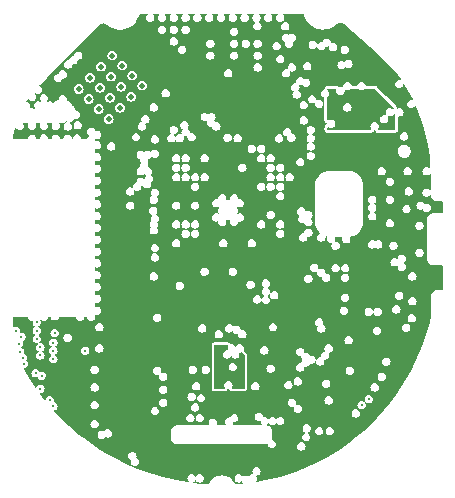
<source format=gbr>
%TF.GenerationSoftware,KiCad,Pcbnew,7.0.1*%
%TF.CreationDate,2023-12-30T02:23:50+00:00*%
%TF.ProjectId,watch_main,77617463-685f-46d6-9169-6e2e6b696361,rev?*%
%TF.SameCoordinates,Original*%
%TF.FileFunction,Copper,L5,Inr*%
%TF.FilePolarity,Positive*%
%FSLAX46Y46*%
G04 Gerber Fmt 4.6, Leading zero omitted, Abs format (unit mm)*
G04 Created by KiCad (PCBNEW 7.0.1) date 2023-12-30 02:23:50*
%MOMM*%
%LPD*%
G01*
G04 APERTURE LIST*
%TA.AperFunction,ComponentPad*%
%ADD10C,0.500000*%
%TD*%
%TA.AperFunction,ViaPad*%
%ADD11C,0.300000*%
%TD*%
G04 APERTURE END LIST*
D10*
%TO.N,GND*%
%TO.C,U301*%
X143327207Y-84751472D03*
X142478679Y-83902944D03*
X141630151Y-83054416D03*
X140781623Y-82205888D03*
X142384634Y-85694045D03*
X141536106Y-84845517D03*
X140687578Y-83996989D03*
X139839050Y-83148461D03*
X141442061Y-86636619D03*
X140593533Y-85788091D03*
X139745004Y-84939562D03*
X138896476Y-84091034D03*
X140499487Y-87579192D03*
X139650959Y-86730664D03*
X138802431Y-85882136D03*
X137953903Y-85033608D03*
%TD*%
D11*
%TO.N,+VSYS*%
X160500000Y-88300000D03*
X163000000Y-87220000D03*
X161300000Y-85200000D03*
X159300000Y-85100000D03*
%TO.N,GND*%
X134700000Y-107600000D03*
X134700000Y-106900000D03*
X134400000Y-105500000D03*
X135900000Y-105700000D03*
X133200000Y-107800000D03*
X132600000Y-105500000D03*
X135800000Y-111900000D03*
X133000000Y-107300000D03*
X133100000Y-106000000D03*
X134300000Y-109100000D03*
X135800000Y-107900000D03*
X135800000Y-106500000D03*
X135800000Y-107200000D03*
X134400000Y-106200000D03*
X134800000Y-109300000D03*
X134400000Y-104800000D03*
X135500000Y-111400000D03*
X133300000Y-108300000D03*
X134700000Y-110400000D03*
%TO.N,+1V8*%
X153400000Y-92500000D03*
X161400000Y-88900000D03*
X153100000Y-80700000D03*
X164300000Y-102500000D03*
X153400000Y-97300000D03*
X153400000Y-94100000D03*
X156900000Y-81400000D03*
X135600000Y-84400000D03*
X161800000Y-90200000D03*
X151000000Y-98100000D03*
X144400000Y-85900000D03*
X151600000Y-83700000D03*
X139100000Y-80800000D03*
X150200000Y-92500000D03*
X153400000Y-94900000D03*
X161200000Y-83300000D03*
X153400000Y-95700000D03*
X147800000Y-94100000D03*
X163300000Y-101700000D03*
X151800000Y-98100000D03*
X149100000Y-80200000D03*
X165506600Y-88223400D03*
X145100000Y-106100000D03*
X151000000Y-92500000D03*
X144400000Y-82100000D03*
X156700000Y-92175000D03*
X162500000Y-101700000D03*
X160900000Y-90200000D03*
X166725000Y-106650000D03*
X165200000Y-109600000D03*
X143000000Y-87700000D03*
X154500000Y-106950000D03*
X141600000Y-80300000D03*
X147300000Y-106100000D03*
X160900000Y-89400000D03*
X166100000Y-92820000D03*
X138280000Y-87690000D03*
X166825000Y-106075000D03*
X138300000Y-81600000D03*
X145400000Y-83100000D03*
X142600000Y-89700000D03*
X146200000Y-100500000D03*
X145100000Y-107200000D03*
X143300000Y-81100000D03*
X161806000Y-89457000D03*
X142300000Y-80200000D03*
X142300000Y-81000000D03*
X136300000Y-85400000D03*
X156300000Y-110500000D03*
X151800000Y-92500000D03*
X155000000Y-84200000D03*
X139800000Y-89300000D03*
X146000000Y-84900000D03*
X136500000Y-83200000D03*
X139900000Y-80100000D03*
X149400000Y-98100000D03*
X161375000Y-89800000D03*
X152600000Y-92500000D03*
X147300000Y-107200000D03*
X160300000Y-111900000D03*
X154500000Y-107500000D03*
X147800000Y-95700000D03*
X146000000Y-85800000D03*
X153100000Y-107400000D03*
%TO.N,VBUS*%
X161900000Y-111800000D03*
X162500000Y-111300000D03*
%TO.N,/Display Connector/ELVDD*%
X149700000Y-107400000D03*
X151600000Y-108700000D03*
X151700000Y-110100000D03*
X150100000Y-107000000D03*
%TO.N,/GNSS/ANT_OFF*%
X138500000Y-107200000D03*
X132900000Y-106600000D03*
%TD*%
%TA.AperFunction,Conductor*%
%TO.N,/Display Connector/ELVDD*%
G36*
X150602632Y-106709805D02*
G01*
X150617980Y-106734852D01*
X150614146Y-106763975D01*
X150562499Y-106865338D01*
X150545131Y-106975000D01*
X150563590Y-107091544D01*
X150563071Y-107091626D01*
X150565595Y-107115627D01*
X150547059Y-107141141D01*
X150516212Y-107147698D01*
X150500001Y-107145130D01*
X150390338Y-107162499D01*
X150291415Y-107212902D01*
X150212902Y-107291415D01*
X150162499Y-107390338D01*
X150145131Y-107499999D01*
X150162499Y-107609661D01*
X150212902Y-107708584D01*
X150291415Y-107787097D01*
X150390338Y-107837500D01*
X150405332Y-107839874D01*
X150500000Y-107854869D01*
X150609661Y-107837500D01*
X150609660Y-107837500D01*
X150708584Y-107787097D01*
X150708584Y-107787096D01*
X150708587Y-107787095D01*
X150787095Y-107708587D01*
X150810795Y-107662071D01*
X150834232Y-107640970D01*
X150865768Y-107640970D01*
X150889205Y-107662072D01*
X150912904Y-107708586D01*
X150991415Y-107787097D01*
X151090338Y-107837500D01*
X151105332Y-107839874D01*
X151200000Y-107854869D01*
X151309661Y-107837500D01*
X151309660Y-107837500D01*
X151408584Y-107787097D01*
X151408584Y-107787096D01*
X151408587Y-107787095D01*
X151487095Y-107708587D01*
X151510796Y-107662072D01*
X151537500Y-107609661D01*
X151540652Y-107589758D01*
X151554869Y-107500000D01*
X151539603Y-107403616D01*
X151543857Y-107376758D01*
X151563087Y-107357529D01*
X151589945Y-107353276D01*
X151600000Y-107354869D01*
X151600001Y-107354868D01*
X151600002Y-107354869D01*
X151711550Y-107337201D01*
X151732030Y-107338812D01*
X151749546Y-107349546D01*
X151987113Y-107587113D01*
X152000000Y-107618226D01*
X152000000Y-110356000D01*
X151987113Y-110387113D01*
X151956000Y-110400000D01*
X150921908Y-110400000D01*
X150890795Y-110387113D01*
X150877908Y-110356000D01*
X150890795Y-110324887D01*
X150890794Y-110324887D01*
X150907095Y-110308587D01*
X150918531Y-110286144D01*
X150957500Y-110209661D01*
X150957499Y-110209661D01*
X150974869Y-110100000D01*
X150957500Y-109990339D01*
X150957500Y-109990338D01*
X150907097Y-109891415D01*
X150828584Y-109812902D01*
X150729661Y-109762499D01*
X150620000Y-109745131D01*
X150510338Y-109762499D01*
X150411415Y-109812902D01*
X150332902Y-109891415D01*
X150282499Y-109990338D01*
X150265131Y-110099999D01*
X150282499Y-110209661D01*
X150332902Y-110308584D01*
X150349205Y-110324887D01*
X150362092Y-110356000D01*
X150349205Y-110387113D01*
X150318092Y-110400000D01*
X149444000Y-110400000D01*
X149412887Y-110387113D01*
X149400000Y-110356000D01*
X149400000Y-108574999D01*
X150645131Y-108574999D01*
X150662499Y-108684661D01*
X150712902Y-108783584D01*
X150791415Y-108862097D01*
X150890338Y-108912500D01*
X150905332Y-108914874D01*
X151000000Y-108929869D01*
X151109661Y-108912500D01*
X151109661Y-108912499D01*
X151208584Y-108862097D01*
X151208584Y-108862096D01*
X151208587Y-108862095D01*
X151287095Y-108783587D01*
X151337500Y-108684661D01*
X151354869Y-108575000D01*
X151337500Y-108465339D01*
X151337500Y-108465338D01*
X151287097Y-108366415D01*
X151208584Y-108287902D01*
X151109661Y-108237499D01*
X151000000Y-108220131D01*
X150890338Y-108237499D01*
X150791415Y-108287902D01*
X150712902Y-108366415D01*
X150662499Y-108465338D01*
X150645131Y-108574999D01*
X149400000Y-108574999D01*
X149400000Y-106744000D01*
X149412887Y-106712887D01*
X149444000Y-106700000D01*
X150574942Y-106700000D01*
X150602632Y-106709805D01*
G37*
%TD.AperFunction*%
%TD*%
%TA.AperFunction,Conductor*%
%TO.N,+1V8*%
G36*
X143778711Y-78663381D02*
G01*
X143791598Y-78694494D01*
X143778711Y-78725607D01*
X143712902Y-78791415D01*
X143662499Y-78890338D01*
X143645131Y-78999999D01*
X143662499Y-79109661D01*
X143712902Y-79208584D01*
X143791415Y-79287097D01*
X143890338Y-79337500D01*
X143905332Y-79339874D01*
X144000000Y-79354869D01*
X144109661Y-79337500D01*
X144156077Y-79313850D01*
X144208584Y-79287097D01*
X144208584Y-79287096D01*
X144208587Y-79287095D01*
X144287095Y-79208587D01*
X144292195Y-79198579D01*
X144337500Y-79109661D01*
X144341112Y-79086857D01*
X144354869Y-79000000D01*
X144337500Y-78890339D01*
X144337500Y-78890338D01*
X144287097Y-78791415D01*
X144221289Y-78725607D01*
X144208402Y-78694494D01*
X144221289Y-78663381D01*
X144252402Y-78650494D01*
X144747598Y-78650494D01*
X144778711Y-78663381D01*
X144791598Y-78694494D01*
X144778711Y-78725607D01*
X144712902Y-78791415D01*
X144662499Y-78890338D01*
X144645131Y-78999999D01*
X144662499Y-79109661D01*
X144712902Y-79208584D01*
X144791415Y-79287097D01*
X144890338Y-79337500D01*
X144905332Y-79339874D01*
X145000000Y-79354869D01*
X145109661Y-79337500D01*
X145156077Y-79313850D01*
X145208584Y-79287097D01*
X145208584Y-79287096D01*
X145208587Y-79287095D01*
X145287095Y-79208587D01*
X145292195Y-79198579D01*
X145337500Y-79109661D01*
X145341112Y-79086857D01*
X145354869Y-79000000D01*
X145337500Y-78890339D01*
X145337500Y-78890338D01*
X145287097Y-78791415D01*
X145221289Y-78725607D01*
X145208402Y-78694494D01*
X145221289Y-78663381D01*
X145252402Y-78650494D01*
X145747598Y-78650494D01*
X145778711Y-78663381D01*
X145791598Y-78694494D01*
X145778711Y-78725607D01*
X145712902Y-78791415D01*
X145662499Y-78890338D01*
X145645131Y-78999999D01*
X145662499Y-79109661D01*
X145712902Y-79208584D01*
X145791415Y-79287097D01*
X145890338Y-79337500D01*
X145905332Y-79339874D01*
X146000000Y-79354869D01*
X146109661Y-79337500D01*
X146156077Y-79313850D01*
X146208584Y-79287097D01*
X146208584Y-79287096D01*
X146208587Y-79287095D01*
X146287095Y-79208587D01*
X146292195Y-79198579D01*
X146337500Y-79109661D01*
X146341112Y-79086857D01*
X146354869Y-79000000D01*
X146337500Y-78890339D01*
X146337500Y-78890338D01*
X146287097Y-78791415D01*
X146221289Y-78725607D01*
X146208402Y-78694494D01*
X146221289Y-78663381D01*
X146252402Y-78650494D01*
X146747598Y-78650494D01*
X146778711Y-78663381D01*
X146791598Y-78694494D01*
X146778711Y-78725607D01*
X146712902Y-78791415D01*
X146662499Y-78890338D01*
X146645131Y-78999999D01*
X146662499Y-79109661D01*
X146712902Y-79208584D01*
X146791415Y-79287097D01*
X146890338Y-79337500D01*
X146905332Y-79339874D01*
X147000000Y-79354869D01*
X147109661Y-79337500D01*
X147156077Y-79313850D01*
X147208584Y-79287097D01*
X147208584Y-79287096D01*
X147208587Y-79287095D01*
X147287095Y-79208587D01*
X147292195Y-79198579D01*
X147337500Y-79109661D01*
X147341112Y-79086857D01*
X147354869Y-79000000D01*
X147337500Y-78890339D01*
X147337500Y-78890338D01*
X147287097Y-78791415D01*
X147221289Y-78725607D01*
X147208402Y-78694494D01*
X147221289Y-78663381D01*
X147252402Y-78650494D01*
X147747598Y-78650494D01*
X147778711Y-78663381D01*
X147791598Y-78694494D01*
X147778711Y-78725607D01*
X147712902Y-78791415D01*
X147662499Y-78890338D01*
X147645131Y-79000000D01*
X147662499Y-79109661D01*
X147712902Y-79208584D01*
X147791415Y-79287097D01*
X147890338Y-79337500D01*
X147905332Y-79339874D01*
X148000000Y-79354869D01*
X148109661Y-79337500D01*
X148156077Y-79313850D01*
X148208584Y-79287097D01*
X148208584Y-79287096D01*
X148208587Y-79287095D01*
X148287095Y-79208587D01*
X148292195Y-79198579D01*
X148337500Y-79109661D01*
X148341112Y-79086857D01*
X148354869Y-79000000D01*
X148337500Y-78890339D01*
X148337500Y-78890338D01*
X148287097Y-78791415D01*
X148221289Y-78725607D01*
X148208402Y-78694494D01*
X148221289Y-78663381D01*
X148252402Y-78650494D01*
X148747598Y-78650494D01*
X148778711Y-78663381D01*
X148791598Y-78694494D01*
X148778711Y-78725607D01*
X148712902Y-78791415D01*
X148662499Y-78890338D01*
X148645131Y-79000000D01*
X148662499Y-79109661D01*
X148712902Y-79208584D01*
X148791415Y-79287097D01*
X148890338Y-79337500D01*
X148905332Y-79339874D01*
X149000000Y-79354869D01*
X149109661Y-79337500D01*
X149156077Y-79313850D01*
X149208584Y-79287097D01*
X149208584Y-79287096D01*
X149208587Y-79287095D01*
X149287095Y-79208587D01*
X149292195Y-79198579D01*
X149337500Y-79109661D01*
X149341112Y-79086857D01*
X149354869Y-79000000D01*
X149337500Y-78890339D01*
X149337500Y-78890338D01*
X149287097Y-78791415D01*
X149221289Y-78725607D01*
X149208402Y-78694494D01*
X149221289Y-78663381D01*
X149252402Y-78650494D01*
X149747598Y-78650494D01*
X149778711Y-78663381D01*
X149791598Y-78694494D01*
X149778711Y-78725607D01*
X149712902Y-78791415D01*
X149662499Y-78890338D01*
X149645131Y-79000000D01*
X149662499Y-79109661D01*
X149712902Y-79208584D01*
X149791415Y-79287097D01*
X149890338Y-79337500D01*
X149905332Y-79339874D01*
X150000000Y-79354869D01*
X150109661Y-79337500D01*
X150156077Y-79313850D01*
X150208584Y-79287097D01*
X150208584Y-79287096D01*
X150208587Y-79287095D01*
X150287095Y-79208587D01*
X150292195Y-79198579D01*
X150337500Y-79109661D01*
X150341112Y-79086857D01*
X150354869Y-79000000D01*
X150337500Y-78890339D01*
X150337500Y-78890338D01*
X150287097Y-78791415D01*
X150221289Y-78725607D01*
X150208402Y-78694494D01*
X150221289Y-78663381D01*
X150252402Y-78650494D01*
X150747598Y-78650494D01*
X150778711Y-78663381D01*
X150791598Y-78694494D01*
X150778711Y-78725607D01*
X150712902Y-78791415D01*
X150662499Y-78890338D01*
X150645131Y-79000000D01*
X150662499Y-79109661D01*
X150712902Y-79208584D01*
X150791415Y-79287097D01*
X150890338Y-79337500D01*
X150905332Y-79339874D01*
X151000000Y-79354869D01*
X151109661Y-79337500D01*
X151156077Y-79313850D01*
X151208584Y-79287097D01*
X151208584Y-79287096D01*
X151208587Y-79287095D01*
X151287095Y-79208587D01*
X151292195Y-79198579D01*
X151337500Y-79109661D01*
X151341112Y-79086857D01*
X151354869Y-79000000D01*
X151337500Y-78890339D01*
X151337500Y-78890338D01*
X151287097Y-78791415D01*
X151221289Y-78725607D01*
X151208402Y-78694494D01*
X151221289Y-78663381D01*
X151252402Y-78650494D01*
X151747598Y-78650494D01*
X151778711Y-78663381D01*
X151791598Y-78694494D01*
X151778711Y-78725607D01*
X151712902Y-78791415D01*
X151662499Y-78890338D01*
X151645131Y-79000000D01*
X151662499Y-79109661D01*
X151712902Y-79208584D01*
X151791415Y-79287097D01*
X151890338Y-79337500D01*
X151905332Y-79339874D01*
X152000000Y-79354869D01*
X152109661Y-79337500D01*
X152156077Y-79313850D01*
X152208584Y-79287097D01*
X152208584Y-79287096D01*
X152208587Y-79287095D01*
X152287095Y-79208587D01*
X152292195Y-79198579D01*
X152337500Y-79109661D01*
X152341112Y-79086857D01*
X152354869Y-79000000D01*
X152337500Y-78890339D01*
X152337500Y-78890338D01*
X152287097Y-78791415D01*
X152221289Y-78725607D01*
X152208402Y-78694494D01*
X152221289Y-78663381D01*
X152252402Y-78650494D01*
X152747598Y-78650494D01*
X152778711Y-78663381D01*
X152791598Y-78694494D01*
X152778711Y-78725607D01*
X152712902Y-78791415D01*
X152662499Y-78890338D01*
X152645131Y-79000000D01*
X152662499Y-79109661D01*
X152712902Y-79208584D01*
X152791415Y-79287097D01*
X152877927Y-79331176D01*
X152899029Y-79354611D01*
X152899030Y-79386147D01*
X152877930Y-79409583D01*
X152871415Y-79412902D01*
X152792902Y-79491415D01*
X152742499Y-79590338D01*
X152725131Y-79700000D01*
X152742499Y-79809661D01*
X152792902Y-79908584D01*
X152871415Y-79987097D01*
X152970338Y-80037500D01*
X152985332Y-80039874D01*
X153080000Y-80054869D01*
X153189661Y-80037500D01*
X153249335Y-80007095D01*
X153288584Y-79987097D01*
X153288584Y-79987096D01*
X153288587Y-79987095D01*
X153367095Y-79908587D01*
X153369517Y-79903835D01*
X153417500Y-79809661D01*
X153420390Y-79791413D01*
X153431701Y-79719999D01*
X155075131Y-79719999D01*
X155092499Y-79829661D01*
X155142902Y-79928584D01*
X155221415Y-80007097D01*
X155320338Y-80057500D01*
X155337707Y-80060250D01*
X155430000Y-80074869D01*
X155539661Y-80057500D01*
X155544827Y-80054868D01*
X155638584Y-80007097D01*
X155638584Y-80007096D01*
X155638587Y-80007095D01*
X155717095Y-79928587D01*
X155725086Y-79912905D01*
X155767500Y-79829661D01*
X155771141Y-79806671D01*
X155784869Y-79720000D01*
X155767500Y-79610339D01*
X155767500Y-79610338D01*
X155717097Y-79511415D01*
X155638584Y-79432902D01*
X155539661Y-79382499D01*
X155444993Y-79367505D01*
X155430000Y-79365131D01*
X155429999Y-79365131D01*
X155320338Y-79382499D01*
X155221415Y-79432902D01*
X155142902Y-79511415D01*
X155092499Y-79610338D01*
X155075131Y-79719999D01*
X153431701Y-79719999D01*
X153434869Y-79700000D01*
X153417500Y-79590339D01*
X153417500Y-79590338D01*
X153367097Y-79491415D01*
X153288584Y-79412902D01*
X153202072Y-79368823D01*
X153180969Y-79345387D01*
X153180970Y-79313850D01*
X153202073Y-79290414D01*
X153208587Y-79287095D01*
X153287095Y-79208587D01*
X153292195Y-79198579D01*
X153337500Y-79109661D01*
X153341112Y-79086857D01*
X153354869Y-79000000D01*
X153337500Y-78890339D01*
X153337500Y-78890338D01*
X153287097Y-78791415D01*
X153221289Y-78725607D01*
X153208402Y-78694494D01*
X153221289Y-78663381D01*
X153252402Y-78650494D01*
X153747598Y-78650494D01*
X153778711Y-78663381D01*
X153791598Y-78694494D01*
X153778711Y-78725607D01*
X153712902Y-78791415D01*
X153662499Y-78890338D01*
X153645131Y-79000000D01*
X153662499Y-79109661D01*
X153712902Y-79208584D01*
X153791415Y-79287097D01*
X153890338Y-79337500D01*
X153905332Y-79339874D01*
X154000000Y-79354869D01*
X154109661Y-79337500D01*
X154156077Y-79313850D01*
X154208584Y-79287097D01*
X154208584Y-79287096D01*
X154208587Y-79287095D01*
X154287095Y-79208587D01*
X154292195Y-79198579D01*
X154337500Y-79109661D01*
X154341112Y-79086857D01*
X154354869Y-79000000D01*
X154337500Y-78890339D01*
X154337500Y-78890338D01*
X154287097Y-78791415D01*
X154221289Y-78725607D01*
X154208402Y-78694494D01*
X154221289Y-78663381D01*
X154252402Y-78650494D01*
X154747598Y-78650494D01*
X154778711Y-78663381D01*
X154791598Y-78694494D01*
X154778711Y-78725607D01*
X154712902Y-78791415D01*
X154662499Y-78890338D01*
X154645131Y-79000000D01*
X154662499Y-79109661D01*
X154712902Y-79208584D01*
X154791415Y-79287097D01*
X154890338Y-79337500D01*
X154905332Y-79339874D01*
X155000000Y-79354869D01*
X155109661Y-79337500D01*
X155156077Y-79313850D01*
X155208584Y-79287097D01*
X155208584Y-79287096D01*
X155208587Y-79287095D01*
X155287095Y-79208587D01*
X155292195Y-79198579D01*
X155337500Y-79109661D01*
X155341112Y-79086857D01*
X155354869Y-79000000D01*
X155337500Y-78890339D01*
X155337500Y-78890338D01*
X155287097Y-78791415D01*
X155221289Y-78725607D01*
X155208402Y-78694494D01*
X155221289Y-78663381D01*
X155252402Y-78650494D01*
X156974145Y-78650494D01*
X156974449Y-78650541D01*
X156981202Y-78650535D01*
X156981206Y-78650536D01*
X156991410Y-78650526D01*
X157019580Y-78660694D01*
X157034718Y-78686538D01*
X157049340Y-78765741D01*
X157124457Y-78988606D01*
X157230413Y-79198578D01*
X157365068Y-79391409D01*
X157513361Y-79550003D01*
X157525699Y-79563198D01*
X157624041Y-79642188D01*
X157709064Y-79710480D01*
X157871568Y-79806669D01*
X157911456Y-79830279D01*
X158128788Y-79920174D01*
X158356670Y-79978349D01*
X158590498Y-80003630D01*
X158825548Y-79995504D01*
X159006707Y-79963136D01*
X159057072Y-79954138D01*
X159134426Y-79928584D01*
X159280392Y-79880365D01*
X159490998Y-79775677D01*
X159684635Y-79642188D01*
X159768930Y-79564271D01*
X159773137Y-79560841D01*
X159774232Y-79560056D01*
X159866268Y-79494027D01*
X159875758Y-79488853D01*
X159979841Y-79447765D01*
X159990303Y-79445061D01*
X160101269Y-79430594D01*
X160112076Y-79430525D01*
X160223221Y-79443556D01*
X160233713Y-79446122D01*
X160338325Y-79485864D01*
X160347877Y-79490912D01*
X160414038Y-79537094D01*
X160442099Y-79556681D01*
X160446343Y-79560051D01*
X163257773Y-82090338D01*
X164330288Y-83055602D01*
X164335046Y-83060614D01*
X164776825Y-83606065D01*
X164778177Y-83607824D01*
X165203109Y-84190213D01*
X165204370Y-84192034D01*
X165219020Y-84214400D01*
X165225428Y-84246790D01*
X165207499Y-84274518D01*
X165175331Y-84281967D01*
X165078500Y-84266631D01*
X164968838Y-84283999D01*
X164869915Y-84334402D01*
X164791402Y-84412915D01*
X164740999Y-84511838D01*
X164723631Y-84621500D01*
X164740999Y-84731161D01*
X164791402Y-84830084D01*
X164869915Y-84908597D01*
X164968838Y-84959000D01*
X164983832Y-84961374D01*
X165078500Y-84976369D01*
X165188161Y-84959000D01*
X165188161Y-84958999D01*
X165287084Y-84908597D01*
X165287084Y-84908596D01*
X165287087Y-84908595D01*
X165365595Y-84830087D01*
X165374060Y-84813475D01*
X165416000Y-84731161D01*
X165425731Y-84669725D01*
X165437243Y-84646352D01*
X165459956Y-84633588D01*
X165485907Y-84635908D01*
X165505992Y-84652495D01*
X165598541Y-84793780D01*
X165599417Y-84795117D01*
X165600585Y-84797003D01*
X165964731Y-85419232D01*
X165965803Y-85421174D01*
X166216684Y-85904181D01*
X166220197Y-85935629D01*
X166201697Y-85961302D01*
X166170754Y-85967921D01*
X166090000Y-85955131D01*
X165980338Y-85972499D01*
X165881415Y-86022902D01*
X165802902Y-86101415D01*
X165752499Y-86200338D01*
X165735131Y-86310000D01*
X165752499Y-86419661D01*
X165802902Y-86518584D01*
X165881415Y-86597097D01*
X165980338Y-86647500D01*
X165984253Y-86648120D01*
X166090000Y-86664869D01*
X166199661Y-86647500D01*
X166204310Y-86645131D01*
X166298584Y-86597097D01*
X166298584Y-86597096D01*
X166298587Y-86597095D01*
X166377095Y-86518587D01*
X166404379Y-86465037D01*
X166428398Y-86443718D01*
X166460510Y-86444402D01*
X166483601Y-86466727D01*
X166598750Y-86718711D01*
X166599621Y-86720752D01*
X166865826Y-87390732D01*
X166866593Y-87392814D01*
X167098687Y-88075358D01*
X167099349Y-88077475D01*
X167296761Y-88770907D01*
X167297314Y-88773056D01*
X167459512Y-89475516D01*
X167459956Y-89477689D01*
X167586538Y-90187421D01*
X167586873Y-90189615D01*
X167677524Y-90904861D01*
X167677747Y-90907068D01*
X167732227Y-91625945D01*
X167732339Y-91628161D01*
X167734957Y-91731954D01*
X167728011Y-91756812D01*
X167708320Y-91773498D01*
X167682659Y-91776271D01*
X167659858Y-91764176D01*
X167608584Y-91712902D01*
X167509661Y-91662499D01*
X167400000Y-91645131D01*
X167290338Y-91662499D01*
X167191415Y-91712902D01*
X167112902Y-91791415D01*
X167062499Y-91890338D01*
X167045131Y-92000000D01*
X167062499Y-92109661D01*
X167112902Y-92208584D01*
X167191415Y-92287097D01*
X167290338Y-92337500D01*
X167305332Y-92339874D01*
X167400000Y-92354869D01*
X167509661Y-92337500D01*
X167525244Y-92329560D01*
X167608586Y-92287096D01*
X167672990Y-92222692D01*
X167703733Y-92209806D01*
X167734688Y-92222173D01*
X167748089Y-92252695D01*
X167750519Y-92349062D01*
X167750533Y-92350199D01*
X167749783Y-93547903D01*
X167736883Y-93579001D01*
X167705774Y-93591875D01*
X167674670Y-93578988D01*
X167608584Y-93512902D01*
X167509661Y-93462499D01*
X167400000Y-93445131D01*
X167290338Y-93462499D01*
X167191415Y-93512902D01*
X167112902Y-93591415D01*
X167062499Y-93690338D01*
X167045131Y-93799999D01*
X167062499Y-93909661D01*
X167112902Y-94008584D01*
X167191415Y-94087097D01*
X167290338Y-94137500D01*
X167303370Y-94139564D01*
X167400000Y-94154869D01*
X167509661Y-94137500D01*
X167557938Y-94112902D01*
X167608584Y-94087097D01*
X167608584Y-94087096D01*
X167608587Y-94087095D01*
X167674387Y-94021294D01*
X167705500Y-94008408D01*
X167736613Y-94021295D01*
X167749500Y-94052408D01*
X167749500Y-94062026D01*
X167777104Y-94182967D01*
X167830930Y-94294739D01*
X167908274Y-94391725D01*
X167975243Y-94445131D01*
X168005263Y-94469071D01*
X168117031Y-94522895D01*
X168237974Y-94550500D01*
X168237978Y-94550500D01*
X168237987Y-94550502D01*
X168243826Y-94550501D01*
X168243829Y-94550503D01*
X168706536Y-94550499D01*
X168728535Y-94556394D01*
X168744640Y-94572499D01*
X168750535Y-94594499D01*
X168750535Y-95505500D01*
X168737648Y-95536613D01*
X168706535Y-95549500D01*
X168047595Y-95549500D01*
X168000000Y-95549500D01*
X167932340Y-95549500D01*
X167902229Y-95556372D01*
X167800413Y-95579610D01*
X167678491Y-95638325D01*
X167572694Y-95722694D01*
X167488325Y-95828491D01*
X167429610Y-95950413D01*
X167407867Y-96045682D01*
X167404029Y-96062499D01*
X167399500Y-96082341D01*
X167399500Y-99417659D01*
X167429610Y-99549586D01*
X167488325Y-99671508D01*
X167572694Y-99777305D01*
X167678491Y-99861674D01*
X167678492Y-99861674D01*
X167678493Y-99861675D01*
X167800412Y-99920389D01*
X167932340Y-99950500D01*
X167943827Y-99950500D01*
X168000000Y-99950500D01*
X168047595Y-99950500D01*
X168706535Y-99950500D01*
X168737648Y-99963387D01*
X168750535Y-99994500D01*
X168750535Y-102005497D01*
X168737648Y-102036610D01*
X168706535Y-102049497D01*
X168272154Y-102049500D01*
X168237974Y-102049500D01*
X168117032Y-102077104D01*
X168005260Y-102130930D01*
X167908274Y-102208274D01*
X167830930Y-102305260D01*
X167777104Y-102417032D01*
X167749463Y-102538134D01*
X167749500Y-102599786D01*
X167749500Y-102654371D01*
X167749532Y-102654574D01*
X167750510Y-104309351D01*
X167749279Y-104319712D01*
X167565782Y-105079090D01*
X167565273Y-105081007D01*
X167338358Y-105863697D01*
X167337763Y-105865589D01*
X167075804Y-106637265D01*
X167075124Y-106639128D01*
X166778660Y-107398195D01*
X166777897Y-107400026D01*
X166447522Y-108144973D01*
X166446677Y-108146768D01*
X166083061Y-108876077D01*
X166082136Y-108877831D01*
X165686030Y-109589996D01*
X165685027Y-109591707D01*
X165257232Y-110285291D01*
X165256153Y-110286956D01*
X164797533Y-110960561D01*
X164796381Y-110962175D01*
X164307846Y-111614459D01*
X164306621Y-111616019D01*
X163789215Y-112245589D01*
X163787921Y-112247093D01*
X163242660Y-112852713D01*
X163241301Y-112854156D01*
X162669294Y-113434597D01*
X162667870Y-113435978D01*
X162070296Y-113990038D01*
X162068811Y-113991354D01*
X161446868Y-114517928D01*
X161445326Y-114519175D01*
X160800277Y-115017189D01*
X160798680Y-115018365D01*
X160131857Y-115486793D01*
X160130209Y-115487896D01*
X159442954Y-115925797D01*
X159441258Y-115926825D01*
X158734963Y-116333310D01*
X158733222Y-116334261D01*
X158009313Y-116708509D01*
X158007531Y-116709380D01*
X157267480Y-117050629D01*
X157265660Y-117051418D01*
X156511024Y-117358952D01*
X156509171Y-117359659D01*
X155741425Y-117632877D01*
X155739542Y-117633500D01*
X154960248Y-117871845D01*
X154958339Y-117872382D01*
X154169115Y-118075361D01*
X154167183Y-118075812D01*
X153369596Y-118243020D01*
X153367646Y-118243383D01*
X153006103Y-118302309D01*
X152979181Y-118298153D01*
X152959865Y-118278945D01*
X152955559Y-118252047D01*
X152967913Y-118227769D01*
X152987096Y-118208586D01*
X153037500Y-118109661D01*
X153040562Y-118090327D01*
X153054869Y-118000000D01*
X153038425Y-117896179D01*
X153037500Y-117890338D01*
X152998323Y-117813448D01*
X152994069Y-117786590D01*
X153006414Y-117762360D01*
X153030642Y-117750015D01*
X153109661Y-117737500D01*
X153157938Y-117712902D01*
X153208584Y-117687097D01*
X153208584Y-117687096D01*
X153208587Y-117687095D01*
X153287095Y-117608587D01*
X153337500Y-117509661D01*
X153354869Y-117400000D01*
X153337500Y-117290339D01*
X153337500Y-117290338D01*
X153287097Y-117191415D01*
X153208584Y-117112902D01*
X153109661Y-117062499D01*
X153000000Y-117045131D01*
X152890338Y-117062499D01*
X152791415Y-117112902D01*
X152712902Y-117191415D01*
X152662499Y-117290338D01*
X152645131Y-117400000D01*
X152662499Y-117509661D01*
X152701676Y-117586551D01*
X152705930Y-117613409D01*
X152693585Y-117637639D01*
X152669356Y-117649984D01*
X152590338Y-117662500D01*
X152491415Y-117712902D01*
X152412904Y-117791414D01*
X152397933Y-117820797D01*
X152378704Y-117840025D01*
X152351846Y-117844279D01*
X152327616Y-117831934D01*
X152308584Y-117812902D01*
X152209661Y-117762499D01*
X152100000Y-117745131D01*
X151990338Y-117762499D01*
X151891412Y-117812904D01*
X151872382Y-117831934D01*
X151848152Y-117844279D01*
X151821293Y-117840025D01*
X151802066Y-117820796D01*
X151787095Y-117791413D01*
X151708587Y-117712905D01*
X151708584Y-117712902D01*
X151609661Y-117662499D01*
X151500000Y-117645131D01*
X151390338Y-117662499D01*
X151291415Y-117712902D01*
X151212902Y-117791415D01*
X151162499Y-117890338D01*
X151145131Y-118000000D01*
X151162499Y-118109661D01*
X151212902Y-118208584D01*
X151291415Y-118287097D01*
X151390338Y-118337500D01*
X151405332Y-118339874D01*
X151500000Y-118354869D01*
X151609661Y-118337500D01*
X151708587Y-118287095D01*
X151727616Y-118268065D01*
X151751844Y-118255720D01*
X151778703Y-118259974D01*
X151797932Y-118279202D01*
X151812903Y-118308585D01*
X151886291Y-118381973D01*
X151899145Y-118411378D01*
X151888611Y-118441691D01*
X151860292Y-118456788D01*
X151751984Y-118469461D01*
X151750009Y-118469647D01*
X151210203Y-118508256D01*
X151185606Y-118502781D01*
X151168047Y-118484708D01*
X151144657Y-118439841D01*
X151076840Y-118309750D01*
X150953921Y-118147515D01*
X150946960Y-118140970D01*
X150805633Y-118008094D01*
X150636127Y-117895397D01*
X150450188Y-117812603D01*
X150253033Y-117762034D01*
X150090759Y-117748493D01*
X150050192Y-117745108D01*
X150050191Y-117745108D01*
X149847377Y-117762304D01*
X149650285Y-117813137D01*
X149464452Y-117896179D01*
X149295103Y-118009097D01*
X149147000Y-118148716D01*
X149024297Y-118311115D01*
X149024295Y-118311117D01*
X149024296Y-118311117D01*
X148988085Y-118380806D01*
X148932997Y-118486822D01*
X148915505Y-118504894D01*
X148890972Y-118510433D01*
X148337593Y-118472860D01*
X148335698Y-118472690D01*
X147668253Y-118398272D01*
X147643109Y-118386711D01*
X147629841Y-118362424D01*
X147633698Y-118335019D01*
X147653151Y-118315340D01*
X147708587Y-118287095D01*
X147787095Y-118208587D01*
X147810795Y-118162071D01*
X147834232Y-118140970D01*
X147865768Y-118140970D01*
X147889205Y-118162072D01*
X147912904Y-118208586D01*
X147991415Y-118287097D01*
X148090338Y-118337500D01*
X148105332Y-118339874D01*
X148200000Y-118354869D01*
X148309661Y-118337500D01*
X148364124Y-118309750D01*
X148408584Y-118287097D01*
X148408584Y-118287096D01*
X148408587Y-118287095D01*
X148487095Y-118208587D01*
X148510796Y-118162072D01*
X148537500Y-118109661D01*
X148540562Y-118090327D01*
X148554869Y-118000000D01*
X148538425Y-117896179D01*
X148537500Y-117890338D01*
X148487097Y-117791415D01*
X148408584Y-117712902D01*
X148309661Y-117662499D01*
X148200000Y-117645131D01*
X148090338Y-117662499D01*
X147991415Y-117712902D01*
X147912902Y-117791415D01*
X147889204Y-117837927D01*
X147865768Y-117859030D01*
X147834232Y-117859030D01*
X147810796Y-117837927D01*
X147787097Y-117791415D01*
X147708584Y-117712902D01*
X147609661Y-117662499D01*
X147500000Y-117645131D01*
X147390338Y-117662499D01*
X147291415Y-117712902D01*
X147212902Y-117791415D01*
X147162499Y-117890338D01*
X147145131Y-118000000D01*
X147162499Y-118109661D01*
X147212902Y-118208584D01*
X147266533Y-118262215D01*
X147278873Y-118286414D01*
X147274652Y-118313249D01*
X147255478Y-118332490D01*
X147228659Y-118336805D01*
X146692226Y-118253382D01*
X146690353Y-118253049D01*
X145878216Y-118090517D01*
X145876358Y-118090104D01*
X145071955Y-117892602D01*
X145070118Y-117892108D01*
X144275055Y-117660033D01*
X144273241Y-117659461D01*
X143488934Y-117393227D01*
X143487146Y-117392577D01*
X142715073Y-117092685D01*
X142713315Y-117091958D01*
X141954923Y-116758967D01*
X141953198Y-116758164D01*
X141209941Y-116392716D01*
X141208252Y-116391840D01*
X140674315Y-116100000D01*
X142145131Y-116100000D01*
X142162499Y-116209661D01*
X142212902Y-116308584D01*
X142212905Y-116308587D01*
X142291413Y-116387095D01*
X142350407Y-116417154D01*
X142372277Y-116442759D01*
X142369637Y-116476330D01*
X142362499Y-116490339D01*
X142345131Y-116599999D01*
X142362499Y-116709661D01*
X142412902Y-116808584D01*
X142491415Y-116887097D01*
X142590338Y-116937500D01*
X142605332Y-116939874D01*
X142700000Y-116954869D01*
X142809661Y-116937500D01*
X142809660Y-116937500D01*
X142908584Y-116887097D01*
X142908584Y-116887096D01*
X142908587Y-116887095D01*
X142987095Y-116808587D01*
X143012378Y-116758967D01*
X143037500Y-116709661D01*
X143037682Y-116708509D01*
X143054869Y-116600000D01*
X143037500Y-116490339D01*
X143037500Y-116490338D01*
X142987097Y-116391415D01*
X142982777Y-116387095D01*
X142908587Y-116312905D01*
X142906331Y-116311755D01*
X142849592Y-116282845D01*
X142832666Y-116267604D01*
X142825628Y-116245943D01*
X142830363Y-116223667D01*
X142837500Y-116209661D01*
X142854869Y-116100000D01*
X142838101Y-115994135D01*
X142837500Y-115990338D01*
X142787097Y-115891415D01*
X142708584Y-115812902D01*
X142609661Y-115762499D01*
X142500000Y-115745131D01*
X142390338Y-115762499D01*
X142291415Y-115812902D01*
X142212902Y-115891415D01*
X142162499Y-115990338D01*
X142145131Y-116100000D01*
X140674315Y-116100000D01*
X140481466Y-115994592D01*
X140479817Y-115993644D01*
X139770881Y-115565349D01*
X139769274Y-115564330D01*
X139079523Y-115105793D01*
X139077962Y-115104706D01*
X138408671Y-114616777D01*
X138407158Y-114615623D01*
X138011367Y-114300000D01*
X139545131Y-114300000D01*
X139562499Y-114409661D01*
X139612902Y-114508584D01*
X139691415Y-114587097D01*
X139790338Y-114637500D01*
X139805332Y-114639874D01*
X139900000Y-114654869D01*
X140009661Y-114637500D01*
X140009661Y-114637499D01*
X140059656Y-114612026D01*
X145749500Y-114612026D01*
X145777104Y-114732967D01*
X145830930Y-114844739D01*
X145908274Y-114941725D01*
X146005260Y-115019069D01*
X146005263Y-115019071D01*
X146117031Y-115072895D01*
X146237974Y-115100500D01*
X146243827Y-115100500D01*
X146300000Y-115100500D01*
X146347595Y-115100500D01*
X153752405Y-115100500D01*
X153827844Y-115100500D01*
X153862026Y-115100500D01*
X153862028Y-115100500D01*
X153891374Y-115093801D01*
X153896420Y-115092649D01*
X153920120Y-115093801D01*
X153939776Y-115107094D01*
X153949670Y-115128661D01*
X153962500Y-115209661D01*
X154012902Y-115308584D01*
X154091415Y-115387097D01*
X154190338Y-115437500D01*
X154205332Y-115439874D01*
X154300000Y-115454869D01*
X154409661Y-115437500D01*
X154409660Y-115437500D01*
X154508584Y-115387097D01*
X154508584Y-115387096D01*
X154508587Y-115387095D01*
X154587095Y-115308587D01*
X154591471Y-115300000D01*
X156445131Y-115300000D01*
X156462499Y-115409661D01*
X156512902Y-115508584D01*
X156591415Y-115587097D01*
X156690338Y-115637500D01*
X156705332Y-115639874D01*
X156800000Y-115654869D01*
X156909661Y-115637500D01*
X156909661Y-115637499D01*
X157008584Y-115587097D01*
X157008584Y-115587096D01*
X157008587Y-115587095D01*
X157087095Y-115508587D01*
X157123316Y-115437500D01*
X157137500Y-115409661D01*
X157146352Y-115353770D01*
X157154869Y-115300000D01*
X157137500Y-115190339D01*
X157137500Y-115190338D01*
X157087097Y-115091415D01*
X157008584Y-115012902D01*
X156909661Y-114962499D01*
X156800000Y-114945131D01*
X156690338Y-114962499D01*
X156591415Y-115012902D01*
X156512902Y-115091415D01*
X156462499Y-115190338D01*
X156445131Y-115300000D01*
X154591471Y-115300000D01*
X154637500Y-115209661D01*
X154640560Y-115190339D01*
X154654869Y-115100000D01*
X154637500Y-114990339D01*
X154637500Y-114990338D01*
X154587097Y-114891415D01*
X154508584Y-114812902D01*
X154409661Y-114762499D01*
X154365904Y-114755569D01*
X154344336Y-114745675D01*
X154331043Y-114726020D01*
X154329890Y-114702322D01*
X154350500Y-114612026D01*
X154350500Y-114550000D01*
X154350500Y-114502405D01*
X154350500Y-114500000D01*
X156845131Y-114500000D01*
X156862499Y-114609661D01*
X156912902Y-114708584D01*
X156991415Y-114787097D01*
X157090338Y-114837500D01*
X157105332Y-114839874D01*
X157200000Y-114854869D01*
X157309661Y-114837500D01*
X157357938Y-114812902D01*
X157408584Y-114787097D01*
X157408584Y-114787096D01*
X157408587Y-114787095D01*
X157487095Y-114708587D01*
X157490289Y-114702320D01*
X157537500Y-114609661D01*
X157546178Y-114554869D01*
X157554869Y-114500000D01*
X157537500Y-114390339D01*
X157537500Y-114390338D01*
X157487097Y-114291415D01*
X157408584Y-114212902D01*
X157329885Y-114172804D01*
X157310656Y-114153576D01*
X157306402Y-114126716D01*
X157318748Y-114102487D01*
X157342976Y-114090142D01*
X157359661Y-114087500D01*
X157426890Y-114053245D01*
X157458584Y-114037097D01*
X157458584Y-114037096D01*
X157458587Y-114037095D01*
X157495683Y-113999999D01*
X157945131Y-113999999D01*
X157962499Y-114109661D01*
X158012902Y-114208584D01*
X158091415Y-114287097D01*
X158190338Y-114337500D01*
X158205332Y-114339874D01*
X158300000Y-114354869D01*
X158409661Y-114337500D01*
X158409661Y-114337499D01*
X158508584Y-114287097D01*
X158508584Y-114287096D01*
X158508587Y-114287095D01*
X158587095Y-114208587D01*
X158591471Y-114200000D01*
X158637500Y-114109661D01*
X158640560Y-114090339D01*
X158654869Y-114000000D01*
X158654869Y-113999999D01*
X158845131Y-113999999D01*
X158862499Y-114109661D01*
X158912902Y-114208584D01*
X158991415Y-114287097D01*
X159090338Y-114337500D01*
X159105332Y-114339874D01*
X159200000Y-114354869D01*
X159309661Y-114337500D01*
X159309661Y-114337499D01*
X159408584Y-114287097D01*
X159408584Y-114287096D01*
X159408587Y-114287095D01*
X159487095Y-114208587D01*
X159491471Y-114200000D01*
X159537500Y-114109661D01*
X159540560Y-114090339D01*
X159554869Y-114000000D01*
X159537500Y-113890339D01*
X159537500Y-113890338D01*
X159487097Y-113791415D01*
X159408584Y-113712902D01*
X159309661Y-113662499D01*
X159200000Y-113645131D01*
X159090338Y-113662499D01*
X158991415Y-113712902D01*
X158912902Y-113791415D01*
X158862499Y-113890338D01*
X158845131Y-113999999D01*
X158654869Y-113999999D01*
X158637500Y-113890339D01*
X158637500Y-113890338D01*
X158587097Y-113791415D01*
X158508584Y-113712902D01*
X158409661Y-113662499D01*
X158300000Y-113645131D01*
X158190338Y-113662499D01*
X158091415Y-113712902D01*
X158012902Y-113791415D01*
X157962499Y-113890338D01*
X157945131Y-113999999D01*
X157495683Y-113999999D01*
X157537095Y-113958587D01*
X157543952Y-113945131D01*
X157587500Y-113859661D01*
X157598309Y-113791415D01*
X157604869Y-113750000D01*
X157587500Y-113640339D01*
X157587500Y-113640338D01*
X157537097Y-113541415D01*
X157458584Y-113462902D01*
X157359661Y-113412499D01*
X157250000Y-113395131D01*
X157140338Y-113412499D01*
X157041415Y-113462902D01*
X156962902Y-113541415D01*
X156912499Y-113640338D01*
X156895131Y-113749999D01*
X156912499Y-113859661D01*
X156962902Y-113958584D01*
X156962905Y-113958587D01*
X157041413Y-114037095D01*
X157120115Y-114077195D01*
X157139343Y-114096423D01*
X157143597Y-114123281D01*
X157131252Y-114147511D01*
X157107023Y-114159857D01*
X157090338Y-114162499D01*
X156991415Y-114212902D01*
X156912902Y-114291415D01*
X156862499Y-114390338D01*
X156845131Y-114500000D01*
X154350500Y-114500000D01*
X154350500Y-114022156D01*
X154350500Y-113987974D01*
X154322895Y-113867031D01*
X154269071Y-113755263D01*
X154264873Y-113749999D01*
X154191725Y-113658274D01*
X154094739Y-113580930D01*
X153982967Y-113527104D01*
X153926742Y-113514271D01*
X153901131Y-113497502D01*
X153892656Y-113468086D01*
X153905420Y-113440261D01*
X153908585Y-113437096D01*
X153908587Y-113437095D01*
X153987095Y-113358587D01*
X153987095Y-113358586D01*
X153992023Y-113353659D01*
X153993008Y-113354644D01*
X154009231Y-113340036D01*
X154040769Y-113340036D01*
X154056991Y-113354644D01*
X154057977Y-113353659D01*
X154141415Y-113437097D01*
X154240338Y-113487500D01*
X154254191Y-113489694D01*
X154350000Y-113504869D01*
X154459661Y-113487500D01*
X154461402Y-113486613D01*
X154558584Y-113437097D01*
X154558584Y-113437096D01*
X154558587Y-113437095D01*
X154637095Y-113358587D01*
X154637095Y-113358586D01*
X154642023Y-113353659D01*
X154643008Y-113354644D01*
X154659231Y-113340036D01*
X154690769Y-113340036D01*
X154706991Y-113354644D01*
X154707977Y-113353659D01*
X154791415Y-113437097D01*
X154890338Y-113487500D01*
X154904191Y-113489694D01*
X155000000Y-113504869D01*
X155109661Y-113487500D01*
X155111402Y-113486613D01*
X155208584Y-113437097D01*
X155208584Y-113437096D01*
X155208587Y-113437095D01*
X155287095Y-113358587D01*
X155296548Y-113340036D01*
X155337500Y-113259661D01*
X155341010Y-113237500D01*
X155354869Y-113150000D01*
X155337500Y-113040339D01*
X155337500Y-113040338D01*
X155287097Y-112941415D01*
X155208584Y-112862902D01*
X155109661Y-112812499D01*
X155000000Y-112795131D01*
X154890338Y-112812499D01*
X154791415Y-112862902D01*
X154754318Y-112900000D01*
X154712905Y-112941413D01*
X154712904Y-112941414D01*
X154707978Y-112946341D01*
X154706993Y-112945356D01*
X154690768Y-112959966D01*
X154659232Y-112959966D01*
X154643006Y-112945356D01*
X154642022Y-112946341D01*
X154637095Y-112941414D01*
X154637095Y-112941413D01*
X154558587Y-112862905D01*
X154558586Y-112862904D01*
X154558584Y-112862902D01*
X154459661Y-112812499D01*
X154350000Y-112795131D01*
X154240338Y-112812499D01*
X154141415Y-112862902D01*
X154104318Y-112900000D01*
X154062905Y-112941413D01*
X154062904Y-112941414D01*
X154057978Y-112946341D01*
X154056993Y-112945356D01*
X154040768Y-112959966D01*
X154009232Y-112959966D01*
X153993006Y-112945356D01*
X153992022Y-112946341D01*
X153987095Y-112941414D01*
X153987095Y-112941413D01*
X153908587Y-112862905D01*
X153908586Y-112862904D01*
X153908584Y-112862902D01*
X153809661Y-112812499D01*
X153714993Y-112797505D01*
X153700000Y-112795131D01*
X153699999Y-112795131D01*
X153601126Y-112810791D01*
X153568380Y-112802930D01*
X153550785Y-112774216D01*
X153537500Y-112690338D01*
X153487097Y-112591415D01*
X153408584Y-112512902D01*
X153383260Y-112499999D01*
X161045131Y-112499999D01*
X161062499Y-112609661D01*
X161112902Y-112708584D01*
X161191415Y-112787097D01*
X161290338Y-112837500D01*
X161305332Y-112839874D01*
X161400000Y-112854869D01*
X161509661Y-112837500D01*
X161563655Y-112809989D01*
X161608584Y-112787097D01*
X161608584Y-112787096D01*
X161608587Y-112787095D01*
X161687095Y-112708587D01*
X161696394Y-112690338D01*
X161737500Y-112609661D01*
X161741074Y-112587095D01*
X161754869Y-112500000D01*
X161737500Y-112390339D01*
X161737500Y-112390338D01*
X161687097Y-112291415D01*
X161608584Y-112212902D01*
X161509661Y-112162499D01*
X161400000Y-112145131D01*
X161290338Y-112162499D01*
X161191415Y-112212902D01*
X161112902Y-112291415D01*
X161062499Y-112390338D01*
X161045131Y-112499999D01*
X153383260Y-112499999D01*
X153309661Y-112462499D01*
X153200000Y-112445131D01*
X153090338Y-112462499D01*
X152991415Y-112512902D01*
X152912902Y-112591415D01*
X152862499Y-112690338D01*
X152845131Y-112799999D01*
X152862499Y-112909661D01*
X152912902Y-113008584D01*
X152991415Y-113087097D01*
X153090338Y-113137500D01*
X153107707Y-113140250D01*
X153200000Y-113154869D01*
X153298874Y-113139208D01*
X153331618Y-113147069D01*
X153349214Y-113175782D01*
X153362500Y-113259661D01*
X153412902Y-113358584D01*
X153478705Y-113424387D01*
X153491592Y-113455500D01*
X153478705Y-113486613D01*
X153447592Y-113499500D01*
X151002408Y-113499500D01*
X150971295Y-113486613D01*
X150958408Y-113455500D01*
X150971295Y-113424387D01*
X150971294Y-113424387D01*
X150987095Y-113408587D01*
X150991471Y-113400000D01*
X151037500Y-113309661D01*
X151040612Y-113290012D01*
X151049876Y-113269204D01*
X151068303Y-113255816D01*
X151090954Y-113253436D01*
X151100000Y-113254869D01*
X151100001Y-113254868D01*
X151100002Y-113254869D01*
X151209661Y-113237500D01*
X151308584Y-113187097D01*
X151308584Y-113187096D01*
X151308587Y-113187095D01*
X151387095Y-113108587D01*
X151396394Y-113090338D01*
X151437500Y-113009661D01*
X151440390Y-112991413D01*
X151454869Y-112900000D01*
X151437500Y-112790339D01*
X151437500Y-112790338D01*
X151387097Y-112691415D01*
X151308584Y-112612902D01*
X151209661Y-112562499D01*
X151100000Y-112545131D01*
X150990338Y-112562499D01*
X150891415Y-112612902D01*
X150812902Y-112691415D01*
X150762499Y-112790338D01*
X150759387Y-112809989D01*
X150741792Y-112838701D01*
X150709048Y-112846564D01*
X150705677Y-112846030D01*
X150700000Y-112845131D01*
X150699999Y-112845131D01*
X150590338Y-112862499D01*
X150491415Y-112912902D01*
X150412902Y-112991415D01*
X150362499Y-113090338D01*
X150345131Y-113200000D01*
X150362499Y-113309661D01*
X150412902Y-113408584D01*
X150428705Y-113424387D01*
X150441592Y-113455500D01*
X150428705Y-113486613D01*
X150397592Y-113499500D01*
X149663526Y-113499500D01*
X149635836Y-113489694D01*
X149620488Y-113464648D01*
X149624322Y-113435524D01*
X149624436Y-113435301D01*
X149637500Y-113409661D01*
X149654869Y-113300000D01*
X149639030Y-113200000D01*
X149637500Y-113190338D01*
X149587097Y-113091415D01*
X149508584Y-113012902D01*
X149409661Y-112962499D01*
X149300000Y-112945131D01*
X149190338Y-112962499D01*
X149091415Y-113012902D01*
X149012902Y-113091415D01*
X148962499Y-113190338D01*
X148945131Y-113299999D01*
X148962499Y-113409660D01*
X148970003Y-113424387D01*
X148975205Y-113434597D01*
X148975678Y-113435524D01*
X148979512Y-113464648D01*
X148964164Y-113489694D01*
X148936474Y-113499500D01*
X146237974Y-113499500D01*
X146117032Y-113527104D01*
X146005260Y-113580930D01*
X145908274Y-113658274D01*
X145830930Y-113755260D01*
X145777104Y-113867032D01*
X145749500Y-113987974D01*
X145749500Y-114612026D01*
X140059656Y-114612026D01*
X140108586Y-114587096D01*
X140140814Y-114554868D01*
X140180187Y-114515494D01*
X140204415Y-114503150D01*
X140231272Y-114507403D01*
X140290339Y-114537500D01*
X140400000Y-114554869D01*
X140509661Y-114537500D01*
X140545626Y-114519175D01*
X140608584Y-114487097D01*
X140608584Y-114487096D01*
X140608587Y-114487095D01*
X140687095Y-114408587D01*
X140696394Y-114390338D01*
X140737500Y-114309661D01*
X140741218Y-114286186D01*
X140754869Y-114200000D01*
X140738464Y-114096423D01*
X140737500Y-114090338D01*
X140687097Y-113991415D01*
X140608584Y-113912902D01*
X140509661Y-113862499D01*
X140400000Y-113845131D01*
X140290338Y-113862499D01*
X140191415Y-113912902D01*
X140119814Y-113984504D01*
X140095584Y-113996849D01*
X140068726Y-113992595D01*
X140039336Y-113977620D01*
X140009660Y-113962499D01*
X139900000Y-113945131D01*
X139790338Y-113962499D01*
X139691415Y-114012902D01*
X139612902Y-114091415D01*
X139562499Y-114190338D01*
X139545131Y-114300000D01*
X138011367Y-114300000D01*
X137759586Y-114099218D01*
X137758125Y-114098000D01*
X137133496Y-113554096D01*
X137132088Y-113552816D01*
X136971198Y-113400000D01*
X138945131Y-113400000D01*
X138962499Y-113509661D01*
X139012902Y-113608584D01*
X139091415Y-113687097D01*
X139190338Y-113737500D01*
X139205332Y-113739874D01*
X139300000Y-113754869D01*
X139409661Y-113737500D01*
X139463645Y-113709994D01*
X139508584Y-113687097D01*
X139508584Y-113687096D01*
X139508587Y-113687095D01*
X139587095Y-113608587D01*
X139601188Y-113580929D01*
X139637500Y-113509661D01*
X139639426Y-113497502D01*
X139654869Y-113400000D01*
X139637500Y-113290339D01*
X139637500Y-113290338D01*
X139587097Y-113191415D01*
X139508584Y-113112902D01*
X139409661Y-113062499D01*
X139300000Y-113045131D01*
X139190338Y-113062499D01*
X139091415Y-113112902D01*
X139012902Y-113191415D01*
X138962499Y-113290338D01*
X138945131Y-113400000D01*
X136971198Y-113400000D01*
X136531536Y-112982401D01*
X136530185Y-112981061D01*
X136451914Y-112900000D01*
X147045131Y-112900000D01*
X147062499Y-113009661D01*
X147112902Y-113108584D01*
X147191415Y-113187097D01*
X147290338Y-113237500D01*
X147305332Y-113239874D01*
X147400000Y-113254869D01*
X147509661Y-113237500D01*
X147509660Y-113237500D01*
X147608584Y-113187097D01*
X147608584Y-113187096D01*
X147608587Y-113187095D01*
X147687095Y-113108587D01*
X147696394Y-113090338D01*
X147737500Y-113009661D01*
X147740390Y-112991413D01*
X147754869Y-112900000D01*
X147845131Y-112900000D01*
X147862499Y-113009661D01*
X147912902Y-113108584D01*
X147991415Y-113187097D01*
X148090338Y-113237500D01*
X148105332Y-113239874D01*
X148200000Y-113254869D01*
X148309661Y-113237500D01*
X148309660Y-113237500D01*
X148408584Y-113187097D01*
X148408584Y-113187096D01*
X148408587Y-113187095D01*
X148487095Y-113108587D01*
X148496394Y-113090338D01*
X148537500Y-113009661D01*
X148540390Y-112991413D01*
X148554869Y-112900000D01*
X148537500Y-112790339D01*
X148537500Y-112790338D01*
X148487097Y-112691415D01*
X148408584Y-112612902D01*
X148309661Y-112562499D01*
X148200000Y-112545131D01*
X148090338Y-112562499D01*
X147991415Y-112612902D01*
X147912902Y-112691415D01*
X147862499Y-112790338D01*
X147845131Y-112900000D01*
X147754869Y-112900000D01*
X147737500Y-112790339D01*
X147737500Y-112790338D01*
X147687097Y-112691415D01*
X147608584Y-112612902D01*
X147509661Y-112562499D01*
X147400000Y-112545131D01*
X147290338Y-112562499D01*
X147191415Y-112612902D01*
X147112902Y-112691415D01*
X147062499Y-112790338D01*
X147045131Y-112900000D01*
X136451914Y-112900000D01*
X135954853Y-112385218D01*
X135953562Y-112383821D01*
X135887736Y-112309469D01*
X135884082Y-112299999D01*
X144045131Y-112299999D01*
X144062499Y-112409661D01*
X144112902Y-112508584D01*
X144191415Y-112587097D01*
X144290338Y-112637500D01*
X144305332Y-112639874D01*
X144400000Y-112654869D01*
X144509661Y-112637500D01*
X144557938Y-112612902D01*
X144608584Y-112587097D01*
X144608584Y-112587096D01*
X144608587Y-112587095D01*
X144687095Y-112508587D01*
X144691471Y-112500000D01*
X144737500Y-112409661D01*
X144740560Y-112390339D01*
X144754869Y-112300000D01*
X144737500Y-112190339D01*
X144737500Y-112190338D01*
X144687097Y-112091415D01*
X144608584Y-112012902D01*
X144583262Y-112000000D01*
X147445131Y-112000000D01*
X147462499Y-112109661D01*
X147512902Y-112208584D01*
X147591415Y-112287097D01*
X147690338Y-112337500D01*
X147705332Y-112339874D01*
X147800000Y-112354869D01*
X147909661Y-112337500D01*
X147909660Y-112337500D01*
X148008584Y-112287097D01*
X148008584Y-112287096D01*
X148008587Y-112287095D01*
X148087095Y-112208587D01*
X148096394Y-112190338D01*
X148137500Y-112109661D01*
X148141074Y-112087095D01*
X148154869Y-112000000D01*
X148139030Y-111900000D01*
X148137500Y-111890338D01*
X148087097Y-111791415D01*
X148008584Y-111712902D01*
X147909661Y-111662499D01*
X147800000Y-111645131D01*
X147690338Y-111662499D01*
X147591415Y-111712902D01*
X147512902Y-111791415D01*
X147462499Y-111890338D01*
X147445131Y-112000000D01*
X144583262Y-112000000D01*
X144509661Y-111962499D01*
X144400000Y-111945131D01*
X144290338Y-111962499D01*
X144191415Y-112012902D01*
X144112902Y-112091415D01*
X144062499Y-112190338D01*
X144045131Y-112299999D01*
X135884082Y-112299999D01*
X135876683Y-112280824D01*
X135887054Y-112251926D01*
X135904249Y-112242229D01*
X135903452Y-112240664D01*
X136008584Y-112187097D01*
X136008584Y-112187096D01*
X136008587Y-112187095D01*
X136087095Y-112108587D01*
X136091471Y-112100000D01*
X136137500Y-112009661D01*
X136140560Y-111990339D01*
X136154869Y-111900000D01*
X136139030Y-111799999D01*
X138945131Y-111799999D01*
X138962499Y-111909661D01*
X139012902Y-112008584D01*
X139091415Y-112087097D01*
X139190338Y-112137500D01*
X139205332Y-112139874D01*
X139300000Y-112154869D01*
X139409661Y-112137500D01*
X139409660Y-112137500D01*
X139508584Y-112087097D01*
X139508584Y-112087096D01*
X139508587Y-112087095D01*
X139587095Y-112008587D01*
X139591471Y-112000000D01*
X139637500Y-111909661D01*
X139640560Y-111890339D01*
X139654869Y-111800000D01*
X139640250Y-111707706D01*
X139637500Y-111690338D01*
X139591471Y-111599999D01*
X144745131Y-111599999D01*
X144762499Y-111709661D01*
X144812902Y-111808584D01*
X144891415Y-111887097D01*
X144990338Y-111937500D01*
X145005332Y-111939874D01*
X145100000Y-111954869D01*
X145209661Y-111937500D01*
X145210583Y-111937030D01*
X145308584Y-111887097D01*
X145308584Y-111887096D01*
X145308587Y-111887095D01*
X145387095Y-111808587D01*
X145391471Y-111800000D01*
X145437500Y-111709661D01*
X145440560Y-111690339D01*
X145454869Y-111600000D01*
X145454869Y-111599999D01*
X155645131Y-111599999D01*
X155662499Y-111709661D01*
X155712902Y-111808584D01*
X155791415Y-111887097D01*
X155890338Y-111937500D01*
X155907706Y-111940250D01*
X156000000Y-111954869D01*
X156109661Y-111937500D01*
X156109661Y-111937499D01*
X156112628Y-111937030D01*
X156139486Y-111941284D01*
X156158715Y-111960512D01*
X156162969Y-111987371D01*
X156145131Y-112099999D01*
X156162499Y-112209661D01*
X156212902Y-112308584D01*
X156291415Y-112387097D01*
X156390338Y-112437500D01*
X156405332Y-112439874D01*
X156500000Y-112454869D01*
X156609661Y-112437500D01*
X156609661Y-112437499D01*
X156708584Y-112387097D01*
X156708584Y-112387096D01*
X156708587Y-112387095D01*
X156787095Y-112308587D01*
X156791471Y-112300000D01*
X156837500Y-112209661D01*
X156840560Y-112190339D01*
X156854869Y-112100000D01*
X156837500Y-111990339D01*
X156837500Y-111990338D01*
X156787097Y-111891415D01*
X156708584Y-111812902D01*
X156683260Y-111799999D01*
X161545131Y-111799999D01*
X161562499Y-111909661D01*
X161612902Y-112008584D01*
X161691415Y-112087097D01*
X161790338Y-112137500D01*
X161805332Y-112139874D01*
X161900000Y-112154869D01*
X162009661Y-112137500D01*
X162009660Y-112137500D01*
X162108584Y-112087097D01*
X162108584Y-112087096D01*
X162108587Y-112087095D01*
X162187095Y-112008587D01*
X162191471Y-112000000D01*
X162237500Y-111909661D01*
X162240560Y-111890339D01*
X162254869Y-111800000D01*
X162240250Y-111707707D01*
X162237500Y-111690338D01*
X162200361Y-111617448D01*
X162196781Y-111587201D01*
X162213703Y-111561876D01*
X162243017Y-111553609D01*
X162270678Y-111566360D01*
X162291415Y-111587097D01*
X162390338Y-111637500D01*
X162405332Y-111639874D01*
X162500000Y-111654869D01*
X162609661Y-111637500D01*
X162651820Y-111616019D01*
X162708584Y-111587097D01*
X162708584Y-111587096D01*
X162708587Y-111587095D01*
X162787095Y-111508587D01*
X162796394Y-111490338D01*
X162837500Y-111409661D01*
X162841074Y-111387095D01*
X162854869Y-111300000D01*
X162839030Y-111199999D01*
X162837500Y-111190338D01*
X162787097Y-111091415D01*
X162708584Y-111012902D01*
X162609661Y-110962499D01*
X162500000Y-110945131D01*
X162390338Y-110962499D01*
X162291415Y-111012902D01*
X162212902Y-111091415D01*
X162162499Y-111190338D01*
X162145131Y-111299999D01*
X162162499Y-111409661D01*
X162199638Y-111482551D01*
X162203218Y-111512798D01*
X162186296Y-111538123D01*
X162156982Y-111546390D01*
X162129321Y-111533639D01*
X162108584Y-111512902D01*
X162009661Y-111462499D01*
X161900000Y-111445131D01*
X161790338Y-111462499D01*
X161691415Y-111512902D01*
X161612902Y-111591415D01*
X161562499Y-111690338D01*
X161545131Y-111799999D01*
X156683260Y-111799999D01*
X156609661Y-111762499D01*
X156514993Y-111747505D01*
X156500000Y-111745131D01*
X156499999Y-111745131D01*
X156387371Y-111762969D01*
X156360512Y-111758715D01*
X156341284Y-111739486D01*
X156337030Y-111712628D01*
X156340560Y-111690339D01*
X156354869Y-111600000D01*
X156337500Y-111490339D01*
X156337500Y-111490338D01*
X156291471Y-111400000D01*
X158745131Y-111400000D01*
X158762499Y-111509661D01*
X158812902Y-111608584D01*
X158891415Y-111687097D01*
X158990338Y-111737500D01*
X159002878Y-111739486D01*
X159100000Y-111754869D01*
X159209661Y-111737500D01*
X159257938Y-111712902D01*
X159308584Y-111687097D01*
X159308584Y-111687096D01*
X159308587Y-111687095D01*
X159387095Y-111608587D01*
X159391471Y-111600000D01*
X159437500Y-111509661D01*
X159440560Y-111490339D01*
X159454869Y-111400000D01*
X159437500Y-111290339D01*
X159437500Y-111290338D01*
X159387097Y-111191415D01*
X159308584Y-111112902D01*
X159209661Y-111062499D01*
X159100000Y-111045131D01*
X158990338Y-111062499D01*
X158891415Y-111112902D01*
X158812902Y-111191415D01*
X158762499Y-111290338D01*
X158745131Y-111400000D01*
X156291471Y-111400000D01*
X156287097Y-111391415D01*
X156208584Y-111312902D01*
X156109661Y-111262499D01*
X156000000Y-111245131D01*
X155890338Y-111262499D01*
X155791415Y-111312902D01*
X155712902Y-111391415D01*
X155662499Y-111490338D01*
X155645131Y-111599999D01*
X145454869Y-111599999D01*
X145437500Y-111490339D01*
X145437500Y-111490338D01*
X145387097Y-111391415D01*
X145308584Y-111312902D01*
X145209661Y-111262499D01*
X145100000Y-111245131D01*
X144990338Y-111262499D01*
X144891415Y-111312902D01*
X144812902Y-111391415D01*
X144762499Y-111490338D01*
X144745131Y-111599999D01*
X139591471Y-111599999D01*
X139587097Y-111591415D01*
X139508584Y-111512902D01*
X139409661Y-111462499D01*
X139300000Y-111445131D01*
X139190338Y-111462499D01*
X139091415Y-111512902D01*
X139012902Y-111591415D01*
X138962499Y-111690338D01*
X138945131Y-111799999D01*
X136139030Y-111799999D01*
X136137500Y-111790338D01*
X136087097Y-111691415D01*
X136008584Y-111612902D01*
X135909662Y-111562500D01*
X135874559Y-111556940D01*
X135845846Y-111539344D01*
X135837985Y-111506599D01*
X135840560Y-111490339D01*
X135854869Y-111400000D01*
X135837500Y-111290339D01*
X135837500Y-111290338D01*
X135787097Y-111191415D01*
X135708584Y-111112902D01*
X135683260Y-111099999D01*
X147145131Y-111099999D01*
X147162499Y-111209661D01*
X147212902Y-111308584D01*
X147291415Y-111387097D01*
X147390338Y-111437500D01*
X147405332Y-111439874D01*
X147500000Y-111454869D01*
X147609661Y-111437500D01*
X147609660Y-111437500D01*
X147708584Y-111387097D01*
X147708584Y-111387096D01*
X147708587Y-111387095D01*
X147787095Y-111308587D01*
X147791471Y-111300000D01*
X147837500Y-111209661D01*
X147839030Y-111200000D01*
X147945131Y-111200000D01*
X147962499Y-111309661D01*
X148012902Y-111408584D01*
X148091415Y-111487097D01*
X148190338Y-111537500D01*
X148194272Y-111538123D01*
X148300000Y-111554869D01*
X148409661Y-111537500D01*
X148458142Y-111512798D01*
X148508584Y-111487097D01*
X148508584Y-111487096D01*
X148508587Y-111487095D01*
X148587095Y-111408587D01*
X148591471Y-111400000D01*
X148637500Y-111309661D01*
X148640560Y-111290339D01*
X148654869Y-111200000D01*
X148639030Y-111099999D01*
X148637500Y-111090338D01*
X148587097Y-110991415D01*
X148508584Y-110912902D01*
X148409661Y-110862499D01*
X148300000Y-110845131D01*
X148190338Y-110862499D01*
X148091415Y-110912902D01*
X148012902Y-110991415D01*
X147962499Y-111090338D01*
X147945131Y-111200000D01*
X147839030Y-111200000D01*
X147840560Y-111190339D01*
X147854869Y-111100000D01*
X147839874Y-111005332D01*
X147837500Y-110990338D01*
X147787097Y-110891415D01*
X147708584Y-110812902D01*
X147609661Y-110762499D01*
X147500000Y-110745131D01*
X147390338Y-110762499D01*
X147291415Y-110812902D01*
X147212902Y-110891415D01*
X147162499Y-110990338D01*
X147145131Y-111099999D01*
X135683260Y-111099999D01*
X135609661Y-111062499D01*
X135500000Y-111045131D01*
X135390338Y-111062499D01*
X135291415Y-111112902D01*
X135212902Y-111191415D01*
X135162500Y-111290338D01*
X135154761Y-111339196D01*
X135137791Y-111367446D01*
X135105962Y-111375987D01*
X135077130Y-111360027D01*
X134881593Y-111118917D01*
X134880435Y-111117424D01*
X134877083Y-111112905D01*
X134663927Y-110825513D01*
X134655316Y-110801353D01*
X134661640Y-110776495D01*
X134680751Y-110759388D01*
X134693380Y-110757626D01*
X134693117Y-110755960D01*
X134809661Y-110737500D01*
X134908584Y-110687097D01*
X134908584Y-110687096D01*
X134908587Y-110687095D01*
X134987095Y-110608587D01*
X134996639Y-110589857D01*
X135037500Y-110509661D01*
X135044140Y-110467737D01*
X135054869Y-110400000D01*
X135039030Y-110300000D01*
X138945131Y-110300000D01*
X138962499Y-110409661D01*
X139012902Y-110508584D01*
X139091415Y-110587097D01*
X139190338Y-110637500D01*
X139205332Y-110639874D01*
X139300000Y-110654869D01*
X139409661Y-110637500D01*
X139409660Y-110637500D01*
X139508584Y-110587097D01*
X139508584Y-110587096D01*
X139508587Y-110587095D01*
X139587095Y-110508587D01*
X139591471Y-110500000D01*
X144745131Y-110500000D01*
X144762499Y-110609661D01*
X144812902Y-110708584D01*
X144891415Y-110787097D01*
X144990338Y-110837500D01*
X145005332Y-110839874D01*
X145100000Y-110854869D01*
X145209661Y-110837500D01*
X145257938Y-110812902D01*
X145308584Y-110787097D01*
X145308584Y-110787096D01*
X145308587Y-110787095D01*
X145387095Y-110708587D01*
X145423316Y-110637500D01*
X145437500Y-110609661D01*
X145438159Y-110605500D01*
X145454869Y-110500000D01*
X145437500Y-110390339D01*
X145437500Y-110390338D01*
X145387097Y-110291415D01*
X145308584Y-110212902D01*
X145283262Y-110200000D01*
X147545131Y-110200000D01*
X147562499Y-110309661D01*
X147612902Y-110408584D01*
X147691415Y-110487097D01*
X147790338Y-110537500D01*
X147805332Y-110539874D01*
X147900000Y-110554869D01*
X148009661Y-110537500D01*
X148019629Y-110532421D01*
X148108584Y-110487097D01*
X148108584Y-110487096D01*
X148108587Y-110487095D01*
X148187095Y-110408587D01*
X148191471Y-110400000D01*
X148213890Y-110356000D01*
X149194500Y-110356000D01*
X149210142Y-110434639D01*
X149223029Y-110465752D01*
X149267577Y-110532423D01*
X149334248Y-110576971D01*
X149365361Y-110589858D01*
X149444000Y-110605500D01*
X150318090Y-110605500D01*
X150318092Y-110605500D01*
X150396731Y-110589858D01*
X150427844Y-110576971D01*
X150494515Y-110532423D01*
X150537737Y-110467735D01*
X150556689Y-110451870D01*
X150581205Y-110448724D01*
X150619999Y-110454869D01*
X150619999Y-110454868D01*
X150620000Y-110454869D01*
X150658794Y-110448724D01*
X150683310Y-110451869D01*
X150702262Y-110467737D01*
X150745483Y-110532421D01*
X150745484Y-110532421D01*
X150745485Y-110532423D01*
X150812156Y-110576971D01*
X150843269Y-110589858D01*
X150921908Y-110605500D01*
X151955998Y-110605500D01*
X151956000Y-110605500D01*
X152034639Y-110589858D01*
X152065752Y-110576971D01*
X152132423Y-110532423D01*
X152176971Y-110465752D01*
X152189858Y-110434639D01*
X152205500Y-110356000D01*
X152205500Y-110200000D01*
X152545131Y-110200000D01*
X152562499Y-110309661D01*
X152612902Y-110408584D01*
X152691415Y-110487097D01*
X152790338Y-110537500D01*
X152805332Y-110539874D01*
X152900000Y-110554869D01*
X153009661Y-110537500D01*
X153019629Y-110532421D01*
X153108584Y-110487097D01*
X153108584Y-110487096D01*
X153108587Y-110487095D01*
X153187095Y-110408587D01*
X153191471Y-110400000D01*
X153237500Y-110309661D01*
X153237671Y-110308584D01*
X153254869Y-110200000D01*
X153239030Y-110099999D01*
X155345131Y-110099999D01*
X155362499Y-110209661D01*
X155412902Y-110308584D01*
X155491415Y-110387097D01*
X155590338Y-110437500D01*
X155605332Y-110439874D01*
X155700000Y-110454869D01*
X155809661Y-110437500D01*
X155815276Y-110434639D01*
X155908584Y-110387097D01*
X155908584Y-110387096D01*
X155908587Y-110387095D01*
X155987095Y-110308587D01*
X155991334Y-110300269D01*
X156037500Y-110209661D01*
X156040560Y-110190339D01*
X156054869Y-110100000D01*
X156039030Y-110000000D01*
X156037500Y-109990338D01*
X155987097Y-109891415D01*
X155908584Y-109812902D01*
X155883262Y-109800000D01*
X156145131Y-109800000D01*
X156162499Y-109909661D01*
X156212902Y-110008584D01*
X156291415Y-110087097D01*
X156390338Y-110137500D01*
X156405332Y-110139874D01*
X156500000Y-110154869D01*
X156609661Y-110137500D01*
X156657938Y-110112902D01*
X156708584Y-110087097D01*
X156708584Y-110087096D01*
X156708587Y-110087095D01*
X156787095Y-110008587D01*
X156791471Y-110000000D01*
X158545131Y-110000000D01*
X158562499Y-110109661D01*
X158612902Y-110208584D01*
X158691415Y-110287097D01*
X158790338Y-110337500D01*
X158805332Y-110339874D01*
X158900000Y-110354869D01*
X159009661Y-110337500D01*
X159009661Y-110337499D01*
X159083260Y-110300000D01*
X162645131Y-110300000D01*
X162662499Y-110409661D01*
X162712902Y-110508584D01*
X162791415Y-110587097D01*
X162890338Y-110637500D01*
X162905332Y-110639874D01*
X163000000Y-110654869D01*
X163109661Y-110637500D01*
X163109660Y-110637500D01*
X163208584Y-110587097D01*
X163208584Y-110587096D01*
X163208587Y-110587095D01*
X163287095Y-110508587D01*
X163291471Y-110500000D01*
X163337500Y-110409661D01*
X163340560Y-110390339D01*
X163354869Y-110300000D01*
X163339030Y-110199999D01*
X163337500Y-110190338D01*
X163287097Y-110091415D01*
X163208584Y-110012902D01*
X163109661Y-109962499D01*
X163000000Y-109945131D01*
X162890338Y-109962499D01*
X162791415Y-110012902D01*
X162712902Y-110091415D01*
X162662499Y-110190338D01*
X162645131Y-110300000D01*
X159083260Y-110300000D01*
X159108584Y-110287097D01*
X159108584Y-110287096D01*
X159108587Y-110287095D01*
X159187095Y-110208587D01*
X159191471Y-110200000D01*
X159237500Y-110109661D01*
X159240560Y-110090339D01*
X159254869Y-110000000D01*
X159239874Y-109905332D01*
X159237500Y-109890338D01*
X159187097Y-109791415D01*
X159108584Y-109712902D01*
X159009661Y-109662499D01*
X158900000Y-109645131D01*
X158790338Y-109662499D01*
X158691415Y-109712902D01*
X158612902Y-109791415D01*
X158562499Y-109890338D01*
X158545131Y-110000000D01*
X156791471Y-110000000D01*
X156837500Y-109909661D01*
X156840560Y-109890339D01*
X156854869Y-109800000D01*
X156837500Y-109690339D01*
X156837500Y-109690338D01*
X156787097Y-109591415D01*
X156708584Y-109512902D01*
X156609661Y-109462499D01*
X156500000Y-109445131D01*
X156390338Y-109462499D01*
X156291415Y-109512902D01*
X156212902Y-109591415D01*
X156162499Y-109690338D01*
X156145131Y-109800000D01*
X155883262Y-109800000D01*
X155809661Y-109762499D01*
X155700000Y-109745131D01*
X155590338Y-109762499D01*
X155491415Y-109812902D01*
X155412902Y-109891415D01*
X155362499Y-109990338D01*
X155345131Y-110099999D01*
X153239030Y-110099999D01*
X153237500Y-110090338D01*
X153187097Y-109991415D01*
X153108584Y-109912902D01*
X153009661Y-109862499D01*
X152900000Y-109845131D01*
X152790338Y-109862499D01*
X152691415Y-109912902D01*
X152612902Y-109991415D01*
X152562499Y-110090338D01*
X152545131Y-110200000D01*
X152205500Y-110200000D01*
X152205500Y-109399999D01*
X163245131Y-109399999D01*
X163262499Y-109509661D01*
X163312902Y-109608584D01*
X163391415Y-109687097D01*
X163490338Y-109737500D01*
X163505332Y-109739874D01*
X163600000Y-109754869D01*
X163709661Y-109737500D01*
X163757938Y-109712902D01*
X163808584Y-109687097D01*
X163808584Y-109687096D01*
X163808587Y-109687095D01*
X163887095Y-109608587D01*
X163896128Y-109590860D01*
X163937500Y-109509661D01*
X163937671Y-109508584D01*
X163954869Y-109400000D01*
X163937500Y-109290339D01*
X163937500Y-109290338D01*
X163887097Y-109191415D01*
X163808584Y-109112902D01*
X163709661Y-109062499D01*
X163600000Y-109045131D01*
X163490338Y-109062499D01*
X163391415Y-109112902D01*
X163312902Y-109191415D01*
X163262499Y-109290338D01*
X163245131Y-109399999D01*
X152205500Y-109399999D01*
X152205500Y-108699999D01*
X153845131Y-108699999D01*
X153862499Y-108809661D01*
X153912902Y-108908584D01*
X153991415Y-108987097D01*
X154090338Y-109037500D01*
X154102878Y-109039486D01*
X154200000Y-109054869D01*
X154309661Y-109037500D01*
X154357938Y-109012902D01*
X154408584Y-108987097D01*
X154408584Y-108987096D01*
X154408587Y-108987095D01*
X154487095Y-108908587D01*
X154491471Y-108900000D01*
X154537500Y-108809661D01*
X154540560Y-108790339D01*
X154554869Y-108700000D01*
X154539030Y-108600000D01*
X156345131Y-108600000D01*
X156362499Y-108709661D01*
X156412902Y-108808584D01*
X156491415Y-108887097D01*
X156590338Y-108937500D01*
X156605332Y-108939874D01*
X156700000Y-108954869D01*
X156809661Y-108937500D01*
X156809660Y-108937500D01*
X156883262Y-108899999D01*
X160545131Y-108899999D01*
X160562499Y-109009661D01*
X160612902Y-109108584D01*
X160691415Y-109187097D01*
X160790338Y-109237500D01*
X160805332Y-109239874D01*
X160900000Y-109254869D01*
X161009661Y-109237500D01*
X161010583Y-109237030D01*
X161108584Y-109187097D01*
X161108584Y-109187096D01*
X161108587Y-109187095D01*
X161187095Y-109108587D01*
X161191471Y-109100000D01*
X161237500Y-109009661D01*
X161237671Y-109008584D01*
X161254869Y-108900000D01*
X161237500Y-108790339D01*
X161237500Y-108790338D01*
X161187097Y-108691415D01*
X161108584Y-108612902D01*
X161009661Y-108562499D01*
X160900000Y-108545131D01*
X160790338Y-108562499D01*
X160691415Y-108612902D01*
X160612902Y-108691415D01*
X160562499Y-108790338D01*
X160545131Y-108899999D01*
X156883262Y-108899999D01*
X156908584Y-108887097D01*
X156908584Y-108887096D01*
X156908587Y-108887095D01*
X156987095Y-108808587D01*
X156991471Y-108800000D01*
X157037500Y-108709661D01*
X157040560Y-108690339D01*
X157054869Y-108600000D01*
X157054397Y-108597022D01*
X157058650Y-108570165D01*
X157077879Y-108550936D01*
X157104736Y-108546682D01*
X157156425Y-108554869D01*
X157266086Y-108537500D01*
X157314363Y-108512902D01*
X157365009Y-108487097D01*
X157365009Y-108487096D01*
X157365012Y-108487095D01*
X157443520Y-108408587D01*
X157493327Y-108310833D01*
X157512554Y-108291607D01*
X157539413Y-108287353D01*
X157540338Y-108287499D01*
X157540339Y-108287500D01*
X157650000Y-108304869D01*
X157759661Y-108287500D01*
X157808729Y-108262499D01*
X157858584Y-108237097D01*
X157858584Y-108237096D01*
X157858587Y-108237095D01*
X157937095Y-108158587D01*
X157965114Y-108103595D01*
X157984340Y-108084370D01*
X158011198Y-108080116D01*
X158035428Y-108092461D01*
X158047774Y-108116691D01*
X158062499Y-108209661D01*
X158112902Y-108308584D01*
X158191415Y-108387097D01*
X158290338Y-108437500D01*
X158305332Y-108439874D01*
X158400000Y-108454869D01*
X158509661Y-108437500D01*
X158557938Y-108412902D01*
X158608584Y-108387097D01*
X158608584Y-108387096D01*
X158608587Y-108387095D01*
X158687095Y-108308587D01*
X158688990Y-108304869D01*
X158737500Y-108209661D01*
X158737500Y-108209660D01*
X158752889Y-108112499D01*
X163645131Y-108112499D01*
X163662499Y-108222161D01*
X163712902Y-108321084D01*
X163791415Y-108399597D01*
X163890338Y-108450000D01*
X163905332Y-108452374D01*
X164000000Y-108467369D01*
X164109661Y-108450000D01*
X164134194Y-108437500D01*
X164208584Y-108399597D01*
X164208584Y-108399596D01*
X164208587Y-108399595D01*
X164287095Y-108321087D01*
X164291266Y-108312902D01*
X164337500Y-108222161D01*
X164342540Y-108190338D01*
X164354869Y-108112500D01*
X164337500Y-108002839D01*
X164337500Y-108002838D01*
X164287097Y-107903915D01*
X164208584Y-107825402D01*
X164109661Y-107774999D01*
X164000000Y-107757631D01*
X163890338Y-107774999D01*
X163791415Y-107825402D01*
X163712902Y-107903915D01*
X163662499Y-108002838D01*
X163645131Y-108112499D01*
X158752889Y-108112499D01*
X158754869Y-108100000D01*
X158739603Y-108003616D01*
X158743857Y-107976758D01*
X158763087Y-107957529D01*
X158789945Y-107953276D01*
X158800000Y-107954869D01*
X158800001Y-107954868D01*
X158800002Y-107954869D01*
X158909661Y-107937500D01*
X159008584Y-107887097D01*
X159008584Y-107887096D01*
X159008587Y-107887095D01*
X159087095Y-107808587D01*
X159091471Y-107800000D01*
X159137500Y-107709661D01*
X159140560Y-107690339D01*
X159154869Y-107600000D01*
X159139874Y-107505332D01*
X159137500Y-107490338D01*
X159098323Y-107413448D01*
X159094069Y-107386590D01*
X159106414Y-107362360D01*
X159130642Y-107350015D01*
X159209661Y-107337500D01*
X159209661Y-107337499D01*
X159308584Y-107287097D01*
X159308584Y-107287096D01*
X159308587Y-107287095D01*
X159387095Y-107208587D01*
X159390902Y-107201117D01*
X159437500Y-107109661D01*
X159440560Y-107090339D01*
X159454869Y-107000000D01*
X159437500Y-106890339D01*
X159437500Y-106890338D01*
X159387097Y-106791415D01*
X159308584Y-106712902D01*
X159209661Y-106662499D01*
X159100000Y-106645131D01*
X158990338Y-106662499D01*
X158891415Y-106712902D01*
X158812902Y-106791415D01*
X158762499Y-106890338D01*
X158746519Y-106991235D01*
X158745131Y-107000000D01*
X158746661Y-107009661D01*
X158762499Y-107109661D01*
X158801676Y-107186551D01*
X158805930Y-107213409D01*
X158793585Y-107237639D01*
X158769356Y-107249984D01*
X158690338Y-107262500D01*
X158591415Y-107312902D01*
X158512902Y-107391415D01*
X158462499Y-107490338D01*
X158445131Y-107600000D01*
X158460396Y-107696382D01*
X158456142Y-107723240D01*
X158436915Y-107742469D01*
X158410057Y-107746723D01*
X158400000Y-107745131D01*
X158399999Y-107745131D01*
X158290338Y-107762499D01*
X158191415Y-107812902D01*
X158112902Y-107891415D01*
X158084887Y-107946400D01*
X158065659Y-107965629D01*
X158038800Y-107969883D01*
X158014570Y-107957538D01*
X158002225Y-107933308D01*
X157995589Y-107891413D01*
X157987500Y-107840339D01*
X157987500Y-107840338D01*
X157937097Y-107741415D01*
X157858584Y-107662902D01*
X157759661Y-107612499D01*
X157664993Y-107597505D01*
X157650000Y-107595131D01*
X157649999Y-107595131D01*
X157539413Y-107612646D01*
X157512554Y-107608392D01*
X157493326Y-107589163D01*
X157443522Y-107491415D01*
X157365009Y-107412902D01*
X157266086Y-107362499D01*
X157171418Y-107347505D01*
X157156425Y-107345131D01*
X157156424Y-107345131D01*
X157104739Y-107353317D01*
X157077880Y-107349063D01*
X157058651Y-107329833D01*
X157054398Y-107302974D01*
X157054869Y-107299998D01*
X157037500Y-107190338D01*
X156987097Y-107091415D01*
X156908584Y-107012902D01*
X156809661Y-106962499D01*
X156700000Y-106945131D01*
X156590338Y-106962499D01*
X156491415Y-107012902D01*
X156412902Y-107091415D01*
X156362499Y-107190338D01*
X156345131Y-107300000D01*
X156362499Y-107409661D01*
X156412902Y-107508584D01*
X156491415Y-107587097D01*
X156590338Y-107637500D01*
X156607707Y-107640250D01*
X156700000Y-107654869D01*
X156751687Y-107646682D01*
X156778543Y-107650935D01*
X156797772Y-107670163D01*
X156802028Y-107697020D01*
X156801556Y-107700000D01*
X156818924Y-107809661D01*
X156869327Y-107908584D01*
X156879630Y-107918887D01*
X156892517Y-107950000D01*
X156879630Y-107981113D01*
X156869327Y-107991415D01*
X156818924Y-108090338D01*
X156801556Y-108199998D01*
X156802028Y-108202978D01*
X156797773Y-108229836D01*
X156778544Y-108249064D01*
X156751686Y-108253317D01*
X156700000Y-108245131D01*
X156590338Y-108262499D01*
X156491415Y-108312902D01*
X156412902Y-108391415D01*
X156362499Y-108490338D01*
X156345131Y-108600000D01*
X154539030Y-108600000D01*
X154538559Y-108597025D01*
X154537500Y-108590338D01*
X154487097Y-108491415D01*
X154408584Y-108412902D01*
X154309661Y-108362499D01*
X154200000Y-108345131D01*
X154090338Y-108362499D01*
X153991415Y-108412902D01*
X153912902Y-108491415D01*
X153862499Y-108590338D01*
X153845131Y-108699999D01*
X152205500Y-108699999D01*
X152205500Y-107618226D01*
X152189858Y-107539587D01*
X152176971Y-107508474D01*
X152132423Y-107441803D01*
X151913787Y-107223166D01*
X151901442Y-107198937D01*
X151905233Y-107175000D01*
X153320131Y-107175000D01*
X153337499Y-107284661D01*
X153387902Y-107383584D01*
X153466415Y-107462097D01*
X153565338Y-107512500D01*
X153580332Y-107514874D01*
X153675000Y-107529869D01*
X153784661Y-107512500D01*
X153792563Y-107508474D01*
X153883584Y-107462097D01*
X153883584Y-107462096D01*
X153883587Y-107462095D01*
X153962095Y-107383587D01*
X153972840Y-107362500D01*
X154012500Y-107284661D01*
X154015492Y-107265768D01*
X154029869Y-107175000D01*
X154012500Y-107065339D01*
X154012500Y-107065338D01*
X153962097Y-106966415D01*
X153883584Y-106887902D01*
X153784661Y-106837499D01*
X153675000Y-106820131D01*
X153565338Y-106837499D01*
X153466415Y-106887902D01*
X153387902Y-106966415D01*
X153337499Y-107065338D01*
X153320131Y-107175000D01*
X151905233Y-107175000D01*
X151905696Y-107172078D01*
X151918927Y-107146111D01*
X151937500Y-107109661D01*
X151954869Y-107000000D01*
X151937500Y-106890339D01*
X151937500Y-106890338D01*
X151887097Y-106791415D01*
X151808584Y-106712902D01*
X151709661Y-106662499D01*
X151600000Y-106645131D01*
X151490338Y-106662499D01*
X151391415Y-106712902D01*
X151312903Y-106791414D01*
X151295572Y-106825428D01*
X151272136Y-106846530D01*
X151240599Y-106846529D01*
X151217164Y-106825428D01*
X151187095Y-106766413D01*
X151108587Y-106687905D01*
X151108584Y-106687902D01*
X151009661Y-106637499D01*
X150914938Y-106622497D01*
X150900000Y-106620131D01*
X150899999Y-106620131D01*
X150827580Y-106631601D01*
X150802275Y-106628101D01*
X150783180Y-106611131D01*
X150777852Y-106602436D01*
X150731959Y-106550103D01*
X150731958Y-106550102D01*
X150683615Y-106523029D01*
X150671225Y-106516090D01*
X150643537Y-106506286D01*
X150617026Y-106501731D01*
X150574942Y-106494500D01*
X149444000Y-106494500D01*
X149407647Y-106501731D01*
X149365360Y-106510142D01*
X149334247Y-106523029D01*
X149267577Y-106567577D01*
X149223029Y-106634247D01*
X149214487Y-106654869D01*
X149210142Y-106665361D01*
X149194500Y-106744000D01*
X149194500Y-108574999D01*
X149194500Y-110356000D01*
X148213890Y-110356000D01*
X148237500Y-110309661D01*
X148237671Y-110308584D01*
X148254869Y-110200000D01*
X148239030Y-110099999D01*
X148237500Y-110090338D01*
X148187097Y-109991415D01*
X148108584Y-109912902D01*
X148009661Y-109862499D01*
X147900000Y-109845131D01*
X147790338Y-109862499D01*
X147691415Y-109912902D01*
X147612902Y-109991415D01*
X147562499Y-110090338D01*
X147545131Y-110200000D01*
X145283262Y-110200000D01*
X145209661Y-110162499D01*
X145100000Y-110145131D01*
X144990338Y-110162499D01*
X144891415Y-110212902D01*
X144812902Y-110291415D01*
X144762499Y-110390338D01*
X144745131Y-110500000D01*
X139591471Y-110500000D01*
X139637500Y-110409661D01*
X139640560Y-110390339D01*
X139654869Y-110300000D01*
X139639030Y-110199999D01*
X139637500Y-110190338D01*
X139587097Y-110091415D01*
X139508584Y-110012902D01*
X139409661Y-109962499D01*
X139300000Y-109945131D01*
X139190338Y-109962499D01*
X139091415Y-110012902D01*
X139012902Y-110091415D01*
X138962499Y-110190338D01*
X138945131Y-110300000D01*
X135039030Y-110300000D01*
X135038331Y-110295585D01*
X135037500Y-110290338D01*
X134987097Y-110191415D01*
X134908584Y-110112902D01*
X134809661Y-110062499D01*
X134700000Y-110045131D01*
X134590338Y-110062499D01*
X134491415Y-110112902D01*
X134412902Y-110191415D01*
X134359826Y-110295585D01*
X134338070Y-110316003D01*
X134308291Y-110317847D01*
X134284181Y-110300269D01*
X134281011Y-110295585D01*
X133921719Y-109764640D01*
X133920691Y-109763046D01*
X133900444Y-109730146D01*
X133512643Y-109100000D01*
X133945131Y-109100000D01*
X133962499Y-109209661D01*
X134012902Y-109308584D01*
X134091415Y-109387097D01*
X134190338Y-109437500D01*
X134205332Y-109439874D01*
X134300000Y-109454869D01*
X134409661Y-109437500D01*
X134423667Y-109430363D01*
X134445943Y-109425628D01*
X134467604Y-109432666D01*
X134482845Y-109449592D01*
X134485534Y-109454869D01*
X134512905Y-109508587D01*
X134591413Y-109587095D01*
X134591415Y-109587097D01*
X134690338Y-109637500D01*
X134705332Y-109639874D01*
X134800000Y-109654869D01*
X134909661Y-109637500D01*
X134909661Y-109637499D01*
X135008584Y-109587097D01*
X135008584Y-109587096D01*
X135008587Y-109587095D01*
X135087095Y-109508587D01*
X135110578Y-109462500D01*
X135137500Y-109409661D01*
X135141074Y-109387095D01*
X135154869Y-109300000D01*
X135139874Y-109205332D01*
X135137500Y-109190338D01*
X135087097Y-109091415D01*
X135008584Y-109012902D01*
X134909661Y-108962499D01*
X134800000Y-108945131D01*
X134690339Y-108962499D01*
X134676330Y-108969637D01*
X134642759Y-108972277D01*
X134617154Y-108950407D01*
X134587095Y-108891413D01*
X134508587Y-108812905D01*
X134508584Y-108812902D01*
X134483262Y-108800000D01*
X138945131Y-108800000D01*
X138962499Y-108909661D01*
X139012902Y-109008584D01*
X139091415Y-109087097D01*
X139190338Y-109137500D01*
X139205332Y-109139874D01*
X139300000Y-109154869D01*
X139409661Y-109137500D01*
X139457938Y-109112902D01*
X139508584Y-109087097D01*
X139508584Y-109087096D01*
X139508587Y-109087095D01*
X139587095Y-109008587D01*
X139596394Y-108990338D01*
X139637500Y-108909661D01*
X139639030Y-108899999D01*
X144245131Y-108899999D01*
X144262499Y-109009661D01*
X144312902Y-109108584D01*
X144391415Y-109187097D01*
X144490338Y-109237500D01*
X144507706Y-109240250D01*
X144600000Y-109254869D01*
X144709661Y-109237500D01*
X144709661Y-109237499D01*
X144712628Y-109237030D01*
X144739486Y-109241284D01*
X144758715Y-109260512D01*
X144762969Y-109287371D01*
X144745131Y-109399999D01*
X144762499Y-109509661D01*
X144812902Y-109608584D01*
X144891415Y-109687097D01*
X144990338Y-109737500D01*
X145005332Y-109739874D01*
X145100000Y-109754869D01*
X145209661Y-109737500D01*
X145257938Y-109712902D01*
X145308584Y-109687097D01*
X145308584Y-109687096D01*
X145308587Y-109687095D01*
X145387095Y-109608587D01*
X145396128Y-109590860D01*
X145437500Y-109509661D01*
X145437671Y-109508584D01*
X145454869Y-109400000D01*
X145437500Y-109290339D01*
X145437500Y-109290338D01*
X145387097Y-109191415D01*
X145308584Y-109112902D01*
X145209661Y-109062499D01*
X145114993Y-109047505D01*
X145100000Y-109045131D01*
X145099999Y-109045131D01*
X144987371Y-109062969D01*
X144960512Y-109058715D01*
X144941284Y-109039486D01*
X144937030Y-109012628D01*
X144937670Y-109008587D01*
X144954869Y-108900000D01*
X144939030Y-108800000D01*
X147245131Y-108800000D01*
X147262499Y-108909661D01*
X147312902Y-109008584D01*
X147391415Y-109087097D01*
X147490338Y-109137500D01*
X147505332Y-109139874D01*
X147600000Y-109154869D01*
X147709661Y-109137500D01*
X147757938Y-109112902D01*
X147808584Y-109087097D01*
X147808584Y-109087096D01*
X147808587Y-109087095D01*
X147887095Y-109008587D01*
X147896394Y-108990338D01*
X147937500Y-108909661D01*
X147942819Y-108876077D01*
X147954869Y-108800000D01*
X148345131Y-108800000D01*
X148362499Y-108909661D01*
X148412902Y-109008584D01*
X148491415Y-109087097D01*
X148590338Y-109137500D01*
X148605332Y-109139874D01*
X148700000Y-109154869D01*
X148809661Y-109137500D01*
X148857938Y-109112902D01*
X148908584Y-109087097D01*
X148908584Y-109087096D01*
X148908587Y-109087095D01*
X148987095Y-109008587D01*
X148996394Y-108990338D01*
X149037500Y-108909661D01*
X149042819Y-108876077D01*
X149054869Y-108800000D01*
X149039030Y-108699999D01*
X149037500Y-108690338D01*
X148987097Y-108591415D01*
X148908584Y-108512902D01*
X148809661Y-108462499D01*
X148700000Y-108445131D01*
X148590338Y-108462499D01*
X148491415Y-108512902D01*
X148412902Y-108591415D01*
X148362499Y-108690338D01*
X148345131Y-108800000D01*
X147954869Y-108800000D01*
X147939030Y-108699999D01*
X147937500Y-108690338D01*
X147887097Y-108591415D01*
X147808584Y-108512902D01*
X147709661Y-108462499D01*
X147600000Y-108445131D01*
X147490338Y-108462499D01*
X147391415Y-108512902D01*
X147312902Y-108591415D01*
X147262499Y-108690338D01*
X147245131Y-108800000D01*
X144939030Y-108800000D01*
X144937500Y-108790339D01*
X144937500Y-108790338D01*
X144887097Y-108691415D01*
X144808584Y-108612902D01*
X144709661Y-108562499D01*
X144600000Y-108545131D01*
X144490338Y-108562499D01*
X144391415Y-108612902D01*
X144312902Y-108691415D01*
X144262499Y-108790338D01*
X144245131Y-108899999D01*
X139639030Y-108899999D01*
X139642819Y-108876077D01*
X139654869Y-108800000D01*
X139639030Y-108699999D01*
X139637500Y-108690338D01*
X139587097Y-108591415D01*
X139508584Y-108512902D01*
X139409661Y-108462499D01*
X139300000Y-108445131D01*
X139190338Y-108462499D01*
X139091415Y-108512902D01*
X139012902Y-108591415D01*
X138962499Y-108690338D01*
X138945131Y-108800000D01*
X134483262Y-108800000D01*
X134409661Y-108762499D01*
X134300000Y-108745131D01*
X134190338Y-108762499D01*
X134091415Y-108812902D01*
X134012902Y-108891415D01*
X133962499Y-108990338D01*
X133945131Y-109100000D01*
X133512643Y-109100000D01*
X133486592Y-109057669D01*
X133485634Y-109056035D01*
X133476411Y-109039486D01*
X133295803Y-108715413D01*
X133290622Y-108688191D01*
X133302742Y-108663269D01*
X133327354Y-108650536D01*
X133409661Y-108637500D01*
X133457938Y-108612902D01*
X133508584Y-108587097D01*
X133508584Y-108587096D01*
X133508587Y-108587095D01*
X133587095Y-108508587D01*
X133596394Y-108490338D01*
X133637500Y-108409661D01*
X133641074Y-108387095D01*
X133654869Y-108300000D01*
X133637500Y-108190339D01*
X133637500Y-108190338D01*
X133587097Y-108091415D01*
X133515495Y-108019813D01*
X133503150Y-107995583D01*
X133507403Y-107968727D01*
X133537500Y-107909661D01*
X133554869Y-107800000D01*
X133538457Y-107696382D01*
X133537500Y-107690338D01*
X133487097Y-107591415D01*
X133450550Y-107554868D01*
X133408587Y-107512905D01*
X133404446Y-107510795D01*
X133349592Y-107482845D01*
X133332666Y-107467604D01*
X133325628Y-107445943D01*
X133330363Y-107423667D01*
X133337500Y-107409661D01*
X133354869Y-107300000D01*
X133337500Y-107190339D01*
X133337500Y-107190338D01*
X133287097Y-107091415D01*
X133208584Y-107012902D01*
X133112072Y-106963728D01*
X133090969Y-106940291D01*
X133090971Y-106908752D01*
X133104910Y-106893274D01*
X133103659Y-106892023D01*
X133133183Y-106862499D01*
X133187095Y-106808587D01*
X133195087Y-106792903D01*
X133237500Y-106709661D01*
X133240946Y-106687902D01*
X133254869Y-106600000D01*
X133237500Y-106490339D01*
X133237500Y-106490338D01*
X133189913Y-106396943D01*
X133185177Y-106374665D01*
X133192216Y-106353004D01*
X133209142Y-106337763D01*
X133209656Y-106337500D01*
X133209661Y-106337500D01*
X133308587Y-106287095D01*
X133387095Y-106208587D01*
X133389914Y-106203056D01*
X133437500Y-106109661D01*
X133440560Y-106090339D01*
X133454869Y-106000000D01*
X133439874Y-105905332D01*
X133437500Y-105890338D01*
X133387097Y-105791415D01*
X133308584Y-105712902D01*
X133209661Y-105662499D01*
X133114993Y-105647505D01*
X133100000Y-105645131D01*
X133099999Y-105645131D01*
X132987371Y-105662969D01*
X132960512Y-105658715D01*
X132941284Y-105639486D01*
X132937030Y-105612628D01*
X132940560Y-105590339D01*
X132954869Y-105500000D01*
X132937500Y-105390339D01*
X132937500Y-105390338D01*
X132887097Y-105291415D01*
X132808584Y-105212902D01*
X132709661Y-105162499D01*
X132600000Y-105145131D01*
X132490338Y-105162499D01*
X132415511Y-105200626D01*
X132386388Y-105204460D01*
X132361342Y-105189112D01*
X132351536Y-105161422D01*
X132351536Y-104344000D01*
X132364423Y-104312887D01*
X132395536Y-104300000D01*
X133607552Y-104300000D01*
X133636128Y-104310542D01*
X133651010Y-104337117D01*
X133662499Y-104409661D01*
X133712902Y-104508584D01*
X133791415Y-104587097D01*
X133890338Y-104637500D01*
X133999997Y-104654869D01*
X133999998Y-104654868D01*
X134000000Y-104654869D01*
X134010054Y-104653276D01*
X134036912Y-104657529D01*
X134056142Y-104676757D01*
X134060396Y-104703617D01*
X134045131Y-104799999D01*
X134062499Y-104909661D01*
X134112902Y-105008584D01*
X134191415Y-105087097D01*
X134237927Y-105110796D01*
X134259030Y-105134232D01*
X134259030Y-105165768D01*
X134237927Y-105189204D01*
X134191415Y-105212902D01*
X134112902Y-105291415D01*
X134062499Y-105390338D01*
X134045131Y-105500000D01*
X134062499Y-105609661D01*
X134112902Y-105708584D01*
X134191415Y-105787097D01*
X134237927Y-105810796D01*
X134259030Y-105834232D01*
X134259030Y-105865768D01*
X134237927Y-105889204D01*
X134191415Y-105912902D01*
X134112902Y-105991415D01*
X134062499Y-106090338D01*
X134045131Y-106200000D01*
X134062499Y-106309661D01*
X134112902Y-106408584D01*
X134191415Y-106487097D01*
X134290338Y-106537500D01*
X134307707Y-106540250D01*
X134400000Y-106554869D01*
X134443825Y-106547927D01*
X134470681Y-106552180D01*
X134489910Y-106571409D01*
X134494164Y-106598268D01*
X134481819Y-106622497D01*
X134412903Y-106691413D01*
X134362499Y-106790338D01*
X134345131Y-106900000D01*
X134362499Y-107009661D01*
X134412902Y-107108584D01*
X134412905Y-107108586D01*
X134412905Y-107108587D01*
X134491413Y-107187095D01*
X134537928Y-107210795D01*
X134559029Y-107234230D01*
X134559030Y-107265767D01*
X134537928Y-107289203D01*
X134491414Y-107312903D01*
X134412902Y-107391415D01*
X134362499Y-107490338D01*
X134345131Y-107600000D01*
X134362499Y-107709661D01*
X134412902Y-107808584D01*
X134491415Y-107887097D01*
X134590338Y-107937500D01*
X134605332Y-107939874D01*
X134700000Y-107954869D01*
X134809661Y-107937500D01*
X134817888Y-107933308D01*
X134883260Y-107900000D01*
X135445131Y-107900000D01*
X135462499Y-108009661D01*
X135512902Y-108108584D01*
X135591415Y-108187097D01*
X135690338Y-108237500D01*
X135705332Y-108239874D01*
X135800000Y-108254869D01*
X135909661Y-108237500D01*
X135939766Y-108222161D01*
X136008584Y-108187097D01*
X136008584Y-108187096D01*
X136008587Y-108187095D01*
X136087095Y-108108587D01*
X136089637Y-108103599D01*
X136137500Y-108009661D01*
X136138504Y-108003321D01*
X136154869Y-107900000D01*
X136137500Y-107790339D01*
X136137500Y-107790338D01*
X136087097Y-107691415D01*
X136008586Y-107612904D01*
X135966406Y-107591413D01*
X135962071Y-107589204D01*
X135940970Y-107565768D01*
X135940970Y-107534232D01*
X135962071Y-107510795D01*
X136008587Y-107487095D01*
X136087095Y-107408587D01*
X136110578Y-107362500D01*
X136137500Y-107309661D01*
X136139030Y-107300000D01*
X136154869Y-107200000D01*
X138145131Y-107200000D01*
X138162499Y-107309661D01*
X138212902Y-107408584D01*
X138291415Y-107487097D01*
X138390338Y-107537500D01*
X138403509Y-107539586D01*
X138500000Y-107554869D01*
X138609661Y-107537500D01*
X138662073Y-107510795D01*
X138708584Y-107487097D01*
X138708584Y-107487096D01*
X138708587Y-107487095D01*
X138787095Y-107408587D01*
X138810578Y-107362500D01*
X138837500Y-107309661D01*
X138839030Y-107300000D01*
X138854869Y-107200000D01*
X138839534Y-107103183D01*
X138837500Y-107090338D01*
X138791471Y-107000000D01*
X139345131Y-107000000D01*
X139346661Y-107009661D01*
X139362499Y-107109661D01*
X139412902Y-107208584D01*
X139491415Y-107287097D01*
X139590338Y-107337500D01*
X139605332Y-107339874D01*
X139700000Y-107354869D01*
X139809661Y-107337500D01*
X139809661Y-107337499D01*
X139908584Y-107287097D01*
X139908584Y-107287096D01*
X139908587Y-107287095D01*
X139987095Y-107208587D01*
X139990902Y-107201117D01*
X140037500Y-107109661D01*
X140040560Y-107090339D01*
X140054869Y-107000000D01*
X140037500Y-106890339D01*
X140037500Y-106890338D01*
X139987097Y-106791415D01*
X139908584Y-106712902D01*
X139809661Y-106662499D01*
X139700000Y-106645131D01*
X139590338Y-106662499D01*
X139491415Y-106712902D01*
X139412902Y-106791415D01*
X139362499Y-106890338D01*
X139346519Y-106991235D01*
X139345131Y-107000000D01*
X138791471Y-107000000D01*
X138787097Y-106991415D01*
X138708584Y-106912902D01*
X138609661Y-106862499D01*
X138500000Y-106845131D01*
X138390338Y-106862499D01*
X138291415Y-106912902D01*
X138212902Y-106991415D01*
X138162499Y-107090338D01*
X138145131Y-107200000D01*
X136154869Y-107200000D01*
X136139534Y-107103183D01*
X136137500Y-107090338D01*
X136087097Y-106991415D01*
X136008586Y-106912904D01*
X135983259Y-106900000D01*
X135962071Y-106889204D01*
X135940970Y-106865768D01*
X135940970Y-106834232D01*
X135962071Y-106810795D01*
X136008587Y-106787095D01*
X136087095Y-106708587D01*
X136097635Y-106687902D01*
X136137500Y-106609661D01*
X136139030Y-106599999D01*
X136154869Y-106500000D01*
X136138546Y-106396943D01*
X136137500Y-106390338D01*
X136087097Y-106291415D01*
X136008584Y-106212902D01*
X135909661Y-106162499D01*
X135800000Y-106145131D01*
X135690338Y-106162499D01*
X135591415Y-106212902D01*
X135512902Y-106291415D01*
X135462499Y-106390338D01*
X135445131Y-106499999D01*
X135462499Y-106609661D01*
X135512902Y-106708584D01*
X135591415Y-106787097D01*
X135637927Y-106810796D01*
X135659030Y-106834232D01*
X135659030Y-106865768D01*
X135637927Y-106889204D01*
X135591415Y-106912902D01*
X135512902Y-106991415D01*
X135462499Y-107090338D01*
X135445131Y-107200000D01*
X135462499Y-107309661D01*
X135512902Y-107408584D01*
X135591415Y-107487097D01*
X135637927Y-107510796D01*
X135659030Y-107534232D01*
X135659030Y-107565768D01*
X135637927Y-107589204D01*
X135591415Y-107612902D01*
X135512902Y-107691415D01*
X135462499Y-107790338D01*
X135445131Y-107900000D01*
X134883260Y-107900000D01*
X134908584Y-107887097D01*
X134908584Y-107887096D01*
X134908587Y-107887095D01*
X134987095Y-107808587D01*
X134991471Y-107800000D01*
X135037500Y-107709661D01*
X135040560Y-107690339D01*
X135054869Y-107600000D01*
X135039874Y-107505332D01*
X135037500Y-107490338D01*
X134987097Y-107391415D01*
X134908586Y-107312904D01*
X134883255Y-107299998D01*
X134862071Y-107289204D01*
X134840970Y-107265768D01*
X134840970Y-107234232D01*
X134862071Y-107210795D01*
X134908587Y-107187095D01*
X134987095Y-107108587D01*
X134989849Y-107103183D01*
X135037500Y-107009661D01*
X135043281Y-106973161D01*
X135054869Y-106900000D01*
X135037906Y-106792903D01*
X135037500Y-106790338D01*
X134987097Y-106691415D01*
X134908584Y-106612902D01*
X134809661Y-106562499D01*
X134714993Y-106547505D01*
X134700000Y-106545131D01*
X134699999Y-106545131D01*
X134656176Y-106552072D01*
X134629317Y-106547818D01*
X134610089Y-106528589D01*
X134605835Y-106501731D01*
X134618181Y-106477501D01*
X134687096Y-106408586D01*
X134737500Y-106309661D01*
X134741074Y-106287095D01*
X134754869Y-106200000D01*
X134739030Y-106099999D01*
X136645131Y-106099999D01*
X136662499Y-106209661D01*
X136712902Y-106308584D01*
X136791415Y-106387097D01*
X136890338Y-106437500D01*
X136905332Y-106439874D01*
X137000000Y-106454869D01*
X137109661Y-106437500D01*
X137109660Y-106437500D01*
X137208584Y-106387097D01*
X137208584Y-106387096D01*
X137208587Y-106387095D01*
X137287095Y-106308587D01*
X137291471Y-106300000D01*
X137291472Y-106299999D01*
X160445131Y-106299999D01*
X160462499Y-106409661D01*
X160512902Y-106508584D01*
X160591415Y-106587097D01*
X160690338Y-106637500D01*
X160705332Y-106639874D01*
X160800000Y-106654869D01*
X160909661Y-106637500D01*
X160911667Y-106636478D01*
X161008584Y-106587097D01*
X161008584Y-106587096D01*
X161008587Y-106587095D01*
X161087095Y-106508587D01*
X161088268Y-106506286D01*
X161137500Y-106409661D01*
X161140560Y-106390339D01*
X161154869Y-106300000D01*
X161137500Y-106190339D01*
X161137500Y-106190338D01*
X161087097Y-106091415D01*
X161008584Y-106012902D01*
X160909661Y-105962499D01*
X160800000Y-105945131D01*
X160690338Y-105962499D01*
X160591415Y-106012902D01*
X160512902Y-106091415D01*
X160462499Y-106190338D01*
X160445131Y-106299999D01*
X137291472Y-106299999D01*
X137337500Y-106209661D01*
X137340560Y-106190339D01*
X137354869Y-106100000D01*
X137339030Y-105999999D01*
X137337500Y-105990338D01*
X137287097Y-105891415D01*
X137208584Y-105812902D01*
X137183260Y-105799999D01*
X149445131Y-105799999D01*
X149462499Y-105909661D01*
X149512902Y-106008584D01*
X149591415Y-106087097D01*
X149690338Y-106137500D01*
X149705332Y-106139874D01*
X149800000Y-106154869D01*
X149909661Y-106137500D01*
X149909661Y-106137499D01*
X150008584Y-106087097D01*
X150008584Y-106087096D01*
X150008587Y-106087095D01*
X150087095Y-106008587D01*
X150089930Y-106003024D01*
X150137500Y-105909661D01*
X150140560Y-105890339D01*
X150154869Y-105800000D01*
X150137500Y-105690339D01*
X150137500Y-105690338D01*
X150087097Y-105591415D01*
X150008584Y-105512902D01*
X149909661Y-105462499D01*
X149800000Y-105445131D01*
X149690338Y-105462499D01*
X149591415Y-105512902D01*
X149512902Y-105591415D01*
X149462499Y-105690338D01*
X149445131Y-105799999D01*
X137183260Y-105799999D01*
X137109661Y-105762499D01*
X137000000Y-105745131D01*
X136890338Y-105762499D01*
X136791415Y-105812902D01*
X136712902Y-105891415D01*
X136662499Y-105990338D01*
X136645131Y-106099999D01*
X134739030Y-106099999D01*
X134737500Y-106090338D01*
X134687097Y-105991415D01*
X134608586Y-105912904D01*
X134564296Y-105890338D01*
X134562071Y-105889204D01*
X134540970Y-105865768D01*
X134540970Y-105834232D01*
X134562071Y-105810795D01*
X134608587Y-105787095D01*
X134687095Y-105708587D01*
X134691471Y-105700000D01*
X135545131Y-105700000D01*
X135562499Y-105809661D01*
X135612902Y-105908584D01*
X135691415Y-105987097D01*
X135790338Y-106037500D01*
X135805332Y-106039874D01*
X135900000Y-106054869D01*
X136009661Y-106037500D01*
X136057938Y-106012902D01*
X136108584Y-105987097D01*
X136108584Y-105987096D01*
X136108587Y-105987095D01*
X136187095Y-105908587D01*
X136196394Y-105890338D01*
X136237500Y-105809661D01*
X136239129Y-105799374D01*
X136254869Y-105700000D01*
X136239801Y-105604868D01*
X136237500Y-105590338D01*
X136187097Y-105491415D01*
X136108584Y-105412902D01*
X136009661Y-105362499D01*
X135900000Y-105345131D01*
X135790338Y-105362499D01*
X135691415Y-105412902D01*
X135612902Y-105491415D01*
X135562499Y-105590338D01*
X135545131Y-105700000D01*
X134691471Y-105700000D01*
X134737500Y-105609661D01*
X134740560Y-105590339D01*
X134754869Y-105500000D01*
X134737500Y-105390339D01*
X134737500Y-105390338D01*
X134687097Y-105291415D01*
X134608586Y-105212904D01*
X134583259Y-105200000D01*
X139345131Y-105200000D01*
X139362499Y-105309661D01*
X139412902Y-105408584D01*
X139491415Y-105487097D01*
X139590338Y-105537500D01*
X139605332Y-105539874D01*
X139700000Y-105554869D01*
X139809661Y-105537500D01*
X139857938Y-105512902D01*
X139908584Y-105487097D01*
X139908584Y-105487096D01*
X139908587Y-105487095D01*
X139987095Y-105408587D01*
X139991471Y-105400000D01*
X140037500Y-105309661D01*
X140039030Y-105299999D01*
X148045131Y-105299999D01*
X148062499Y-105409661D01*
X148112902Y-105508584D01*
X148191415Y-105587097D01*
X148290338Y-105637500D01*
X148302878Y-105639486D01*
X148400000Y-105654869D01*
X148509661Y-105637500D01*
X148509660Y-105637500D01*
X148608584Y-105587097D01*
X148608584Y-105587096D01*
X148608587Y-105587095D01*
X148687095Y-105508587D01*
X148691471Y-105500000D01*
X148737500Y-105409661D01*
X148740560Y-105390339D01*
X148754869Y-105300000D01*
X148754869Y-105299999D01*
X150345131Y-105299999D01*
X150362499Y-105409661D01*
X150412902Y-105508584D01*
X150491415Y-105587097D01*
X150590338Y-105637500D01*
X150602878Y-105639486D01*
X150700000Y-105654869D01*
X150809661Y-105637500D01*
X150908587Y-105587095D01*
X150927616Y-105568065D01*
X150951844Y-105555720D01*
X150978703Y-105559974D01*
X150997932Y-105579202D01*
X151012903Y-105608585D01*
X151091415Y-105687097D01*
X151190338Y-105737500D01*
X151207707Y-105740250D01*
X151300000Y-105754869D01*
X151396382Y-105739603D01*
X151423240Y-105743856D01*
X151442469Y-105763084D01*
X151446724Y-105789942D01*
X151445131Y-105800000D01*
X151462499Y-105909661D01*
X151512902Y-106008584D01*
X151591415Y-106087097D01*
X151690338Y-106137500D01*
X151705332Y-106139874D01*
X151800000Y-106154869D01*
X151909661Y-106137500D01*
X151909661Y-106137499D01*
X152008584Y-106087097D01*
X152008584Y-106087096D01*
X152008587Y-106087095D01*
X152087095Y-106008587D01*
X152089930Y-106003024D01*
X152137500Y-105909661D01*
X152140560Y-105890339D01*
X152154869Y-105800000D01*
X152137500Y-105690339D01*
X152137500Y-105690338D01*
X152087097Y-105591415D01*
X152008584Y-105512902D01*
X151909661Y-105462499D01*
X151814993Y-105447505D01*
X151800000Y-105445131D01*
X151799999Y-105445131D01*
X151703617Y-105460396D01*
X151676757Y-105456142D01*
X151657529Y-105436912D01*
X151653276Y-105410054D01*
X151654869Y-105400000D01*
X151648929Y-105362500D01*
X151637500Y-105290338D01*
X151591471Y-105200000D01*
X154045131Y-105200000D01*
X154062499Y-105309661D01*
X154112902Y-105408584D01*
X154191415Y-105487097D01*
X154290338Y-105537500D01*
X154305332Y-105539874D01*
X154400000Y-105554869D01*
X154509661Y-105537500D01*
X154557938Y-105512902D01*
X154608584Y-105487097D01*
X154608584Y-105487096D01*
X154608587Y-105487095D01*
X154687095Y-105408587D01*
X154691471Y-105400000D01*
X154737500Y-105309661D01*
X154740560Y-105290339D01*
X154754869Y-105200000D01*
X154739874Y-105105332D01*
X154737500Y-105090338D01*
X154687097Y-104991415D01*
X154608584Y-104912902D01*
X154509661Y-104862499D01*
X154400000Y-104845131D01*
X154290338Y-104862499D01*
X154191415Y-104912902D01*
X154112902Y-104991415D01*
X154062499Y-105090338D01*
X154045131Y-105200000D01*
X151591471Y-105200000D01*
X151587097Y-105191415D01*
X151508584Y-105112902D01*
X151409661Y-105062499D01*
X151300000Y-105045131D01*
X151190338Y-105062499D01*
X151091412Y-105112904D01*
X151072382Y-105131934D01*
X151048152Y-105144279D01*
X151021293Y-105140025D01*
X151002066Y-105120796D01*
X150987095Y-105091413D01*
X150908587Y-105012905D01*
X150908584Y-105012902D01*
X150809661Y-104962499D01*
X150700000Y-104945131D01*
X150590338Y-104962499D01*
X150491415Y-105012902D01*
X150412902Y-105091415D01*
X150362499Y-105190338D01*
X150345131Y-105299999D01*
X148754869Y-105299999D01*
X148739030Y-105200000D01*
X148737500Y-105190338D01*
X148687097Y-105091415D01*
X148608584Y-105012902D01*
X148509661Y-104962499D01*
X148400000Y-104945131D01*
X148290338Y-104962499D01*
X148191415Y-105012902D01*
X148112902Y-105091415D01*
X148062499Y-105190338D01*
X148045131Y-105299999D01*
X140039030Y-105299999D01*
X140040560Y-105290339D01*
X140054869Y-105200000D01*
X140039874Y-105105332D01*
X140037500Y-105090338D01*
X139987097Y-104991415D01*
X139908584Y-104912902D01*
X139809661Y-104862499D01*
X139700000Y-104845131D01*
X139590338Y-104862499D01*
X139491415Y-104912902D01*
X139412902Y-104991415D01*
X139362499Y-105090338D01*
X139345131Y-105200000D01*
X134583259Y-105200000D01*
X134564296Y-105190338D01*
X134562071Y-105189204D01*
X134540970Y-105165768D01*
X134540970Y-105134232D01*
X134562071Y-105110795D01*
X134608587Y-105087095D01*
X134687095Y-105008587D01*
X134710578Y-104962500D01*
X134737500Y-104909661D01*
X134739801Y-104895131D01*
X134754869Y-104800000D01*
X134754869Y-104799999D01*
X157945131Y-104799999D01*
X157962499Y-104909661D01*
X158012902Y-105008584D01*
X158012905Y-105008586D01*
X158012905Y-105008587D01*
X158091413Y-105087095D01*
X158150407Y-105117154D01*
X158172277Y-105142759D01*
X158169637Y-105176330D01*
X158162499Y-105190339D01*
X158145131Y-105299999D01*
X158162499Y-105409661D01*
X158212902Y-105508584D01*
X158291415Y-105587097D01*
X158390338Y-105637500D01*
X158402878Y-105639486D01*
X158500000Y-105654869D01*
X158609661Y-105637500D01*
X158609660Y-105637500D01*
X158708584Y-105587097D01*
X158708584Y-105587096D01*
X158708587Y-105587095D01*
X158787095Y-105508587D01*
X158791471Y-105500000D01*
X162845131Y-105500000D01*
X162862499Y-105609661D01*
X162912902Y-105708584D01*
X162991415Y-105787097D01*
X163090338Y-105837500D01*
X163097145Y-105838578D01*
X163200000Y-105854869D01*
X163309661Y-105837500D01*
X163357938Y-105812902D01*
X163408584Y-105787097D01*
X163408584Y-105787096D01*
X163408587Y-105787095D01*
X163487095Y-105708587D01*
X163491471Y-105700000D01*
X163537500Y-105609661D01*
X163540560Y-105590339D01*
X163554869Y-105500000D01*
X163537500Y-105390339D01*
X163537500Y-105390338D01*
X163487097Y-105291415D01*
X163445682Y-105250000D01*
X165320131Y-105250000D01*
X165337499Y-105359661D01*
X165387902Y-105458584D01*
X165466415Y-105537097D01*
X165565338Y-105587500D01*
X165580332Y-105589874D01*
X165675000Y-105604869D01*
X165784661Y-105587500D01*
X165822803Y-105568066D01*
X165883584Y-105537097D01*
X165883584Y-105537096D01*
X165883587Y-105537095D01*
X165962095Y-105458587D01*
X165968952Y-105445131D01*
X166012500Y-105359661D01*
X166020419Y-105309661D01*
X166029869Y-105250000D01*
X166012500Y-105140339D01*
X166012500Y-105140338D01*
X165962097Y-105041415D01*
X165883584Y-104962902D01*
X165784661Y-104912499D01*
X165675000Y-104895131D01*
X165565338Y-104912499D01*
X165466415Y-104962902D01*
X165387902Y-105041415D01*
X165337499Y-105140338D01*
X165320131Y-105250000D01*
X163445682Y-105250000D01*
X163408584Y-105212902D01*
X163309661Y-105162499D01*
X163200000Y-105145131D01*
X163090338Y-105162499D01*
X162991415Y-105212902D01*
X162912902Y-105291415D01*
X162862499Y-105390338D01*
X162845131Y-105500000D01*
X158791471Y-105500000D01*
X158837500Y-105409661D01*
X158840560Y-105390339D01*
X158854869Y-105300000D01*
X158839030Y-105200000D01*
X158837500Y-105190338D01*
X158787097Y-105091415D01*
X158758181Y-105062499D01*
X158708587Y-105012905D01*
X158706331Y-105011755D01*
X158649592Y-104982845D01*
X158632666Y-104967604D01*
X158625628Y-104945943D01*
X158630363Y-104923667D01*
X158637500Y-104909661D01*
X158654869Y-104800000D01*
X158637500Y-104690339D01*
X158637500Y-104690338D01*
X158587097Y-104591415D01*
X158508584Y-104512902D01*
X158409661Y-104462499D01*
X158330743Y-104450000D01*
X165795131Y-104450000D01*
X165812499Y-104559661D01*
X165862902Y-104658584D01*
X165941415Y-104737097D01*
X166040338Y-104787500D01*
X166055332Y-104789874D01*
X166150000Y-104804869D01*
X166259661Y-104787500D01*
X166259660Y-104787500D01*
X166358584Y-104737097D01*
X166358584Y-104737096D01*
X166358587Y-104737095D01*
X166437095Y-104658587D01*
X166437635Y-104657529D01*
X166487500Y-104559661D01*
X166490911Y-104538123D01*
X166504869Y-104450000D01*
X166487500Y-104340339D01*
X166487500Y-104340338D01*
X166437097Y-104241415D01*
X166358584Y-104162902D01*
X166259661Y-104112499D01*
X166150000Y-104095131D01*
X166040338Y-104112499D01*
X165941415Y-104162902D01*
X165862902Y-104241415D01*
X165812499Y-104340338D01*
X165795131Y-104450000D01*
X158330743Y-104450000D01*
X158300000Y-104445131D01*
X158190338Y-104462499D01*
X158091415Y-104512902D01*
X158012902Y-104591415D01*
X157962499Y-104690338D01*
X157945131Y-104799999D01*
X134754869Y-104799999D01*
X134737500Y-104690339D01*
X134737500Y-104690338D01*
X134700361Y-104617448D01*
X134696781Y-104587201D01*
X134713703Y-104561876D01*
X134743017Y-104553609D01*
X134770678Y-104566360D01*
X134791415Y-104587097D01*
X134890338Y-104637500D01*
X134905332Y-104639874D01*
X135000000Y-104654869D01*
X135109661Y-104637500D01*
X135158727Y-104612500D01*
X135208584Y-104587097D01*
X135208584Y-104587096D01*
X135208587Y-104587095D01*
X135287095Y-104508587D01*
X135310578Y-104462500D01*
X135337500Y-104409661D01*
X135348990Y-104337117D01*
X135363872Y-104310542D01*
X135392448Y-104300000D01*
X135536512Y-104300000D01*
X135565088Y-104310542D01*
X135579970Y-104337117D01*
X135587500Y-104384661D01*
X135637902Y-104483584D01*
X135716415Y-104562097D01*
X135815338Y-104612500D01*
X135830332Y-104614874D01*
X135925000Y-104629869D01*
X136034661Y-104612500D01*
X136076047Y-104591413D01*
X136133584Y-104562097D01*
X136133584Y-104562096D01*
X136133587Y-104562095D01*
X136212095Y-104483587D01*
X136262500Y-104384661D01*
X136270030Y-104337116D01*
X136284912Y-104310542D01*
X136313488Y-104300000D01*
X137682552Y-104300000D01*
X137711128Y-104310542D01*
X137726010Y-104337117D01*
X137737499Y-104409661D01*
X137787902Y-104508584D01*
X137866415Y-104587097D01*
X137965338Y-104637500D01*
X137980332Y-104639874D01*
X138075000Y-104654869D01*
X138184661Y-104637500D01*
X138233727Y-104612500D01*
X138283584Y-104587097D01*
X138283584Y-104587096D01*
X138283587Y-104587095D01*
X138362095Y-104508587D01*
X138385578Y-104462500D01*
X138412500Y-104409661D01*
X138423990Y-104337117D01*
X138438872Y-104310542D01*
X138467448Y-104300000D01*
X138607552Y-104300000D01*
X138636128Y-104310542D01*
X138651010Y-104337117D01*
X138662499Y-104409661D01*
X138712902Y-104508584D01*
X138791415Y-104587097D01*
X138890338Y-104637500D01*
X138905332Y-104639874D01*
X139000000Y-104654869D01*
X139109661Y-104637500D01*
X139158727Y-104612500D01*
X139208584Y-104587097D01*
X139208584Y-104587096D01*
X139208587Y-104587095D01*
X139287095Y-104508587D01*
X139310578Y-104462500D01*
X139337500Y-104409661D01*
X139339030Y-104400000D01*
X144245131Y-104400000D01*
X144262499Y-104509661D01*
X144312902Y-104608584D01*
X144391415Y-104687097D01*
X144490338Y-104737500D01*
X144505332Y-104739874D01*
X144600000Y-104754869D01*
X144709661Y-104737500D01*
X144776161Y-104703617D01*
X144808584Y-104687097D01*
X144808584Y-104687096D01*
X144808587Y-104687095D01*
X144887095Y-104608587D01*
X144910896Y-104561876D01*
X144937500Y-104509661D01*
X144941794Y-104482551D01*
X144954869Y-104400000D01*
X144937500Y-104290339D01*
X144937500Y-104290338D01*
X144887097Y-104191415D01*
X144808584Y-104112902D01*
X144709661Y-104062499D01*
X144600000Y-104045131D01*
X144490338Y-104062499D01*
X144391415Y-104112902D01*
X144312902Y-104191415D01*
X144262499Y-104290338D01*
X144245131Y-104400000D01*
X139339030Y-104400000D01*
X139339603Y-104396382D01*
X139354869Y-104300000D01*
X139337500Y-104190339D01*
X139337030Y-104187371D01*
X139341284Y-104160512D01*
X139360512Y-104141284D01*
X139387371Y-104137030D01*
X139390339Y-104137500D01*
X139500000Y-104154869D01*
X139609661Y-104137500D01*
X139658729Y-104112499D01*
X139708584Y-104087097D01*
X139708584Y-104087096D01*
X139708587Y-104087095D01*
X139787095Y-104008587D01*
X139795596Y-103991904D01*
X139837500Y-103909661D01*
X139839030Y-103899999D01*
X139854869Y-103800000D01*
X160045131Y-103800000D01*
X160062499Y-103909661D01*
X160112902Y-104008584D01*
X160191415Y-104087097D01*
X160290338Y-104137500D01*
X160305332Y-104139874D01*
X160400000Y-104154869D01*
X160509661Y-104137500D01*
X160558729Y-104112499D01*
X160608584Y-104087097D01*
X160608584Y-104087096D01*
X160608587Y-104087095D01*
X160687095Y-104008587D01*
X160695596Y-103991904D01*
X160737500Y-103909661D01*
X160739030Y-103899999D01*
X162145131Y-103899999D01*
X162162499Y-104009661D01*
X162212902Y-104108584D01*
X162291415Y-104187097D01*
X162390338Y-104237500D01*
X162405332Y-104239874D01*
X162500000Y-104254869D01*
X162609661Y-104237500D01*
X162609661Y-104237499D01*
X162708584Y-104187097D01*
X162708584Y-104187096D01*
X162708587Y-104187095D01*
X162787095Y-104108587D01*
X162793952Y-104095131D01*
X162835796Y-104013006D01*
X162859232Y-103991904D01*
X162890768Y-103991904D01*
X162914204Y-104013006D01*
X162962902Y-104108584D01*
X163041415Y-104187097D01*
X163140338Y-104237500D01*
X163155332Y-104239874D01*
X163250000Y-104254869D01*
X163359661Y-104237500D01*
X163359661Y-104237499D01*
X163458584Y-104187097D01*
X163458584Y-104187096D01*
X163458587Y-104187095D01*
X163537095Y-104108587D01*
X163543952Y-104095131D01*
X163587500Y-104009661D01*
X163594895Y-103962969D01*
X163604869Y-103900000D01*
X163587500Y-103790339D01*
X163587500Y-103790338D01*
X163541471Y-103700000D01*
X164495131Y-103700000D01*
X164512499Y-103809661D01*
X164562902Y-103908584D01*
X164641415Y-103987097D01*
X164740338Y-104037500D01*
X164755332Y-104039874D01*
X164850000Y-104054869D01*
X164959661Y-104037500D01*
X164959661Y-104037499D01*
X165058584Y-103987097D01*
X165058584Y-103987096D01*
X165058587Y-103987095D01*
X165137095Y-103908587D01*
X165137623Y-103907552D01*
X165187500Y-103809661D01*
X165190560Y-103790339D01*
X165204869Y-103700000D01*
X165189874Y-103605332D01*
X165187500Y-103590338D01*
X165137097Y-103491415D01*
X165058584Y-103412902D01*
X164959661Y-103362499D01*
X164850000Y-103345131D01*
X164740338Y-103362499D01*
X164641415Y-103412902D01*
X164562902Y-103491415D01*
X164512499Y-103590338D01*
X164495131Y-103700000D01*
X163541471Y-103700000D01*
X163537097Y-103691415D01*
X163458584Y-103612902D01*
X163359661Y-103562499D01*
X163250000Y-103545131D01*
X163140338Y-103562499D01*
X163041415Y-103612902D01*
X162962902Y-103691415D01*
X162914204Y-103786993D01*
X162890768Y-103808096D01*
X162859232Y-103808096D01*
X162835796Y-103786993D01*
X162787097Y-103691415D01*
X162708584Y-103612902D01*
X162609661Y-103562499D01*
X162500000Y-103545131D01*
X162390338Y-103562499D01*
X162291415Y-103612902D01*
X162212902Y-103691415D01*
X162162499Y-103790338D01*
X162145131Y-103899999D01*
X160739030Y-103899999D01*
X160754869Y-103800000D01*
X160737834Y-103692448D01*
X160737500Y-103690338D01*
X160687097Y-103591415D01*
X160608584Y-103512902D01*
X160509661Y-103462499D01*
X160400000Y-103445131D01*
X160290338Y-103462499D01*
X160191415Y-103512902D01*
X160112902Y-103591415D01*
X160062499Y-103690338D01*
X160045131Y-103800000D01*
X139854869Y-103800000D01*
X139837834Y-103692448D01*
X139837500Y-103690338D01*
X139787097Y-103591415D01*
X139708584Y-103512902D01*
X139609661Y-103462499D01*
X139514993Y-103447505D01*
X139500000Y-103445131D01*
X139499999Y-103445131D01*
X139387371Y-103462969D01*
X139360512Y-103458715D01*
X139341284Y-103439486D01*
X139337030Y-103412628D01*
X139337500Y-103409661D01*
X139354869Y-103300000D01*
X139337500Y-103190339D01*
X139337030Y-103187371D01*
X139341284Y-103160512D01*
X139360512Y-103141284D01*
X139387371Y-103137030D01*
X139390339Y-103137500D01*
X139500000Y-103154869D01*
X139609661Y-103137500D01*
X139610583Y-103137030D01*
X139708584Y-103087097D01*
X139708584Y-103087096D01*
X139708587Y-103087095D01*
X139787095Y-103008587D01*
X139791471Y-103000000D01*
X139837500Y-102909661D01*
X139840560Y-102890339D01*
X139846949Y-102850000D01*
X152695131Y-102850000D01*
X152712499Y-102959661D01*
X152762902Y-103058584D01*
X152841415Y-103137097D01*
X152940338Y-103187500D01*
X152955332Y-103189874D01*
X153050000Y-103204869D01*
X153159661Y-103187500D01*
X153160456Y-103187095D01*
X153258584Y-103137097D01*
X153258584Y-103137096D01*
X153258587Y-103137095D01*
X153337095Y-103058587D01*
X153377196Y-102979882D01*
X153396423Y-102960656D01*
X153423281Y-102956402D01*
X153447511Y-102968747D01*
X153459857Y-102992976D01*
X153462500Y-103009661D01*
X153512902Y-103108584D01*
X153591415Y-103187097D01*
X153690338Y-103237500D01*
X153705332Y-103239874D01*
X153800000Y-103254869D01*
X153909661Y-103237500D01*
X153909660Y-103237500D01*
X154008584Y-103187097D01*
X154008584Y-103187096D01*
X154008587Y-103187095D01*
X154087095Y-103108587D01*
X154123316Y-103037500D01*
X154137500Y-103009661D01*
X154144895Y-102962969D01*
X154154869Y-102900000D01*
X154138016Y-102793597D01*
X154137500Y-102790338D01*
X154087097Y-102691415D01*
X154008586Y-102612904D01*
X153964296Y-102590338D01*
X153962071Y-102589204D01*
X153940970Y-102565768D01*
X153940970Y-102534232D01*
X153962071Y-102510795D01*
X154008587Y-102487095D01*
X154077501Y-102418181D01*
X154101731Y-102405835D01*
X154128589Y-102410089D01*
X154147818Y-102429317D01*
X154152072Y-102456176D01*
X154145131Y-102499999D01*
X154162499Y-102609661D01*
X154212902Y-102708584D01*
X154291415Y-102787097D01*
X154390338Y-102837500D01*
X154405332Y-102839874D01*
X154500000Y-102854869D01*
X154609661Y-102837500D01*
X154610456Y-102837095D01*
X154708584Y-102787097D01*
X154708584Y-102787096D01*
X154708587Y-102787095D01*
X154787095Y-102708587D01*
X154791471Y-102700000D01*
X154791472Y-102699999D01*
X160145131Y-102699999D01*
X160162499Y-102809661D01*
X160212902Y-102908584D01*
X160291415Y-102987097D01*
X160390338Y-103037500D01*
X160405332Y-103039874D01*
X160500000Y-103054869D01*
X160609661Y-103037500D01*
X160657932Y-103012905D01*
X160683262Y-102999999D01*
X165845131Y-102999999D01*
X165862499Y-103109661D01*
X165912902Y-103208584D01*
X165991415Y-103287097D01*
X166090338Y-103337500D01*
X166105332Y-103339874D01*
X166200000Y-103354869D01*
X166309661Y-103337500D01*
X166309660Y-103337500D01*
X166408584Y-103287097D01*
X166408584Y-103287096D01*
X166408587Y-103287095D01*
X166487095Y-103208587D01*
X166488990Y-103204869D01*
X166537500Y-103109661D01*
X166541074Y-103087095D01*
X166554869Y-103000000D01*
X166537500Y-102890339D01*
X166537500Y-102890338D01*
X166487097Y-102791415D01*
X166408584Y-102712902D01*
X166309661Y-102662499D01*
X166200000Y-102645131D01*
X166090338Y-102662499D01*
X165991415Y-102712902D01*
X165912902Y-102791415D01*
X165862499Y-102890338D01*
X165845131Y-102999999D01*
X160683262Y-102999999D01*
X160708584Y-102987097D01*
X160708584Y-102987096D01*
X160708587Y-102987095D01*
X160787095Y-102908587D01*
X160787623Y-102907552D01*
X160837500Y-102809661D01*
X160840560Y-102790339D01*
X160854869Y-102700000D01*
X160838072Y-102593952D01*
X160837500Y-102590338D01*
X160816947Y-102550000D01*
X164720131Y-102550000D01*
X164737499Y-102659661D01*
X164787902Y-102758584D01*
X164866415Y-102837097D01*
X164965338Y-102887500D01*
X164980332Y-102889874D01*
X165075000Y-102904869D01*
X165184661Y-102887500D01*
X165184660Y-102887500D01*
X165283584Y-102837097D01*
X165283584Y-102837096D01*
X165283587Y-102837095D01*
X165362095Y-102758587D01*
X165371394Y-102740338D01*
X165412500Y-102659661D01*
X165415411Y-102641284D01*
X165429869Y-102550000D01*
X165412500Y-102440339D01*
X165412500Y-102440338D01*
X165362097Y-102341415D01*
X165283584Y-102262902D01*
X165184661Y-102212499D01*
X165075000Y-102195131D01*
X164965338Y-102212499D01*
X164866415Y-102262902D01*
X164787902Y-102341415D01*
X164737499Y-102440338D01*
X164720131Y-102550000D01*
X160816947Y-102550000D01*
X160787097Y-102491415D01*
X160708584Y-102412902D01*
X160609661Y-102362499D01*
X160500000Y-102345131D01*
X160390338Y-102362499D01*
X160291415Y-102412902D01*
X160212902Y-102491415D01*
X160162499Y-102590338D01*
X160145131Y-102699999D01*
X154791472Y-102699999D01*
X154837500Y-102609661D01*
X154840560Y-102590339D01*
X154854869Y-102500000D01*
X154837500Y-102390339D01*
X154837500Y-102390338D01*
X154787097Y-102291415D01*
X154708584Y-102212902D01*
X154609661Y-102162499D01*
X154500000Y-102145131D01*
X154390338Y-102162499D01*
X154291413Y-102212903D01*
X154222497Y-102281819D01*
X154198268Y-102294164D01*
X154171409Y-102289910D01*
X154152180Y-102270681D01*
X154147927Y-102243825D01*
X154154869Y-102200000D01*
X154137500Y-102090339D01*
X154137500Y-102090338D01*
X154087097Y-101991415D01*
X154008586Y-101912904D01*
X153983756Y-101900253D01*
X153962071Y-101889204D01*
X153940970Y-101865768D01*
X153940970Y-101834232D01*
X153962071Y-101810795D01*
X154008587Y-101787095D01*
X154087095Y-101708587D01*
X154091471Y-101700000D01*
X154137500Y-101609661D01*
X154140560Y-101590339D01*
X154154869Y-101500000D01*
X154140250Y-101407706D01*
X154137500Y-101390338D01*
X154087097Y-101291415D01*
X154008584Y-101212902D01*
X153909661Y-101162499D01*
X153800000Y-101145131D01*
X153690338Y-101162499D01*
X153591415Y-101212902D01*
X153512902Y-101291415D01*
X153462499Y-101390338D01*
X153445131Y-101499999D01*
X153462499Y-101609661D01*
X153512902Y-101708584D01*
X153591415Y-101787097D01*
X153637927Y-101810796D01*
X153659030Y-101834232D01*
X153659030Y-101865768D01*
X153637927Y-101889204D01*
X153591415Y-101912902D01*
X153512902Y-101991415D01*
X153462499Y-102090338D01*
X153445131Y-102199999D01*
X153462499Y-102309661D01*
X153512902Y-102408584D01*
X153591415Y-102487097D01*
X153637927Y-102510796D01*
X153659030Y-102534232D01*
X153659030Y-102565768D01*
X153637927Y-102589204D01*
X153591415Y-102612902D01*
X153512902Y-102691415D01*
X153472804Y-102770114D01*
X153453575Y-102789343D01*
X153426717Y-102793597D01*
X153402487Y-102781251D01*
X153390142Y-102757021D01*
X153387500Y-102740338D01*
X153337097Y-102641415D01*
X153258584Y-102562902D01*
X153159661Y-102512499D01*
X153050000Y-102495131D01*
X152940338Y-102512499D01*
X152841415Y-102562902D01*
X152762902Y-102641415D01*
X152712499Y-102740338D01*
X152695131Y-102850000D01*
X139846949Y-102850000D01*
X139854869Y-102800000D01*
X139837834Y-102692448D01*
X139837500Y-102690338D01*
X139787097Y-102591415D01*
X139708584Y-102512902D01*
X139609661Y-102462499D01*
X139514993Y-102447505D01*
X139500000Y-102445131D01*
X139499999Y-102445131D01*
X139387371Y-102462969D01*
X139360512Y-102458715D01*
X139341284Y-102439486D01*
X139337030Y-102412628D01*
X139337670Y-102408587D01*
X139354869Y-102300000D01*
X139337500Y-102190339D01*
X139337030Y-102187371D01*
X139341284Y-102160512D01*
X139360512Y-102141284D01*
X139387371Y-102137030D01*
X139390339Y-102137500D01*
X139500000Y-102154869D01*
X139609661Y-102137500D01*
X139610583Y-102137030D01*
X139708584Y-102087097D01*
X139708584Y-102087096D01*
X139708587Y-102087095D01*
X139787095Y-102008587D01*
X139788670Y-102005497D01*
X139837500Y-101909661D01*
X139844452Y-101865768D01*
X139854869Y-101800000D01*
X139839030Y-101699999D01*
X146145131Y-101699999D01*
X146162499Y-101809661D01*
X146212902Y-101908584D01*
X146291415Y-101987097D01*
X146390338Y-102037500D01*
X146405332Y-102039874D01*
X146500000Y-102054869D01*
X146609661Y-102037500D01*
X146657932Y-102012905D01*
X146708584Y-101987097D01*
X146708584Y-101987096D01*
X146708587Y-101987095D01*
X146787095Y-101908587D01*
X146787623Y-101907552D01*
X146837500Y-101809661D01*
X146841074Y-101787095D01*
X146854869Y-101700000D01*
X146839030Y-101600000D01*
X152145131Y-101600000D01*
X152162499Y-101709661D01*
X152212902Y-101808584D01*
X152291415Y-101887097D01*
X152390338Y-101937500D01*
X152402884Y-101939487D01*
X152500000Y-101954869D01*
X152609661Y-101937500D01*
X152657938Y-101912902D01*
X152708584Y-101887097D01*
X152708584Y-101887096D01*
X152708587Y-101887095D01*
X152787095Y-101808587D01*
X152791471Y-101800000D01*
X152837500Y-101709661D01*
X152840560Y-101690339D01*
X152854869Y-101600000D01*
X152839030Y-101499999D01*
X152837500Y-101490338D01*
X152787097Y-101391415D01*
X152708584Y-101312902D01*
X152609661Y-101262499D01*
X152500000Y-101245131D01*
X152390338Y-101262499D01*
X152291415Y-101312902D01*
X152212902Y-101391415D01*
X152162499Y-101490338D01*
X152145131Y-101600000D01*
X146839030Y-101600000D01*
X146837500Y-101590338D01*
X146787097Y-101491415D01*
X146708584Y-101412902D01*
X146609661Y-101362499D01*
X146500000Y-101345131D01*
X146390338Y-101362499D01*
X146291415Y-101412902D01*
X146212902Y-101491415D01*
X146162499Y-101590338D01*
X146145131Y-101699999D01*
X139839030Y-101699999D01*
X139837500Y-101690339D01*
X139837500Y-101690338D01*
X139787097Y-101591415D01*
X139708584Y-101512902D01*
X139609661Y-101462499D01*
X139514993Y-101447505D01*
X139500000Y-101445131D01*
X139499999Y-101445131D01*
X139387371Y-101462969D01*
X139360512Y-101458715D01*
X139341284Y-101439486D01*
X139337030Y-101412628D01*
X139340560Y-101390339D01*
X139354869Y-101300000D01*
X139337500Y-101190339D01*
X139337030Y-101187371D01*
X139341284Y-101160512D01*
X139360512Y-101141284D01*
X139387371Y-101137030D01*
X139390339Y-101137500D01*
X139500000Y-101154869D01*
X139609661Y-101137500D01*
X139610583Y-101137030D01*
X139708584Y-101087097D01*
X139708584Y-101087096D01*
X139708587Y-101087095D01*
X139787095Y-101008587D01*
X139791471Y-101000000D01*
X139837500Y-100909661D01*
X139839030Y-100900000D01*
X143945131Y-100900000D01*
X143962499Y-101009661D01*
X144012902Y-101108584D01*
X144091415Y-101187097D01*
X144190338Y-101237500D01*
X144205332Y-101239874D01*
X144300000Y-101254869D01*
X144409661Y-101237500D01*
X144457938Y-101212902D01*
X144508584Y-101187097D01*
X144508584Y-101187096D01*
X144508587Y-101187095D01*
X144587095Y-101108587D01*
X144591471Y-101100000D01*
X157045131Y-101100000D01*
X157062499Y-101209661D01*
X157112902Y-101308584D01*
X157191415Y-101387097D01*
X157290338Y-101437500D01*
X157302878Y-101439486D01*
X157400000Y-101454869D01*
X157509661Y-101437500D01*
X157557938Y-101412902D01*
X157608584Y-101387097D01*
X157608584Y-101387096D01*
X157608587Y-101387095D01*
X157687095Y-101308587D01*
X157691471Y-101300000D01*
X157737500Y-101209661D01*
X157741074Y-101187095D01*
X157754869Y-101100000D01*
X157737500Y-100990339D01*
X157737500Y-100990338D01*
X157687097Y-100891415D01*
X157608584Y-100812902D01*
X157509661Y-100762499D01*
X157400000Y-100745131D01*
X157290338Y-100762499D01*
X157191415Y-100812902D01*
X157112902Y-100891415D01*
X157062499Y-100990338D01*
X157045131Y-101100000D01*
X144591471Y-101100000D01*
X144637500Y-101009661D01*
X144639030Y-100999999D01*
X144654869Y-100900000D01*
X144639030Y-100799999D01*
X144637500Y-100790338D01*
X144587097Y-100691415D01*
X144508584Y-100612902D01*
X144409661Y-100562499D01*
X144300000Y-100545131D01*
X144190338Y-100562499D01*
X144091415Y-100612902D01*
X144012902Y-100691415D01*
X143962499Y-100790338D01*
X143945131Y-100900000D01*
X139839030Y-100900000D01*
X139840560Y-100890339D01*
X139854869Y-100800000D01*
X139837834Y-100692448D01*
X139837500Y-100690338D01*
X139787097Y-100591415D01*
X139708584Y-100512902D01*
X139683260Y-100499999D01*
X148245131Y-100499999D01*
X148262499Y-100609661D01*
X148312902Y-100708584D01*
X148391415Y-100787097D01*
X148490338Y-100837500D01*
X148505332Y-100839874D01*
X148600000Y-100854869D01*
X148709661Y-100837500D01*
X148757938Y-100812902D01*
X148808584Y-100787097D01*
X148808584Y-100787096D01*
X148808587Y-100787095D01*
X148887095Y-100708587D01*
X148895319Y-100692448D01*
X148937500Y-100609661D01*
X148941074Y-100587095D01*
X148954869Y-100500000D01*
X148954869Y-100499999D01*
X150645131Y-100499999D01*
X150662499Y-100609661D01*
X150712902Y-100708584D01*
X150791415Y-100787097D01*
X150890338Y-100837500D01*
X150905332Y-100839874D01*
X151000000Y-100854869D01*
X151109661Y-100837500D01*
X151157938Y-100812902D01*
X151208584Y-100787097D01*
X151208584Y-100787096D01*
X151208587Y-100787095D01*
X151287095Y-100708587D01*
X151295319Y-100692448D01*
X151337500Y-100609661D01*
X151341074Y-100587095D01*
X151354869Y-100500000D01*
X151340250Y-100407707D01*
X151337500Y-100390338D01*
X151287097Y-100291415D01*
X151208584Y-100212902D01*
X151134194Y-100174999D01*
X157545131Y-100174999D01*
X157562499Y-100284661D01*
X157612902Y-100383584D01*
X157691415Y-100462097D01*
X157790338Y-100512500D01*
X157805332Y-100514874D01*
X157900000Y-100529869D01*
X158009661Y-100512500D01*
X158095157Y-100468937D01*
X158126519Y-100465641D01*
X158152032Y-100484178D01*
X158158589Y-100515025D01*
X158145131Y-100599999D01*
X158162499Y-100709661D01*
X158212902Y-100808584D01*
X158291415Y-100887097D01*
X158390338Y-100937500D01*
X158506883Y-100955960D01*
X158506580Y-100957872D01*
X158520642Y-100960091D01*
X158539881Y-100979303D01*
X158542128Y-100993419D01*
X158544041Y-100993117D01*
X158562499Y-101109661D01*
X158612902Y-101208584D01*
X158691415Y-101287097D01*
X158790338Y-101337500D01*
X158805332Y-101339874D01*
X158900000Y-101354869D01*
X159009661Y-101337500D01*
X159057938Y-101312902D01*
X159108584Y-101287097D01*
X159108584Y-101287096D01*
X159108587Y-101287095D01*
X159187095Y-101208587D01*
X159210578Y-101162500D01*
X159237500Y-101109661D01*
X159241074Y-101087095D01*
X159254869Y-101000000D01*
X159254869Y-100999999D01*
X160145131Y-100999999D01*
X160162499Y-101109661D01*
X160212902Y-101208584D01*
X160291415Y-101287097D01*
X160390338Y-101337500D01*
X160405332Y-101339874D01*
X160500000Y-101354869D01*
X160609661Y-101337500D01*
X160657938Y-101312902D01*
X160708584Y-101287097D01*
X160708584Y-101287096D01*
X160708587Y-101287095D01*
X160787095Y-101208587D01*
X160810578Y-101162500D01*
X160837500Y-101109661D01*
X160841074Y-101087095D01*
X160854869Y-101000000D01*
X160839030Y-100900000D01*
X165845131Y-100900000D01*
X165862499Y-101009661D01*
X165912902Y-101108584D01*
X165991415Y-101187097D01*
X166090338Y-101237500D01*
X166105332Y-101239874D01*
X166200000Y-101254869D01*
X166309661Y-101237500D01*
X166357938Y-101212902D01*
X166408584Y-101187097D01*
X166408584Y-101187096D01*
X166408587Y-101187095D01*
X166487095Y-101108587D01*
X166491471Y-101100000D01*
X166537500Y-101009661D01*
X166539030Y-100999999D01*
X166554869Y-100900000D01*
X166539030Y-100799999D01*
X166537500Y-100790338D01*
X166487097Y-100691415D01*
X166408584Y-100612902D01*
X166309661Y-100562499D01*
X166200000Y-100545131D01*
X166090338Y-100562499D01*
X165991415Y-100612902D01*
X165912902Y-100691415D01*
X165862499Y-100790338D01*
X165845131Y-100900000D01*
X160839030Y-100900000D01*
X160837500Y-100890338D01*
X160787097Y-100791415D01*
X160708584Y-100712902D01*
X160609661Y-100662499D01*
X160500000Y-100645131D01*
X160390338Y-100662499D01*
X160291415Y-100712902D01*
X160212902Y-100791415D01*
X160162499Y-100890338D01*
X160145131Y-100999999D01*
X159254869Y-100999999D01*
X159239030Y-100900000D01*
X159237500Y-100890338D01*
X159187097Y-100791415D01*
X159108584Y-100712902D01*
X159009661Y-100662499D01*
X158911349Y-100646928D01*
X158899999Y-100645131D01*
X158893117Y-100644041D01*
X158893419Y-100642128D01*
X158879303Y-100639881D01*
X158860091Y-100620642D01*
X158857872Y-100606580D01*
X158855960Y-100606883D01*
X158837500Y-100490338D01*
X158787097Y-100391415D01*
X158708584Y-100312902D01*
X158609661Y-100262499D01*
X158500000Y-100245131D01*
X158390338Y-100262499D01*
X158304843Y-100306061D01*
X158273480Y-100309358D01*
X158247966Y-100290821D01*
X158241410Y-100259974D01*
X158248865Y-100212905D01*
X158250909Y-100200000D01*
X159345131Y-100200000D01*
X159362499Y-100309661D01*
X159412902Y-100408584D01*
X159491415Y-100487097D01*
X159590338Y-100537500D01*
X159605332Y-100539874D01*
X159700000Y-100554869D01*
X159809661Y-100537500D01*
X159858727Y-100512500D01*
X159908584Y-100487097D01*
X159908584Y-100487096D01*
X159908587Y-100487095D01*
X159987095Y-100408587D01*
X159996394Y-100390338D01*
X160037500Y-100309661D01*
X160040484Y-100290821D01*
X160054869Y-100200000D01*
X160145131Y-100200000D01*
X160162499Y-100309661D01*
X160212902Y-100408584D01*
X160291415Y-100487097D01*
X160390338Y-100537500D01*
X160405332Y-100539874D01*
X160500000Y-100554869D01*
X160609661Y-100537500D01*
X160658727Y-100512500D01*
X160708584Y-100487097D01*
X160708584Y-100487096D01*
X160708587Y-100487095D01*
X160787095Y-100408587D01*
X160796394Y-100390338D01*
X160837500Y-100309661D01*
X160840484Y-100290821D01*
X160854869Y-100200000D01*
X160837500Y-100090339D01*
X160837500Y-100090338D01*
X160787097Y-99991415D01*
X160708584Y-99912902D01*
X160609661Y-99862499D01*
X160500000Y-99845131D01*
X160390338Y-99862499D01*
X160291415Y-99912902D01*
X160212902Y-99991415D01*
X160162499Y-100090338D01*
X160145131Y-100200000D01*
X160054869Y-100200000D01*
X160037500Y-100090339D01*
X160037500Y-100090338D01*
X159987097Y-99991415D01*
X159908584Y-99912902D01*
X159809661Y-99862499D01*
X159700000Y-99845131D01*
X159590338Y-99862499D01*
X159491415Y-99912902D01*
X159412902Y-99991415D01*
X159362499Y-100090338D01*
X159345131Y-100200000D01*
X158250909Y-100200000D01*
X158254869Y-100175000D01*
X158237500Y-100065339D01*
X158237500Y-100065338D01*
X158187097Y-99966415D01*
X158108584Y-99887902D01*
X158009661Y-99837499D01*
X157900000Y-99820131D01*
X157790338Y-99837499D01*
X157691415Y-99887902D01*
X157612902Y-99966415D01*
X157562499Y-100065338D01*
X157545131Y-100174999D01*
X151134194Y-100174999D01*
X151109661Y-100162499D01*
X151000000Y-100145131D01*
X150890338Y-100162499D01*
X150791415Y-100212902D01*
X150712902Y-100291415D01*
X150662499Y-100390338D01*
X150645131Y-100499999D01*
X148954869Y-100499999D01*
X148940250Y-100407706D01*
X148937500Y-100390338D01*
X148887097Y-100291415D01*
X148808584Y-100212902D01*
X148709661Y-100162499D01*
X148600000Y-100145131D01*
X148490338Y-100162499D01*
X148391415Y-100212902D01*
X148312902Y-100291415D01*
X148262499Y-100390338D01*
X148245131Y-100499999D01*
X139683260Y-100499999D01*
X139609661Y-100462499D01*
X139514993Y-100447505D01*
X139500000Y-100445131D01*
X139499999Y-100445131D01*
X139387371Y-100462969D01*
X139360512Y-100458715D01*
X139341284Y-100439486D01*
X139337030Y-100412628D01*
X139337670Y-100408587D01*
X139354869Y-100300000D01*
X139337500Y-100190339D01*
X139337030Y-100187371D01*
X139341284Y-100160512D01*
X139360512Y-100141284D01*
X139387371Y-100137030D01*
X139390339Y-100137500D01*
X139500000Y-100154869D01*
X139609661Y-100137500D01*
X139610583Y-100137030D01*
X139708584Y-100087097D01*
X139708584Y-100087096D01*
X139708587Y-100087095D01*
X139787095Y-100008587D01*
X139795121Y-99992836D01*
X139837500Y-99909661D01*
X139840946Y-99887902D01*
X139854869Y-99800000D01*
X139839030Y-99700000D01*
X164345131Y-99700000D01*
X164362499Y-99809661D01*
X164412902Y-99908584D01*
X164491415Y-99987097D01*
X164590338Y-100037500D01*
X164605332Y-100039874D01*
X164700000Y-100054869D01*
X164809661Y-100037500D01*
X164890849Y-99996132D01*
X164922212Y-99992836D01*
X164947725Y-100011373D01*
X164954282Y-100042220D01*
X164945131Y-100099999D01*
X164962499Y-100209661D01*
X165012902Y-100308584D01*
X165091415Y-100387097D01*
X165190338Y-100437500D01*
X165202878Y-100439486D01*
X165300000Y-100454869D01*
X165409661Y-100437500D01*
X165409661Y-100437499D01*
X165508584Y-100387097D01*
X165508584Y-100387096D01*
X165508587Y-100387095D01*
X165587095Y-100308587D01*
X165588383Y-100306061D01*
X165637500Y-100209661D01*
X165642990Y-100174999D01*
X165654869Y-100100000D01*
X165638159Y-99994500D01*
X165637500Y-99990338D01*
X165587097Y-99891415D01*
X165508586Y-99812904D01*
X165483257Y-99799999D01*
X165462071Y-99789204D01*
X165440970Y-99765768D01*
X165440970Y-99734232D01*
X165462071Y-99710795D01*
X165508587Y-99687095D01*
X165587095Y-99608587D01*
X165596394Y-99590338D01*
X165637500Y-99509661D01*
X165644895Y-99462969D01*
X165654869Y-99400000D01*
X165637500Y-99290339D01*
X165637500Y-99290338D01*
X165587097Y-99191415D01*
X165508584Y-99112902D01*
X165409661Y-99062499D01*
X165300000Y-99045131D01*
X165190338Y-99062499D01*
X165091415Y-99112902D01*
X165012902Y-99191415D01*
X164962500Y-99290338D01*
X164949984Y-99369356D01*
X164937639Y-99393585D01*
X164913409Y-99405930D01*
X164886551Y-99401676D01*
X164809661Y-99362499D01*
X164700000Y-99345131D01*
X164590338Y-99362499D01*
X164491415Y-99412902D01*
X164412902Y-99491415D01*
X164362499Y-99590338D01*
X164345131Y-99700000D01*
X139839030Y-99700000D01*
X139837500Y-99690339D01*
X139837500Y-99690338D01*
X139787097Y-99591415D01*
X139708584Y-99512902D01*
X139609661Y-99462499D01*
X139514993Y-99447505D01*
X139500000Y-99445131D01*
X139499999Y-99445131D01*
X139387371Y-99462969D01*
X139360512Y-99458715D01*
X139341284Y-99439486D01*
X139337030Y-99412628D01*
X139340046Y-99393585D01*
X139354869Y-99300000D01*
X139354869Y-99299999D01*
X144045131Y-99299999D01*
X144062499Y-99409661D01*
X144112902Y-99508584D01*
X144191415Y-99587097D01*
X144290338Y-99637500D01*
X144305332Y-99639874D01*
X144400000Y-99654869D01*
X144509661Y-99637500D01*
X144510583Y-99637030D01*
X144608584Y-99587097D01*
X144608584Y-99587096D01*
X144608587Y-99587095D01*
X144687095Y-99508587D01*
X144710339Y-99462969D01*
X144737500Y-99409661D01*
X144742778Y-99376338D01*
X144754869Y-99300000D01*
X144739874Y-99205332D01*
X144737500Y-99190338D01*
X144687097Y-99091415D01*
X144608584Y-99012902D01*
X144509661Y-98962499D01*
X144400000Y-98945131D01*
X144290338Y-98962499D01*
X144191415Y-99012902D01*
X144112902Y-99091415D01*
X144062499Y-99190338D01*
X144045131Y-99299999D01*
X139354869Y-99299999D01*
X139337500Y-99190339D01*
X139337030Y-99187371D01*
X139341284Y-99160512D01*
X139360512Y-99141284D01*
X139387371Y-99137030D01*
X139390339Y-99137500D01*
X139500000Y-99154869D01*
X139609661Y-99137500D01*
X139657938Y-99112902D01*
X139708584Y-99087097D01*
X139708584Y-99087096D01*
X139708587Y-99087095D01*
X139787095Y-99008587D01*
X139810339Y-98962969D01*
X139837500Y-98909661D01*
X139839030Y-98900000D01*
X166445131Y-98900000D01*
X166462499Y-99009661D01*
X166512902Y-99108584D01*
X166591415Y-99187097D01*
X166690338Y-99237500D01*
X166705332Y-99239874D01*
X166800000Y-99254869D01*
X166909661Y-99237500D01*
X166909661Y-99237499D01*
X167008584Y-99187097D01*
X167008584Y-99187096D01*
X167008587Y-99187095D01*
X167087095Y-99108587D01*
X167110578Y-99062500D01*
X167137500Y-99009661D01*
X167144895Y-98962969D01*
X167154869Y-98900000D01*
X167137500Y-98790339D01*
X167137500Y-98790338D01*
X167087097Y-98691415D01*
X167008584Y-98612902D01*
X166909661Y-98562499D01*
X166800000Y-98545131D01*
X166690338Y-98562499D01*
X166591415Y-98612902D01*
X166512902Y-98691415D01*
X166462499Y-98790338D01*
X166445131Y-98900000D01*
X139839030Y-98900000D01*
X139846178Y-98854869D01*
X139854869Y-98800000D01*
X139837834Y-98692448D01*
X139837500Y-98690338D01*
X139787097Y-98591415D01*
X139708584Y-98512902D01*
X139683262Y-98500000D01*
X144045131Y-98500000D01*
X144062499Y-98609661D01*
X144112902Y-98708584D01*
X144191415Y-98787097D01*
X144290338Y-98837500D01*
X144305332Y-98839874D01*
X144400000Y-98854869D01*
X144509661Y-98837500D01*
X144509660Y-98837500D01*
X144608584Y-98787097D01*
X144608584Y-98787096D01*
X144608587Y-98787095D01*
X144687095Y-98708587D01*
X144695319Y-98692448D01*
X144737500Y-98609661D01*
X144741074Y-98587095D01*
X144754869Y-98500000D01*
X144737500Y-98390339D01*
X144737500Y-98390338D01*
X144687097Y-98291415D01*
X144608584Y-98212902D01*
X144509661Y-98162499D01*
X144400000Y-98145131D01*
X144290338Y-98162499D01*
X144191415Y-98212902D01*
X144112902Y-98291415D01*
X144062499Y-98390338D01*
X144045131Y-98500000D01*
X139683262Y-98500000D01*
X139609661Y-98462499D01*
X139514993Y-98447505D01*
X139500000Y-98445131D01*
X139499999Y-98445131D01*
X139387371Y-98462969D01*
X139360512Y-98458715D01*
X139341284Y-98439486D01*
X139337030Y-98412628D01*
X139337670Y-98408587D01*
X139354869Y-98300000D01*
X139337500Y-98190339D01*
X139337030Y-98187371D01*
X139341284Y-98160512D01*
X139360512Y-98141284D01*
X139387371Y-98137030D01*
X139390339Y-98137500D01*
X139500000Y-98154869D01*
X139609661Y-98137500D01*
X139610583Y-98137030D01*
X139683262Y-98099999D01*
X145845131Y-98099999D01*
X145862499Y-98209661D01*
X145912902Y-98308584D01*
X145991415Y-98387097D01*
X146090338Y-98437500D01*
X146102878Y-98439486D01*
X146200000Y-98454869D01*
X146309661Y-98437500D01*
X146309661Y-98437499D01*
X146408584Y-98387097D01*
X146408584Y-98387096D01*
X146408587Y-98387095D01*
X146487095Y-98308587D01*
X146491471Y-98300000D01*
X146537500Y-98209661D01*
X146540560Y-98190339D01*
X146554869Y-98100000D01*
X146554869Y-98099999D01*
X149845131Y-98099999D01*
X149862499Y-98209661D01*
X149912902Y-98308584D01*
X149991415Y-98387097D01*
X150090338Y-98437500D01*
X150102878Y-98439486D01*
X150200000Y-98454869D01*
X150309661Y-98437500D01*
X150309661Y-98437499D01*
X150408584Y-98387097D01*
X150408584Y-98387096D01*
X150408587Y-98387095D01*
X150487095Y-98308587D01*
X150491471Y-98300000D01*
X150537500Y-98209661D01*
X150540560Y-98190339D01*
X150554869Y-98100000D01*
X150554869Y-98099999D01*
X152245131Y-98099999D01*
X152262499Y-98209661D01*
X152312902Y-98308584D01*
X152391415Y-98387097D01*
X152490338Y-98437500D01*
X152502878Y-98439486D01*
X152600000Y-98454869D01*
X152709661Y-98437500D01*
X152709661Y-98437499D01*
X152808584Y-98387097D01*
X152808584Y-98387096D01*
X152808587Y-98387095D01*
X152887095Y-98308587D01*
X152891471Y-98300000D01*
X152937500Y-98209661D01*
X152940560Y-98190339D01*
X152954869Y-98100000D01*
X152940250Y-98007707D01*
X152937500Y-97990338D01*
X152887097Y-97891415D01*
X152808584Y-97812902D01*
X152709661Y-97762499D01*
X152600000Y-97745131D01*
X152490338Y-97762499D01*
X152391415Y-97812902D01*
X152312902Y-97891415D01*
X152262499Y-97990338D01*
X152245131Y-98099999D01*
X150554869Y-98099999D01*
X150540250Y-98007707D01*
X150537500Y-97990338D01*
X150487097Y-97891415D01*
X150408584Y-97812902D01*
X150309661Y-97762499D01*
X150200000Y-97745131D01*
X150090338Y-97762499D01*
X149991415Y-97812902D01*
X149912902Y-97891415D01*
X149862499Y-97990338D01*
X149845131Y-98099999D01*
X146554869Y-98099999D01*
X146539874Y-98005332D01*
X146537500Y-97990338D01*
X146487097Y-97891415D01*
X146408584Y-97812902D01*
X146309661Y-97762499D01*
X146200000Y-97745131D01*
X146090338Y-97762499D01*
X145991415Y-97812902D01*
X145912902Y-97891415D01*
X145862499Y-97990338D01*
X145845131Y-98099999D01*
X139683262Y-98099999D01*
X139708584Y-98087097D01*
X139708584Y-98087096D01*
X139708587Y-98087095D01*
X139787095Y-98008587D01*
X139796394Y-97990338D01*
X139837500Y-97909661D01*
X139841074Y-97887095D01*
X139854869Y-97800000D01*
X139837500Y-97690339D01*
X139837500Y-97690338D01*
X139787097Y-97591415D01*
X139708584Y-97512902D01*
X139609661Y-97462499D01*
X139514993Y-97447505D01*
X139500000Y-97445131D01*
X139499999Y-97445131D01*
X139387371Y-97462969D01*
X139360512Y-97458715D01*
X139341284Y-97439486D01*
X139337030Y-97412628D01*
X139337670Y-97408587D01*
X139354869Y-97300000D01*
X139337500Y-97190339D01*
X139337030Y-97187371D01*
X139341284Y-97160512D01*
X139360512Y-97141284D01*
X139387371Y-97137030D01*
X139390339Y-97137500D01*
X139500000Y-97154869D01*
X139609661Y-97137500D01*
X139610583Y-97137030D01*
X139708584Y-97087097D01*
X139708584Y-97087096D01*
X139708587Y-97087095D01*
X139787095Y-97008587D01*
X139791471Y-97000000D01*
X139837500Y-96909661D01*
X139840560Y-96890339D01*
X139854869Y-96800000D01*
X139837500Y-96690339D01*
X139837500Y-96690338D01*
X139787097Y-96591415D01*
X139708584Y-96512902D01*
X139609661Y-96462499D01*
X139514993Y-96447505D01*
X139500000Y-96445131D01*
X139499999Y-96445131D01*
X139387371Y-96462969D01*
X139360512Y-96458715D01*
X139341284Y-96439486D01*
X139337030Y-96412628D01*
X139340560Y-96390339D01*
X139354869Y-96300000D01*
X139337500Y-96190339D01*
X139337030Y-96187371D01*
X139341284Y-96160512D01*
X139360512Y-96141284D01*
X139387371Y-96137030D01*
X139390339Y-96137500D01*
X139500000Y-96154869D01*
X139609661Y-96137500D01*
X139614448Y-96135061D01*
X139708584Y-96087097D01*
X139708584Y-96087096D01*
X139708587Y-96087095D01*
X139787095Y-96008587D01*
X139791471Y-96000000D01*
X139837500Y-95909661D01*
X139840560Y-95890339D01*
X139854869Y-95800000D01*
X139837834Y-95692448D01*
X139837500Y-95690338D01*
X139787097Y-95591415D01*
X139708584Y-95512902D01*
X139609661Y-95462499D01*
X139514993Y-95447505D01*
X139500000Y-95445131D01*
X139499999Y-95445131D01*
X139387371Y-95462969D01*
X139360512Y-95458715D01*
X139341284Y-95439486D01*
X139337030Y-95412628D01*
X139337670Y-95408587D01*
X139346950Y-95350000D01*
X143895131Y-95350000D01*
X143912499Y-95459661D01*
X143962902Y-95558584D01*
X143962904Y-95558586D01*
X143962905Y-95558587D01*
X144041413Y-95637095D01*
X144137044Y-95685821D01*
X144156271Y-95705048D01*
X144160525Y-95731907D01*
X144148180Y-95756136D01*
X144112903Y-95791412D01*
X144062499Y-95890338D01*
X144045131Y-96000000D01*
X144062499Y-96109660D01*
X144065427Y-96115406D01*
X144089422Y-96162499D01*
X144092595Y-96168725D01*
X144096849Y-96195584D01*
X144084504Y-96219814D01*
X144012902Y-96291415D01*
X143962499Y-96390338D01*
X143945131Y-96500000D01*
X143962499Y-96609661D01*
X144012902Y-96708584D01*
X144023205Y-96718887D01*
X144036092Y-96750000D01*
X144023205Y-96781113D01*
X144012902Y-96791415D01*
X143962499Y-96890338D01*
X143945131Y-97000000D01*
X143962499Y-97109661D01*
X144012902Y-97208584D01*
X144091415Y-97287097D01*
X144190338Y-97337500D01*
X144205332Y-97339874D01*
X144300000Y-97354869D01*
X144409661Y-97337500D01*
X144457938Y-97312902D01*
X144483260Y-97300000D01*
X146645131Y-97300000D01*
X146662499Y-97409661D01*
X146712902Y-97508584D01*
X146791415Y-97587097D01*
X146890338Y-97637500D01*
X146905332Y-97639874D01*
X147000000Y-97654869D01*
X147109661Y-97637500D01*
X147110583Y-97637030D01*
X147208584Y-97587097D01*
X147208584Y-97587096D01*
X147208587Y-97587095D01*
X147287095Y-97508587D01*
X147288818Y-97505207D01*
X147337500Y-97409661D01*
X147346178Y-97354869D01*
X147354869Y-97300000D01*
X147445131Y-97300000D01*
X147462499Y-97409661D01*
X147512902Y-97508584D01*
X147591415Y-97587097D01*
X147690338Y-97637500D01*
X147705332Y-97639874D01*
X147800000Y-97654869D01*
X147909661Y-97637500D01*
X147910583Y-97637030D01*
X148008584Y-97587097D01*
X148008584Y-97587096D01*
X148008587Y-97587095D01*
X148087095Y-97508587D01*
X148088818Y-97505207D01*
X148137500Y-97409661D01*
X148146178Y-97354869D01*
X148154869Y-97300000D01*
X154645131Y-97300000D01*
X154662499Y-97409661D01*
X154712902Y-97508584D01*
X154791415Y-97587097D01*
X154890338Y-97637500D01*
X154905332Y-97639874D01*
X155000000Y-97654869D01*
X155109661Y-97637500D01*
X155110583Y-97637030D01*
X155183262Y-97599999D01*
X156595131Y-97599999D01*
X156612499Y-97709661D01*
X156662902Y-97808584D01*
X156741415Y-97887097D01*
X156840338Y-97937500D01*
X156852884Y-97939487D01*
X156950000Y-97954869D01*
X157059661Y-97937500D01*
X157107938Y-97912902D01*
X157158584Y-97887097D01*
X157158584Y-97887096D01*
X157158587Y-97887095D01*
X157237095Y-97808587D01*
X157241471Y-97800000D01*
X157287500Y-97709661D01*
X157304869Y-97600002D01*
X157304563Y-97598070D01*
X157308816Y-97571210D01*
X157328045Y-97551980D01*
X157354903Y-97547726D01*
X157400000Y-97554869D01*
X157509661Y-97537500D01*
X157557938Y-97512902D01*
X157608584Y-97487097D01*
X157608584Y-97487096D01*
X157608587Y-97487095D01*
X157687095Y-97408587D01*
X157710685Y-97362290D01*
X157737500Y-97309661D01*
X157742378Y-97278862D01*
X157754869Y-97200000D01*
X157738589Y-97097215D01*
X157737500Y-97090338D01*
X157687097Y-96991415D01*
X157608584Y-96912902D01*
X157509661Y-96862499D01*
X157400000Y-96845131D01*
X157290338Y-96862499D01*
X157191415Y-96912902D01*
X157112902Y-96991415D01*
X157062499Y-97090338D01*
X157045131Y-97200000D01*
X157045437Y-97201933D01*
X157041183Y-97228791D01*
X157021955Y-97248019D01*
X156995096Y-97252273D01*
X156950000Y-97245131D01*
X156840338Y-97262499D01*
X156741415Y-97312902D01*
X156662902Y-97391415D01*
X156612499Y-97490338D01*
X156595131Y-97599999D01*
X155183262Y-97599999D01*
X155208584Y-97587097D01*
X155208584Y-97587096D01*
X155208587Y-97587095D01*
X155287095Y-97508587D01*
X155288818Y-97505207D01*
X155337500Y-97409661D01*
X155346178Y-97354869D01*
X155354869Y-97300000D01*
X155337500Y-97190339D01*
X155337500Y-97190338D01*
X155287097Y-97091415D01*
X155208584Y-97012902D01*
X155109661Y-96962499D01*
X155000000Y-96945131D01*
X154890338Y-96962499D01*
X154791415Y-97012902D01*
X154712902Y-97091415D01*
X154662499Y-97190338D01*
X154645131Y-97300000D01*
X148154869Y-97300000D01*
X148137500Y-97190339D01*
X148137500Y-97190338D01*
X148087097Y-97091415D01*
X148008584Y-97012902D01*
X147909661Y-96962499D01*
X147800000Y-96945131D01*
X147690338Y-96962499D01*
X147591415Y-97012902D01*
X147512902Y-97091415D01*
X147462499Y-97190338D01*
X147445131Y-97300000D01*
X147354869Y-97300000D01*
X147337500Y-97190339D01*
X147337500Y-97190338D01*
X147287097Y-97091415D01*
X147208584Y-97012902D01*
X147109661Y-96962499D01*
X147000000Y-96945131D01*
X146890338Y-96962499D01*
X146791415Y-97012902D01*
X146712902Y-97091415D01*
X146662499Y-97190338D01*
X146645131Y-97300000D01*
X144483260Y-97300000D01*
X144508584Y-97287097D01*
X144508584Y-97287096D01*
X144508587Y-97287095D01*
X144587095Y-97208587D01*
X144587117Y-97208545D01*
X144637500Y-97109661D01*
X144640560Y-97090339D01*
X144654869Y-97000000D01*
X144637500Y-96890339D01*
X144637500Y-96890338D01*
X144587097Y-96791415D01*
X144576795Y-96781113D01*
X144563908Y-96750000D01*
X144576795Y-96718887D01*
X144576794Y-96718887D01*
X144587095Y-96708587D01*
X144595319Y-96692448D01*
X144637500Y-96609661D01*
X144646231Y-96554535D01*
X144654869Y-96500000D01*
X145845131Y-96500000D01*
X145862499Y-96609661D01*
X145912902Y-96708584D01*
X145991415Y-96787097D01*
X146090338Y-96837500D01*
X146105332Y-96839874D01*
X146200000Y-96854869D01*
X146309661Y-96837500D01*
X146321217Y-96831612D01*
X146408584Y-96787097D01*
X146408584Y-96787096D01*
X146408587Y-96787095D01*
X146487095Y-96708587D01*
X146495319Y-96692448D01*
X146537500Y-96609661D01*
X146546231Y-96554535D01*
X146554869Y-96500000D01*
X146645131Y-96500000D01*
X146662499Y-96609661D01*
X146712902Y-96708584D01*
X146791415Y-96787097D01*
X146890338Y-96837500D01*
X146905332Y-96839874D01*
X147000000Y-96854869D01*
X147109661Y-96837500D01*
X147121217Y-96831612D01*
X147208584Y-96787097D01*
X147208584Y-96787096D01*
X147208587Y-96787095D01*
X147287095Y-96708587D01*
X147295319Y-96692448D01*
X147337500Y-96609661D01*
X147346231Y-96554535D01*
X147354869Y-96500000D01*
X147445131Y-96500000D01*
X147462499Y-96609661D01*
X147512902Y-96708584D01*
X147591415Y-96787097D01*
X147690338Y-96837500D01*
X147705332Y-96839874D01*
X147800000Y-96854869D01*
X147909661Y-96837500D01*
X147921217Y-96831612D01*
X148008584Y-96787097D01*
X148008584Y-96787096D01*
X148008587Y-96787095D01*
X148087095Y-96708587D01*
X148095319Y-96692448D01*
X148137500Y-96609661D01*
X148146231Y-96554535D01*
X148154869Y-96500000D01*
X148139030Y-96399999D01*
X148137500Y-96390338D01*
X148087097Y-96291415D01*
X148008584Y-96212902D01*
X147909661Y-96162499D01*
X147800000Y-96145131D01*
X147690338Y-96162499D01*
X147591415Y-96212902D01*
X147512902Y-96291415D01*
X147462499Y-96390338D01*
X147445131Y-96500000D01*
X147354869Y-96500000D01*
X147339030Y-96399999D01*
X147337500Y-96390338D01*
X147287097Y-96291415D01*
X147208584Y-96212902D01*
X147109661Y-96162499D01*
X147000000Y-96145131D01*
X146890338Y-96162499D01*
X146791415Y-96212902D01*
X146712902Y-96291415D01*
X146662499Y-96390338D01*
X146645131Y-96500000D01*
X146554869Y-96500000D01*
X146539030Y-96399999D01*
X146537500Y-96390338D01*
X146487097Y-96291415D01*
X146408584Y-96212902D01*
X146309661Y-96162499D01*
X146200000Y-96145131D01*
X146090338Y-96162499D01*
X145991415Y-96212902D01*
X145912902Y-96291415D01*
X145862499Y-96390338D01*
X145845131Y-96500000D01*
X144654869Y-96500000D01*
X144637500Y-96390339D01*
X144607403Y-96331272D01*
X144603150Y-96304415D01*
X144615494Y-96280187D01*
X144687095Y-96208587D01*
X144689779Y-96203321D01*
X144737500Y-96109661D01*
X144741827Y-96082340D01*
X144754869Y-96000000D01*
X144739030Y-95899999D01*
X149245131Y-95899999D01*
X149262499Y-96009661D01*
X149312902Y-96108584D01*
X149391415Y-96187097D01*
X149490338Y-96237500D01*
X149507706Y-96240250D01*
X149600000Y-96254869D01*
X149696382Y-96239603D01*
X149723240Y-96243856D01*
X149742469Y-96263084D01*
X149746724Y-96289942D01*
X149745131Y-96300000D01*
X149762499Y-96409661D01*
X149812902Y-96508584D01*
X149891415Y-96587097D01*
X149990338Y-96637500D01*
X150005332Y-96639874D01*
X150100000Y-96654869D01*
X150209661Y-96637500D01*
X150210583Y-96637030D01*
X150308584Y-96587097D01*
X150308584Y-96587096D01*
X150308587Y-96587095D01*
X150387095Y-96508587D01*
X150391471Y-96500000D01*
X150437500Y-96409661D01*
X150440560Y-96390339D01*
X150454869Y-96300000D01*
X150437500Y-96190339D01*
X150437030Y-96187371D01*
X150441284Y-96160512D01*
X150460512Y-96141284D01*
X150487371Y-96137030D01*
X150490339Y-96137500D01*
X150600000Y-96154869D01*
X150709661Y-96137500D01*
X150709661Y-96137499D01*
X150712628Y-96137030D01*
X150739486Y-96141284D01*
X150758715Y-96160512D01*
X150762969Y-96187371D01*
X150745131Y-96299999D01*
X150762499Y-96409661D01*
X150812902Y-96508584D01*
X150891415Y-96587097D01*
X150990338Y-96637500D01*
X151005332Y-96639874D01*
X151100000Y-96654869D01*
X151209661Y-96637500D01*
X151210583Y-96637030D01*
X151308584Y-96587097D01*
X151308584Y-96587096D01*
X151308587Y-96587095D01*
X151387095Y-96508587D01*
X151391471Y-96500000D01*
X151391472Y-96499999D01*
X153045131Y-96499999D01*
X153062499Y-96609661D01*
X153112902Y-96708584D01*
X153191415Y-96787097D01*
X153290338Y-96837500D01*
X153305332Y-96839874D01*
X153400000Y-96854869D01*
X153509661Y-96837500D01*
X153521217Y-96831612D01*
X153608584Y-96787097D01*
X153608584Y-96787096D01*
X153608587Y-96787095D01*
X153687095Y-96708587D01*
X153695319Y-96692448D01*
X153737500Y-96609661D01*
X153746231Y-96554535D01*
X153754869Y-96500000D01*
X153754869Y-96499999D01*
X154645131Y-96499999D01*
X154662499Y-96609661D01*
X154712902Y-96708584D01*
X154791415Y-96787097D01*
X154890338Y-96837500D01*
X154905332Y-96839874D01*
X155000000Y-96854869D01*
X155109661Y-96837500D01*
X155121217Y-96831612D01*
X155208584Y-96787097D01*
X155208584Y-96787096D01*
X155208587Y-96787095D01*
X155287095Y-96708587D01*
X155295319Y-96692448D01*
X155337500Y-96609661D01*
X155346231Y-96554535D01*
X155354869Y-96500000D01*
X155339030Y-96399999D01*
X155337500Y-96390338D01*
X155287097Y-96291415D01*
X155208584Y-96212902D01*
X155109661Y-96162499D01*
X155000000Y-96145131D01*
X154890338Y-96162499D01*
X154791415Y-96212902D01*
X154712902Y-96291415D01*
X154662499Y-96390338D01*
X154645131Y-96499999D01*
X153754869Y-96499999D01*
X153739030Y-96399999D01*
X153737500Y-96390338D01*
X153687097Y-96291415D01*
X153608584Y-96212902D01*
X153509661Y-96162499D01*
X153400000Y-96145131D01*
X153290338Y-96162499D01*
X153191415Y-96212902D01*
X153112902Y-96291415D01*
X153062499Y-96390338D01*
X153045131Y-96499999D01*
X151391472Y-96499999D01*
X151437500Y-96409661D01*
X151454869Y-96300002D01*
X151454869Y-96299999D01*
X151453276Y-96289945D01*
X151457529Y-96263087D01*
X151476758Y-96243857D01*
X151503617Y-96239603D01*
X151600000Y-96254869D01*
X151709661Y-96237500D01*
X151757938Y-96212902D01*
X151808584Y-96187097D01*
X151808584Y-96187096D01*
X151808587Y-96187095D01*
X151887095Y-96108587D01*
X151900469Y-96082340D01*
X151937500Y-96009661D01*
X151939849Y-95994830D01*
X151954869Y-95900000D01*
X151939030Y-95799999D01*
X151937500Y-95790338D01*
X151891471Y-95699999D01*
X153845131Y-95699999D01*
X153862499Y-95809661D01*
X153912902Y-95908584D01*
X153991415Y-95987097D01*
X154090338Y-96037500D01*
X154105332Y-96039874D01*
X154200000Y-96054869D01*
X154309661Y-96037500D01*
X154361814Y-96010927D01*
X154408584Y-95987097D01*
X154408584Y-95987096D01*
X154408587Y-95987095D01*
X154487095Y-95908587D01*
X154487623Y-95907552D01*
X154537500Y-95809661D01*
X154540560Y-95790339D01*
X154554869Y-95700000D01*
X154537857Y-95592594D01*
X154537500Y-95590338D01*
X154487097Y-95491415D01*
X154408584Y-95412902D01*
X154383262Y-95400000D01*
X156445131Y-95400000D01*
X156462499Y-95509661D01*
X156512902Y-95608584D01*
X156512905Y-95608587D01*
X156591413Y-95687095D01*
X156620796Y-95702066D01*
X156640025Y-95721295D01*
X156644279Y-95748154D01*
X156631934Y-95772384D01*
X156562902Y-95841415D01*
X156512499Y-95940338D01*
X156495131Y-96050000D01*
X156512499Y-96159661D01*
X156562902Y-96258584D01*
X156641415Y-96337097D01*
X156740338Y-96387500D01*
X156755332Y-96389874D01*
X156850000Y-96404869D01*
X156959661Y-96387500D01*
X156997614Y-96368161D01*
X157024471Y-96363908D01*
X157048700Y-96376253D01*
X157061046Y-96400482D01*
X157062500Y-96409661D01*
X157112902Y-96508584D01*
X157191415Y-96587097D01*
X157290338Y-96637500D01*
X157305332Y-96639874D01*
X157400000Y-96654869D01*
X157509661Y-96637500D01*
X157510583Y-96637030D01*
X157608584Y-96587097D01*
X157608584Y-96587096D01*
X157608587Y-96587095D01*
X157687095Y-96508587D01*
X157691471Y-96500000D01*
X157737500Y-96409661D01*
X157740560Y-96390339D01*
X157746577Y-96352352D01*
X157949501Y-96352352D01*
X157981522Y-96554527D01*
X157981524Y-96554533D01*
X158044780Y-96749218D01*
X158137714Y-96931609D01*
X158258035Y-97097218D01*
X158315685Y-97154868D01*
X158369362Y-97208545D01*
X158381707Y-97232775D01*
X158377453Y-97259634D01*
X158358225Y-97278862D01*
X158291414Y-97312903D01*
X158212902Y-97391415D01*
X158162499Y-97490338D01*
X158145131Y-97599999D01*
X158162499Y-97709661D01*
X158212902Y-97808584D01*
X158291415Y-97887097D01*
X158390338Y-97937500D01*
X158402884Y-97939487D01*
X158500000Y-97954869D01*
X158609661Y-97937500D01*
X158657938Y-97912902D01*
X158708584Y-97887097D01*
X158708584Y-97887096D01*
X158708587Y-97887095D01*
X158787095Y-97808587D01*
X158791471Y-97800000D01*
X158837500Y-97709661D01*
X158840560Y-97690339D01*
X158854869Y-97600000D01*
X158847573Y-97553935D01*
X158852926Y-97525053D01*
X158875263Y-97505975D01*
X158904628Y-97505207D01*
X158942499Y-97517512D01*
X158963096Y-97531667D01*
X158972661Y-97554757D01*
X158968108Y-97579331D01*
X158962499Y-97590339D01*
X158945131Y-97700000D01*
X158962499Y-97809661D01*
X159012902Y-97908584D01*
X159091415Y-97987097D01*
X159190338Y-98037500D01*
X159207706Y-98040250D01*
X159300000Y-98054869D01*
X159357780Y-98045717D01*
X159388626Y-98052273D01*
X159407163Y-98077786D01*
X159403867Y-98109150D01*
X159362499Y-98190340D01*
X159345131Y-98300000D01*
X159362499Y-98409661D01*
X159412902Y-98508584D01*
X159491415Y-98587097D01*
X159590338Y-98637500D01*
X159605332Y-98639874D01*
X159700000Y-98654869D01*
X159809661Y-98637500D01*
X159857938Y-98612902D01*
X159908584Y-98587097D01*
X159908584Y-98587096D01*
X159908587Y-98587095D01*
X159987095Y-98508587D01*
X159991471Y-98500000D01*
X160037500Y-98409661D01*
X160040560Y-98390339D01*
X160054869Y-98300000D01*
X160039030Y-98199999D01*
X162445131Y-98199999D01*
X162462499Y-98309661D01*
X162512902Y-98408584D01*
X162591415Y-98487097D01*
X162690338Y-98537500D01*
X162705332Y-98539874D01*
X162800000Y-98554869D01*
X162909661Y-98537500D01*
X162957938Y-98512902D01*
X163008584Y-98487097D01*
X163008584Y-98487096D01*
X163008587Y-98487095D01*
X163018887Y-98476794D01*
X163050000Y-98463908D01*
X163081113Y-98476795D01*
X163091415Y-98487097D01*
X163190338Y-98537500D01*
X163205332Y-98539874D01*
X163300000Y-98554869D01*
X163409661Y-98537500D01*
X163457938Y-98512902D01*
X163508584Y-98487097D01*
X163508584Y-98487096D01*
X163508587Y-98487095D01*
X163587095Y-98408587D01*
X163596394Y-98390338D01*
X163637500Y-98309661D01*
X163639030Y-98300000D01*
X164245131Y-98300000D01*
X164262499Y-98409661D01*
X164312902Y-98508584D01*
X164391415Y-98587097D01*
X164490338Y-98637500D01*
X164505332Y-98639874D01*
X164600000Y-98654869D01*
X164709661Y-98637500D01*
X164757938Y-98612902D01*
X164808584Y-98587097D01*
X164808584Y-98587096D01*
X164808587Y-98587095D01*
X164887095Y-98508587D01*
X164891471Y-98500000D01*
X164937500Y-98409661D01*
X164940560Y-98390339D01*
X164954869Y-98300000D01*
X164937500Y-98190339D01*
X164937500Y-98190338D01*
X164887097Y-98091415D01*
X164808584Y-98012902D01*
X164709661Y-97962499D01*
X164600000Y-97945131D01*
X164490338Y-97962499D01*
X164391415Y-98012902D01*
X164312902Y-98091415D01*
X164262499Y-98190338D01*
X164245131Y-98300000D01*
X163639030Y-98300000D01*
X163640390Y-98291413D01*
X163654869Y-98200000D01*
X163639030Y-98099999D01*
X163637500Y-98090338D01*
X163587097Y-97991415D01*
X163508584Y-97912902D01*
X163409661Y-97862499D01*
X163300000Y-97845131D01*
X163190338Y-97862499D01*
X163091415Y-97912902D01*
X163081113Y-97923205D01*
X163050000Y-97936092D01*
X163018887Y-97923205D01*
X163008584Y-97912902D01*
X162909661Y-97862499D01*
X162800000Y-97845131D01*
X162690338Y-97862499D01*
X162591415Y-97912902D01*
X162512902Y-97991415D01*
X162462499Y-98090338D01*
X162445131Y-98199999D01*
X160039030Y-98199999D01*
X160037500Y-98190339D01*
X160037500Y-98190338D01*
X159987097Y-98091415D01*
X159908584Y-98012902D01*
X159809661Y-97962499D01*
X159714993Y-97947505D01*
X159700000Y-97945131D01*
X159699999Y-97945131D01*
X159642220Y-97954282D01*
X159611373Y-97947725D01*
X159592836Y-97922212D01*
X159596133Y-97890848D01*
X159637500Y-97809661D01*
X159654869Y-97700000D01*
X159639249Y-97601381D01*
X159642511Y-97576603D01*
X159658743Y-97557598D01*
X159682706Y-97550499D01*
X160236475Y-97550499D01*
X160264163Y-97560304D01*
X160279511Y-97585350D01*
X160275678Y-97614473D01*
X160262499Y-97640339D01*
X160245131Y-97750000D01*
X160262499Y-97859661D01*
X160312902Y-97958584D01*
X160391415Y-98037097D01*
X160490338Y-98087500D01*
X160505332Y-98089874D01*
X160600000Y-98104869D01*
X160709661Y-98087500D01*
X160728726Y-98077786D01*
X160808584Y-98037097D01*
X160808584Y-98037096D01*
X160808587Y-98037095D01*
X160887095Y-97958587D01*
X160888990Y-97954869D01*
X160937500Y-97859661D01*
X160939801Y-97845131D01*
X160954869Y-97750000D01*
X160937500Y-97640339D01*
X160937500Y-97640338D01*
X160916278Y-97598687D01*
X160912024Y-97571829D01*
X160924370Y-97547599D01*
X160948598Y-97535254D01*
X161054533Y-97518476D01*
X161249217Y-97455220D01*
X161431609Y-97362287D01*
X161597217Y-97241966D01*
X161741964Y-97097219D01*
X161862285Y-96931611D01*
X161955219Y-96749219D01*
X162018476Y-96554535D01*
X162024312Y-96517686D01*
X162042952Y-96399999D01*
X163945131Y-96399999D01*
X163962499Y-96509661D01*
X164012902Y-96608584D01*
X164091415Y-96687097D01*
X164190338Y-96737500D01*
X164205332Y-96739874D01*
X164300000Y-96754869D01*
X164409661Y-96737500D01*
X164409660Y-96737500D01*
X164508584Y-96687097D01*
X164508584Y-96687096D01*
X164508587Y-96687095D01*
X164587095Y-96608587D01*
X164591471Y-96600000D01*
X166445131Y-96600000D01*
X166462499Y-96709661D01*
X166512902Y-96808584D01*
X166591415Y-96887097D01*
X166690338Y-96937500D01*
X166702884Y-96939487D01*
X166800000Y-96954869D01*
X166909661Y-96937500D01*
X166957938Y-96912902D01*
X167008584Y-96887097D01*
X167008584Y-96887096D01*
X167008587Y-96887095D01*
X167087095Y-96808587D01*
X167091471Y-96800000D01*
X167137500Y-96709661D01*
X167140560Y-96690339D01*
X167154869Y-96600000D01*
X167137500Y-96490339D01*
X167137500Y-96490338D01*
X167087097Y-96391415D01*
X167008584Y-96312902D01*
X166909661Y-96262499D01*
X166800000Y-96245131D01*
X166690338Y-96262499D01*
X166591415Y-96312902D01*
X166512902Y-96391415D01*
X166462499Y-96490338D01*
X166445131Y-96600000D01*
X164591471Y-96600000D01*
X164637500Y-96509661D01*
X164640560Y-96490339D01*
X164654869Y-96400000D01*
X164640008Y-96306174D01*
X164637500Y-96290338D01*
X164587097Y-96191415D01*
X164508584Y-96112902D01*
X164409661Y-96062499D01*
X164300000Y-96045131D01*
X164190338Y-96062499D01*
X164091415Y-96112902D01*
X164012902Y-96191415D01*
X163962499Y-96290338D01*
X163945131Y-96399999D01*
X162042952Y-96399999D01*
X162050498Y-96352355D01*
X162050498Y-96314928D01*
X162050499Y-96314923D01*
X162050499Y-95800000D01*
X162445131Y-95800000D01*
X162462499Y-95909661D01*
X162512902Y-96008584D01*
X162591415Y-96087097D01*
X162690338Y-96137500D01*
X162705332Y-96139874D01*
X162800000Y-96154869D01*
X162909661Y-96137500D01*
X162914448Y-96135061D01*
X163008584Y-96087097D01*
X163008584Y-96087096D01*
X163008587Y-96087095D01*
X163087095Y-96008587D01*
X163091471Y-96000000D01*
X163137500Y-95909661D01*
X163140560Y-95890339D01*
X163154869Y-95800000D01*
X163137834Y-95692448D01*
X163137500Y-95690338D01*
X163087097Y-95591415D01*
X163008586Y-95512904D01*
X162966406Y-95491413D01*
X162962071Y-95489204D01*
X162940970Y-95465768D01*
X162940970Y-95434232D01*
X162962071Y-95410795D01*
X163008587Y-95387095D01*
X163087095Y-95308587D01*
X163091471Y-95300000D01*
X163137500Y-95209661D01*
X163139030Y-95199999D01*
X165345131Y-95199999D01*
X165362499Y-95309661D01*
X165412902Y-95408584D01*
X165491415Y-95487097D01*
X165590338Y-95537500D01*
X165597366Y-95538613D01*
X165700000Y-95554869D01*
X165809661Y-95537500D01*
X165811402Y-95536613D01*
X165908584Y-95487097D01*
X165908584Y-95487096D01*
X165908587Y-95487095D01*
X165987095Y-95408587D01*
X165991471Y-95400000D01*
X166037500Y-95309661D01*
X166040560Y-95290339D01*
X166054869Y-95200000D01*
X166039030Y-95100000D01*
X166037500Y-95090338D01*
X165987097Y-94991415D01*
X165908584Y-94912902D01*
X165883262Y-94900000D01*
X166545131Y-94900000D01*
X166562499Y-95009661D01*
X166612902Y-95108584D01*
X166691415Y-95187097D01*
X166790338Y-95237500D01*
X166805332Y-95239874D01*
X166900000Y-95254869D01*
X167009661Y-95237500D01*
X167023667Y-95230363D01*
X167045943Y-95225628D01*
X167067604Y-95232666D01*
X167082845Y-95249592D01*
X167085534Y-95254869D01*
X167112905Y-95308587D01*
X167154318Y-95350000D01*
X167191415Y-95387097D01*
X167290338Y-95437500D01*
X167302878Y-95439486D01*
X167400000Y-95454869D01*
X167509661Y-95437500D01*
X167557938Y-95412902D01*
X167608584Y-95387097D01*
X167608584Y-95387096D01*
X167608587Y-95387095D01*
X167687095Y-95308587D01*
X167691471Y-95300000D01*
X167737500Y-95209661D01*
X167740560Y-95190339D01*
X167754869Y-95100000D01*
X167738259Y-94995131D01*
X167737500Y-94990338D01*
X167687097Y-94891415D01*
X167608584Y-94812902D01*
X167509661Y-94762499D01*
X167400000Y-94745131D01*
X167290339Y-94762499D01*
X167276330Y-94769637D01*
X167242759Y-94772277D01*
X167217154Y-94750407D01*
X167187095Y-94691413D01*
X167108587Y-94612905D01*
X167108584Y-94612902D01*
X167009661Y-94562499D01*
X166900000Y-94545131D01*
X166790338Y-94562499D01*
X166691415Y-94612902D01*
X166612902Y-94691415D01*
X166562499Y-94790338D01*
X166545131Y-94900000D01*
X165883262Y-94900000D01*
X165809661Y-94862499D01*
X165700000Y-94845131D01*
X165590338Y-94862499D01*
X165491415Y-94912902D01*
X165412902Y-94991415D01*
X165362499Y-95090338D01*
X165345131Y-95199999D01*
X163139030Y-95199999D01*
X163140560Y-95190339D01*
X163154869Y-95100000D01*
X163138259Y-94995131D01*
X163137500Y-94990338D01*
X163087097Y-94891415D01*
X163008586Y-94812904D01*
X162964296Y-94790338D01*
X162962071Y-94789204D01*
X162940970Y-94765768D01*
X162940970Y-94734232D01*
X162962071Y-94710795D01*
X163008587Y-94687095D01*
X163087095Y-94608587D01*
X163094274Y-94594499D01*
X163137500Y-94509661D01*
X163144895Y-94462969D01*
X163154869Y-94400000D01*
X163945131Y-94400000D01*
X163962499Y-94509661D01*
X164012902Y-94608584D01*
X164091415Y-94687097D01*
X164190338Y-94737500D01*
X164205332Y-94739874D01*
X164300000Y-94754869D01*
X164409661Y-94737500D01*
X164462073Y-94710795D01*
X164508584Y-94687097D01*
X164508584Y-94687096D01*
X164508587Y-94687095D01*
X164587095Y-94608587D01*
X164594274Y-94594499D01*
X164637500Y-94509661D01*
X164644895Y-94462969D01*
X164654869Y-94400000D01*
X164637500Y-94290339D01*
X164637500Y-94290338D01*
X164587097Y-94191415D01*
X164508584Y-94112902D01*
X164409661Y-94062499D01*
X164300000Y-94045131D01*
X164190338Y-94062499D01*
X164091415Y-94112902D01*
X164012902Y-94191415D01*
X163962499Y-94290338D01*
X163945131Y-94400000D01*
X163154869Y-94400000D01*
X163137500Y-94290339D01*
X163137500Y-94290338D01*
X163087097Y-94191415D01*
X163008584Y-94112902D01*
X162909661Y-94062499D01*
X162800000Y-94045131D01*
X162690338Y-94062499D01*
X162591415Y-94112902D01*
X162512902Y-94191415D01*
X162462499Y-94290338D01*
X162445131Y-94400000D01*
X162462499Y-94509661D01*
X162512902Y-94608584D01*
X162591415Y-94687097D01*
X162637927Y-94710796D01*
X162659030Y-94734232D01*
X162659030Y-94765768D01*
X162637927Y-94789204D01*
X162591415Y-94812902D01*
X162512902Y-94891415D01*
X162462499Y-94990338D01*
X162445131Y-95100000D01*
X162462499Y-95209661D01*
X162512902Y-95308584D01*
X162591415Y-95387097D01*
X162637927Y-95410796D01*
X162659030Y-95434232D01*
X162659030Y-95465768D01*
X162637927Y-95489204D01*
X162591415Y-95512902D01*
X162512902Y-95591415D01*
X162462499Y-95690338D01*
X162445131Y-95800000D01*
X162050499Y-95800000D01*
X162050499Y-94765768D01*
X162050500Y-93700000D01*
X165545131Y-93700000D01*
X165562499Y-93809661D01*
X165612902Y-93908584D01*
X165691415Y-93987097D01*
X165790338Y-94037500D01*
X165805332Y-94039874D01*
X165900000Y-94054869D01*
X166009661Y-94037500D01*
X166017347Y-94033584D01*
X166108584Y-93987097D01*
X166108584Y-93987096D01*
X166108587Y-93987095D01*
X166187095Y-93908587D01*
X166187623Y-93907552D01*
X166237500Y-93809661D01*
X166239030Y-93799999D01*
X166254869Y-93700000D01*
X166238418Y-93596133D01*
X166237500Y-93590338D01*
X166187097Y-93491415D01*
X166108584Y-93412902D01*
X166009661Y-93362499D01*
X165900000Y-93345131D01*
X165790338Y-93362499D01*
X165691415Y-93412902D01*
X165612902Y-93491415D01*
X165562499Y-93590338D01*
X165545131Y-93700000D01*
X162050500Y-93700000D01*
X162050500Y-93222158D01*
X162050499Y-93222153D01*
X162050499Y-93218202D01*
X162050498Y-93218180D01*
X162050498Y-93147649D01*
X162018476Y-92945467D01*
X162003702Y-92899999D01*
X163945131Y-92899999D01*
X163962499Y-93009661D01*
X164012902Y-93108584D01*
X164091415Y-93187097D01*
X164190338Y-93237500D01*
X164205332Y-93239874D01*
X164300000Y-93254869D01*
X164409661Y-93237500D01*
X164462872Y-93210388D01*
X164508584Y-93187097D01*
X164508584Y-93187096D01*
X164508587Y-93187095D01*
X164587095Y-93108587D01*
X164591471Y-93100000D01*
X164637500Y-93009661D01*
X164641831Y-92982315D01*
X164654869Y-92900000D01*
X164637500Y-92790339D01*
X164637500Y-92790338D01*
X164587097Y-92691415D01*
X164508584Y-92612902D01*
X164409661Y-92562499D01*
X164300000Y-92545131D01*
X164190338Y-92562499D01*
X164091415Y-92612902D01*
X164012902Y-92691415D01*
X163962499Y-92790338D01*
X163945131Y-92899999D01*
X162003702Y-92899999D01*
X161968071Y-92790339D01*
X161955219Y-92750784D01*
X161897259Y-92637030D01*
X161862289Y-92568397D01*
X161862287Y-92568394D01*
X161862286Y-92568392D01*
X161741965Y-92402784D01*
X161597218Y-92258037D01*
X161431610Y-92137715D01*
X161431608Y-92137714D01*
X161431604Y-92137711D01*
X161249218Y-92044782D01*
X161111396Y-92000000D01*
X163245131Y-92000000D01*
X163262499Y-92109661D01*
X163312902Y-92208584D01*
X163391415Y-92287097D01*
X163490338Y-92337500D01*
X163505332Y-92339874D01*
X163600000Y-92354869D01*
X163709661Y-92337500D01*
X163725244Y-92329560D01*
X163808584Y-92287097D01*
X163808584Y-92287096D01*
X163808587Y-92287095D01*
X163887095Y-92208587D01*
X163900001Y-92183259D01*
X163937500Y-92109661D01*
X163946178Y-92054869D01*
X163954869Y-92000000D01*
X165445131Y-92000000D01*
X165462499Y-92109661D01*
X165512902Y-92208584D01*
X165591415Y-92287097D01*
X165690338Y-92337500D01*
X165705332Y-92339874D01*
X165800000Y-92354869D01*
X165909661Y-92337500D01*
X165925244Y-92329560D01*
X166008584Y-92287097D01*
X166008584Y-92287096D01*
X166008587Y-92287095D01*
X166087095Y-92208587D01*
X166100001Y-92183259D01*
X166137500Y-92109661D01*
X166146178Y-92054869D01*
X166154869Y-92000000D01*
X166137500Y-91890339D01*
X166137500Y-91890338D01*
X166087097Y-91791415D01*
X166008584Y-91712902D01*
X165909661Y-91662499D01*
X165800000Y-91645131D01*
X165690338Y-91662499D01*
X165591415Y-91712902D01*
X165512902Y-91791415D01*
X165462499Y-91890338D01*
X165445131Y-92000000D01*
X163954869Y-92000000D01*
X163937500Y-91890339D01*
X163937500Y-91890338D01*
X163887097Y-91791415D01*
X163808584Y-91712902D01*
X163709661Y-91662499D01*
X163600000Y-91645131D01*
X163490338Y-91662499D01*
X163391415Y-91712902D01*
X163312902Y-91791415D01*
X163262499Y-91890338D01*
X163245131Y-92000000D01*
X161111396Y-92000000D01*
X161054534Y-91981524D01*
X160852354Y-91949502D01*
X160852352Y-91949502D01*
X160806173Y-91949502D01*
X159297597Y-91949500D01*
X159250003Y-91949500D01*
X159222158Y-91949500D01*
X159218202Y-91949500D01*
X159218180Y-91949502D01*
X159147649Y-91949502D01*
X158945467Y-91981523D01*
X158750783Y-92044781D01*
X158568397Y-92137710D01*
X158402784Y-92258035D01*
X158258037Y-92402782D01*
X158137711Y-92568395D01*
X158044782Y-92750781D01*
X157981524Y-92945465D01*
X157949502Y-93147646D01*
X157949502Y-93193827D01*
X157949501Y-96202403D01*
X157949501Y-96352352D01*
X157746577Y-96352352D01*
X157754869Y-96300000D01*
X157738331Y-96195584D01*
X157737500Y-96190338D01*
X157687097Y-96091415D01*
X157626795Y-96031113D01*
X157613908Y-96000000D01*
X157626795Y-95968887D01*
X157656195Y-95939487D01*
X157687095Y-95908587D01*
X157687623Y-95907552D01*
X157737500Y-95809661D01*
X157740560Y-95790339D01*
X157754869Y-95700000D01*
X157737857Y-95592594D01*
X157737500Y-95590338D01*
X157687097Y-95491415D01*
X157608584Y-95412902D01*
X157509661Y-95362499D01*
X157400000Y-95345131D01*
X157290340Y-95362499D01*
X157213448Y-95401677D01*
X157186589Y-95405930D01*
X157162360Y-95393585D01*
X157150015Y-95369355D01*
X157146949Y-95350000D01*
X157137500Y-95290339D01*
X157137500Y-95290338D01*
X157087097Y-95191415D01*
X157008584Y-95112902D01*
X156909661Y-95062499D01*
X156800000Y-95045131D01*
X156690338Y-95062499D01*
X156591415Y-95112902D01*
X156512902Y-95191415D01*
X156462499Y-95290338D01*
X156445131Y-95400000D01*
X154383262Y-95400000D01*
X154309661Y-95362499D01*
X154200000Y-95345131D01*
X154090338Y-95362499D01*
X153991415Y-95412902D01*
X153912902Y-95491415D01*
X153862499Y-95590338D01*
X153845131Y-95699999D01*
X151891471Y-95699999D01*
X151887097Y-95691415D01*
X151808584Y-95612902D01*
X151709661Y-95562499D01*
X151600000Y-95545131D01*
X151490340Y-95562499D01*
X151431273Y-95592595D01*
X151404418Y-95596849D01*
X151380190Y-95584507D01*
X151376799Y-95581117D01*
X151365407Y-95561392D01*
X151365406Y-95538613D01*
X151376793Y-95518888D01*
X151387095Y-95508587D01*
X151408913Y-95465768D01*
X151437500Y-95409661D01*
X151438091Y-95405930D01*
X151454869Y-95300000D01*
X151439030Y-95199999D01*
X151437500Y-95190338D01*
X151387097Y-95091415D01*
X151376794Y-95081112D01*
X151363907Y-95049999D01*
X151376792Y-95018889D01*
X151380189Y-95015492D01*
X151404415Y-95003150D01*
X151431272Y-95007403D01*
X151490339Y-95037500D01*
X151600000Y-95054869D01*
X151709661Y-95037500D01*
X151709661Y-95037499D01*
X151808584Y-94987097D01*
X151808584Y-94987096D01*
X151808587Y-94987095D01*
X151887095Y-94908587D01*
X151887623Y-94907552D01*
X151937500Y-94809661D01*
X151940560Y-94790339D01*
X151954869Y-94700000D01*
X151938159Y-94594499D01*
X151937500Y-94590338D01*
X151887097Y-94491415D01*
X151808584Y-94412902D01*
X151709661Y-94362499D01*
X151614993Y-94347505D01*
X151600000Y-94345131D01*
X151599999Y-94345131D01*
X151503617Y-94360396D01*
X151476757Y-94356142D01*
X151457529Y-94336912D01*
X151453276Y-94310054D01*
X151454869Y-94300000D01*
X151454035Y-94294737D01*
X151437500Y-94190338D01*
X151391471Y-94100000D01*
X154645131Y-94100000D01*
X154662499Y-94209661D01*
X154712902Y-94308584D01*
X154791415Y-94387097D01*
X154890338Y-94437500D01*
X154902878Y-94439486D01*
X155000000Y-94454869D01*
X155109661Y-94437500D01*
X155157938Y-94412902D01*
X155208584Y-94387097D01*
X155208584Y-94387096D01*
X155208587Y-94387095D01*
X155287095Y-94308587D01*
X155291471Y-94300000D01*
X155337500Y-94209661D01*
X155340560Y-94190339D01*
X155354869Y-94100000D01*
X155337500Y-93990339D01*
X155337500Y-93990338D01*
X155287097Y-93891415D01*
X155208584Y-93812902D01*
X155109661Y-93762499D01*
X155000000Y-93745131D01*
X154890338Y-93762499D01*
X154791415Y-93812902D01*
X154712902Y-93891415D01*
X154662499Y-93990338D01*
X154645131Y-94100000D01*
X151391471Y-94100000D01*
X151387097Y-94091415D01*
X151308584Y-94012902D01*
X151209661Y-93962499D01*
X151100000Y-93945131D01*
X150990338Y-93962499D01*
X150891415Y-94012902D01*
X150812902Y-94091415D01*
X150762499Y-94190338D01*
X150745131Y-94300000D01*
X150762969Y-94412628D01*
X150758715Y-94439487D01*
X150739487Y-94458715D01*
X150712628Y-94462969D01*
X150616276Y-94447708D01*
X150600000Y-94445131D01*
X150599999Y-94445131D01*
X150487371Y-94462969D01*
X150460512Y-94458715D01*
X150441284Y-94439486D01*
X150437030Y-94412628D01*
X150441074Y-94387095D01*
X150454869Y-94300000D01*
X150440250Y-94207707D01*
X150437500Y-94190338D01*
X150387097Y-94091415D01*
X150308584Y-94012902D01*
X150209661Y-93962499D01*
X150100000Y-93945131D01*
X149990338Y-93962499D01*
X149891415Y-94012902D01*
X149812902Y-94091415D01*
X149762499Y-94190338D01*
X149745131Y-94299998D01*
X149746724Y-94310057D01*
X149742469Y-94336915D01*
X149723240Y-94356142D01*
X149696382Y-94360396D01*
X149600000Y-94345131D01*
X149490338Y-94362499D01*
X149391415Y-94412902D01*
X149312902Y-94491415D01*
X149262499Y-94590338D01*
X149245131Y-94699999D01*
X149262499Y-94809661D01*
X149312902Y-94908584D01*
X149391415Y-94987097D01*
X149490338Y-95037500D01*
X149505332Y-95039874D01*
X149600000Y-95054869D01*
X149709661Y-95037500D01*
X149768727Y-95007403D01*
X149795583Y-95003150D01*
X149819813Y-95015495D01*
X149823205Y-95018887D01*
X149836092Y-95050000D01*
X149823205Y-95081113D01*
X149812902Y-95091415D01*
X149762499Y-95190338D01*
X149745131Y-95299999D01*
X149762499Y-95409661D01*
X149812902Y-95508584D01*
X149823205Y-95518887D01*
X149834593Y-95538614D01*
X149834592Y-95561392D01*
X149823200Y-95581117D01*
X149819809Y-95584507D01*
X149795581Y-95596849D01*
X149768726Y-95592594D01*
X149709661Y-95562499D01*
X149600000Y-95545131D01*
X149490338Y-95562499D01*
X149391415Y-95612902D01*
X149312902Y-95691415D01*
X149262499Y-95790338D01*
X149245131Y-95899999D01*
X144739030Y-95899999D01*
X144737500Y-95890339D01*
X144737500Y-95890338D01*
X144687097Y-95791415D01*
X144608584Y-95712902D01*
X144512957Y-95664179D01*
X144493728Y-95644951D01*
X144489474Y-95618092D01*
X144501820Y-95593862D01*
X144537096Y-95558586D01*
X144587500Y-95459661D01*
X144591010Y-95437500D01*
X144604869Y-95350000D01*
X144587500Y-95240339D01*
X144587500Y-95240338D01*
X144537097Y-95141415D01*
X144458584Y-95062902D01*
X144359661Y-95012499D01*
X144250000Y-94995131D01*
X144140338Y-95012499D01*
X144041415Y-95062902D01*
X143962902Y-95141415D01*
X143912499Y-95240338D01*
X143895131Y-95350000D01*
X139346950Y-95350000D01*
X139354869Y-95300000D01*
X139337500Y-95190339D01*
X139337030Y-95187371D01*
X139341284Y-95160512D01*
X139360512Y-95141284D01*
X139387371Y-95137030D01*
X139390339Y-95137500D01*
X139500000Y-95154869D01*
X139609661Y-95137500D01*
X139657938Y-95112902D01*
X139708584Y-95087097D01*
X139708584Y-95087096D01*
X139708587Y-95087095D01*
X139787095Y-95008587D01*
X139789866Y-95003150D01*
X139837500Y-94909661D01*
X139839030Y-94900000D01*
X141945131Y-94900000D01*
X141962499Y-95009661D01*
X142012902Y-95108584D01*
X142091415Y-95187097D01*
X142190338Y-95237500D01*
X142205332Y-95239874D01*
X142300000Y-95254869D01*
X142409661Y-95237500D01*
X142462872Y-95210388D01*
X142508584Y-95187097D01*
X142508584Y-95187096D01*
X142508587Y-95187095D01*
X142587095Y-95108587D01*
X142591471Y-95100000D01*
X142637500Y-95009661D01*
X142640560Y-94990339D01*
X142654869Y-94900000D01*
X145845131Y-94900000D01*
X145862499Y-95009661D01*
X145912902Y-95108584D01*
X145991415Y-95187097D01*
X146090338Y-95237500D01*
X146105332Y-95239874D01*
X146200000Y-95254869D01*
X146309661Y-95237500D01*
X146362872Y-95210388D01*
X146408584Y-95187097D01*
X146408584Y-95187096D01*
X146408587Y-95187095D01*
X146487095Y-95108587D01*
X146491471Y-95100000D01*
X146537500Y-95009661D01*
X146540560Y-94990339D01*
X146554869Y-94900000D01*
X147445131Y-94900000D01*
X147462499Y-95009661D01*
X147512902Y-95108584D01*
X147591415Y-95187097D01*
X147690338Y-95237500D01*
X147705332Y-95239874D01*
X147800000Y-95254869D01*
X147909661Y-95237500D01*
X147962872Y-95210388D01*
X148008584Y-95187097D01*
X148008584Y-95187096D01*
X148008587Y-95187095D01*
X148087095Y-95108587D01*
X148091471Y-95100000D01*
X148137500Y-95009661D01*
X148140560Y-94990339D01*
X148154869Y-94900000D01*
X148137500Y-94790339D01*
X148137500Y-94790338D01*
X148087097Y-94691415D01*
X148008584Y-94612902D01*
X147909661Y-94562499D01*
X147800000Y-94545131D01*
X147690338Y-94562499D01*
X147591415Y-94612902D01*
X147512902Y-94691415D01*
X147462499Y-94790338D01*
X147445131Y-94900000D01*
X146554869Y-94900000D01*
X146537500Y-94790339D01*
X146537500Y-94790338D01*
X146487097Y-94691415D01*
X146408584Y-94612902D01*
X146309661Y-94562499D01*
X146200000Y-94545131D01*
X146090338Y-94562499D01*
X145991415Y-94612902D01*
X145912902Y-94691415D01*
X145862499Y-94790338D01*
X145845131Y-94900000D01*
X142654869Y-94900000D01*
X142637500Y-94790339D01*
X142637500Y-94790338D01*
X142587097Y-94691415D01*
X142508584Y-94612902D01*
X142409661Y-94562499D01*
X142300000Y-94545131D01*
X142190338Y-94562499D01*
X142091415Y-94612902D01*
X142012902Y-94691415D01*
X141962499Y-94790338D01*
X141945131Y-94900000D01*
X139839030Y-94900000D01*
X139840390Y-94891413D01*
X139854869Y-94800000D01*
X139837834Y-94692448D01*
X139837500Y-94690338D01*
X139787097Y-94591415D01*
X139708584Y-94512902D01*
X139609661Y-94462499D01*
X139514993Y-94447505D01*
X139500000Y-94445131D01*
X139499999Y-94445131D01*
X139387371Y-94462969D01*
X139360512Y-94458715D01*
X139341284Y-94439486D01*
X139337030Y-94412628D01*
X139339030Y-94399999D01*
X143945131Y-94399999D01*
X143962499Y-94509661D01*
X144012902Y-94608584D01*
X144091415Y-94687097D01*
X144190338Y-94737500D01*
X144205332Y-94739874D01*
X144300000Y-94754869D01*
X144409661Y-94737500D01*
X144462073Y-94710795D01*
X144508584Y-94687097D01*
X144508584Y-94687096D01*
X144508587Y-94687095D01*
X144587095Y-94608587D01*
X144594274Y-94594499D01*
X144637500Y-94509661D01*
X144644895Y-94462969D01*
X144654869Y-94400000D01*
X144637500Y-94290339D01*
X144637500Y-94290338D01*
X144587097Y-94191415D01*
X144584627Y-94188945D01*
X144572282Y-94164714D01*
X144576536Y-94137855D01*
X144595767Y-94118627D01*
X144608585Y-94112096D01*
X144608584Y-94112096D01*
X144608587Y-94112095D01*
X144687095Y-94033587D01*
X144690072Y-94027746D01*
X144737500Y-93934661D01*
X144740990Y-93912628D01*
X144754869Y-93825000D01*
X144737500Y-93715339D01*
X144737500Y-93715338D01*
X144687097Y-93616415D01*
X144608584Y-93537902D01*
X144509661Y-93487499D01*
X144400000Y-93470131D01*
X144290338Y-93487499D01*
X144191415Y-93537902D01*
X144112902Y-93616415D01*
X144062499Y-93715338D01*
X144045131Y-93825000D01*
X144062499Y-93934661D01*
X144112902Y-94033584D01*
X144115372Y-94036054D01*
X144127717Y-94060283D01*
X144123464Y-94087141D01*
X144104237Y-94106370D01*
X144091414Y-94112903D01*
X144012902Y-94191415D01*
X143962499Y-94290338D01*
X143945131Y-94399999D01*
X139339030Y-94399999D01*
X139341074Y-94387095D01*
X139354869Y-94300000D01*
X139337500Y-94190339D01*
X139337030Y-94187371D01*
X139341284Y-94160512D01*
X139360512Y-94141284D01*
X139387371Y-94137030D01*
X139390339Y-94137500D01*
X139500000Y-94154869D01*
X139609661Y-94137500D01*
X139657938Y-94112902D01*
X139708584Y-94087097D01*
X139708584Y-94087096D01*
X139708587Y-94087095D01*
X139787095Y-94008587D01*
X139787187Y-94008408D01*
X139837500Y-93909661D01*
X139840390Y-93891413D01*
X139854869Y-93800000D01*
X139839030Y-93700000D01*
X141945131Y-93700000D01*
X141962499Y-93809661D01*
X142012902Y-93908584D01*
X142091415Y-93987097D01*
X142190338Y-94037500D01*
X142205332Y-94039874D01*
X142300000Y-94054869D01*
X142409661Y-94037500D01*
X142417347Y-94033584D01*
X142508584Y-93987097D01*
X142508584Y-93987096D01*
X142508587Y-93987095D01*
X142587095Y-93908587D01*
X142587623Y-93907552D01*
X142637500Y-93809661D01*
X142639030Y-93799999D01*
X142654869Y-93700000D01*
X142645717Y-93642219D01*
X142652273Y-93611373D01*
X142677787Y-93592836D01*
X142709150Y-93596133D01*
X142790338Y-93637500D01*
X142805332Y-93639874D01*
X142900000Y-93654869D01*
X143009661Y-93637500D01*
X143051047Y-93616413D01*
X143108584Y-93587097D01*
X143108584Y-93587096D01*
X143108587Y-93587095D01*
X143187095Y-93508587D01*
X143197840Y-93487500D01*
X143237500Y-93409661D01*
X143254869Y-93300002D01*
X143253436Y-93290956D01*
X143255816Y-93268303D01*
X143269204Y-93249876D01*
X143290012Y-93240612D01*
X143292040Y-93240290D01*
X143309661Y-93237500D01*
X143323667Y-93230362D01*
X143345942Y-93225627D01*
X143367604Y-93232665D01*
X143382844Y-93249590D01*
X143412905Y-93308587D01*
X143462097Y-93357779D01*
X143491415Y-93387097D01*
X143590338Y-93437500D01*
X143602878Y-93439486D01*
X143700000Y-93454869D01*
X143809661Y-93437500D01*
X143857938Y-93412902D01*
X143908584Y-93387097D01*
X143908584Y-93387096D01*
X143908587Y-93387095D01*
X143987095Y-93308587D01*
X143991470Y-93300002D01*
X143991472Y-93299999D01*
X147445131Y-93299999D01*
X147462499Y-93409661D01*
X147512902Y-93508584D01*
X147591415Y-93587097D01*
X147690338Y-93637500D01*
X147705332Y-93639874D01*
X147800000Y-93654869D01*
X147909661Y-93637500D01*
X147951047Y-93616413D01*
X148008584Y-93587097D01*
X148008584Y-93587096D01*
X148008587Y-93587095D01*
X148087095Y-93508587D01*
X148097840Y-93487500D01*
X148137500Y-93409661D01*
X148141074Y-93387095D01*
X148154869Y-93300000D01*
X148154869Y-93299999D01*
X153045131Y-93299999D01*
X153062499Y-93409661D01*
X153112902Y-93508584D01*
X153191415Y-93587097D01*
X153290338Y-93637500D01*
X153305332Y-93639874D01*
X153400000Y-93654869D01*
X153509661Y-93637500D01*
X153551047Y-93616413D01*
X153608584Y-93587097D01*
X153608584Y-93587096D01*
X153608587Y-93587095D01*
X153687095Y-93508587D01*
X153697840Y-93487500D01*
X153737500Y-93409661D01*
X153738418Y-93403866D01*
X153754869Y-93300000D01*
X153754869Y-93299999D01*
X153845131Y-93299999D01*
X153862499Y-93409661D01*
X153912902Y-93508584D01*
X153991415Y-93587097D01*
X154090338Y-93637500D01*
X154105332Y-93639874D01*
X154200000Y-93654869D01*
X154309661Y-93637500D01*
X154351047Y-93616413D01*
X154408584Y-93587097D01*
X154408584Y-93587096D01*
X154408587Y-93587095D01*
X154487095Y-93508587D01*
X154497840Y-93487500D01*
X154537500Y-93409661D01*
X154538418Y-93403866D01*
X154554869Y-93300000D01*
X154554869Y-93299999D01*
X154645131Y-93299999D01*
X154662499Y-93409661D01*
X154712902Y-93508584D01*
X154791415Y-93587097D01*
X154890338Y-93637500D01*
X154905332Y-93639874D01*
X155000000Y-93654869D01*
X155109661Y-93637500D01*
X155151047Y-93616413D01*
X155208584Y-93587097D01*
X155208584Y-93587096D01*
X155208587Y-93587095D01*
X155287095Y-93508587D01*
X155297840Y-93487500D01*
X155337500Y-93409661D01*
X155338418Y-93403866D01*
X155354869Y-93300000D01*
X155340250Y-93207706D01*
X155337500Y-93190338D01*
X155287097Y-93091415D01*
X155208584Y-93012902D01*
X155109661Y-92962499D01*
X155000000Y-92945131D01*
X154890338Y-92962499D01*
X154791415Y-93012902D01*
X154712902Y-93091415D01*
X154662499Y-93190338D01*
X154645131Y-93299999D01*
X154554869Y-93299999D01*
X154540250Y-93207706D01*
X154537500Y-93190338D01*
X154487097Y-93091415D01*
X154408584Y-93012902D01*
X154309661Y-92962499D01*
X154200000Y-92945131D01*
X154090338Y-92962499D01*
X153991415Y-93012902D01*
X153912902Y-93091415D01*
X153862499Y-93190338D01*
X153845131Y-93299999D01*
X153754869Y-93299999D01*
X153740250Y-93207706D01*
X153737500Y-93190338D01*
X153687097Y-93091415D01*
X153608584Y-93012902D01*
X153509661Y-92962499D01*
X153400000Y-92945131D01*
X153290338Y-92962499D01*
X153191415Y-93012902D01*
X153112902Y-93091415D01*
X153062499Y-93190338D01*
X153045131Y-93299999D01*
X148154869Y-93299999D01*
X148139874Y-93205332D01*
X148137500Y-93190338D01*
X148087097Y-93091415D01*
X148008584Y-93012902D01*
X147909661Y-92962499D01*
X147800000Y-92945131D01*
X147690338Y-92962499D01*
X147591415Y-93012902D01*
X147512902Y-93091415D01*
X147462499Y-93190338D01*
X147445131Y-93299999D01*
X143991472Y-93299999D01*
X144037500Y-93209661D01*
X144040560Y-93190339D01*
X144054869Y-93100000D01*
X144037500Y-92990339D01*
X144030362Y-92976331D01*
X144025627Y-92954054D01*
X144032666Y-92932392D01*
X144049589Y-92917155D01*
X144108587Y-92887095D01*
X144187095Y-92808587D01*
X144191471Y-92800000D01*
X144237500Y-92709661D01*
X144237671Y-92708584D01*
X144254869Y-92600000D01*
X144239030Y-92500000D01*
X145845131Y-92500000D01*
X145862499Y-92609661D01*
X145912902Y-92708584D01*
X145991415Y-92787097D01*
X146090338Y-92837500D01*
X146105332Y-92839874D01*
X146200000Y-92854869D01*
X146309661Y-92837500D01*
X146309661Y-92837499D01*
X146408584Y-92787097D01*
X146408584Y-92787096D01*
X146408587Y-92787095D01*
X146487095Y-92708587D01*
X146495319Y-92692448D01*
X146537500Y-92609661D01*
X146537500Y-92609660D01*
X146554869Y-92500000D01*
X146645131Y-92500000D01*
X146662499Y-92609661D01*
X146712902Y-92708584D01*
X146791415Y-92787097D01*
X146890338Y-92837500D01*
X146905332Y-92839874D01*
X147000000Y-92854869D01*
X147109661Y-92837500D01*
X147109661Y-92837499D01*
X147208584Y-92787097D01*
X147208584Y-92787096D01*
X147208587Y-92787095D01*
X147287095Y-92708587D01*
X147295319Y-92692448D01*
X147337500Y-92609661D01*
X147337500Y-92609660D01*
X147354869Y-92500000D01*
X147445131Y-92500000D01*
X147462499Y-92609661D01*
X147512902Y-92708584D01*
X147591415Y-92787097D01*
X147690338Y-92837500D01*
X147705332Y-92839874D01*
X147800000Y-92854869D01*
X147909661Y-92837500D01*
X147909661Y-92837499D01*
X148008584Y-92787097D01*
X148008584Y-92787096D01*
X148008587Y-92787095D01*
X148087095Y-92708587D01*
X148095319Y-92692448D01*
X148137500Y-92609661D01*
X148137500Y-92609660D01*
X148154869Y-92500000D01*
X148245131Y-92500000D01*
X148262499Y-92609661D01*
X148312902Y-92708584D01*
X148391415Y-92787097D01*
X148490338Y-92837500D01*
X148505332Y-92839874D01*
X148600000Y-92854869D01*
X148709661Y-92837500D01*
X148709661Y-92837499D01*
X148808584Y-92787097D01*
X148808584Y-92787096D01*
X148808587Y-92787095D01*
X148887095Y-92708587D01*
X148895319Y-92692448D01*
X148937500Y-92609661D01*
X148937500Y-92609660D01*
X148954869Y-92500000D01*
X153845131Y-92500000D01*
X153862499Y-92609661D01*
X153912902Y-92708584D01*
X153991415Y-92787097D01*
X154090338Y-92837500D01*
X154105332Y-92839874D01*
X154200000Y-92854869D01*
X154309661Y-92837500D01*
X154309661Y-92837499D01*
X154408584Y-92787097D01*
X154408584Y-92787096D01*
X154408587Y-92787095D01*
X154487095Y-92708587D01*
X154495319Y-92692448D01*
X154537500Y-92609661D01*
X154537500Y-92609660D01*
X154554869Y-92500000D01*
X154645131Y-92500000D01*
X154662499Y-92609661D01*
X154712902Y-92708584D01*
X154791415Y-92787097D01*
X154890338Y-92837500D01*
X154905332Y-92839874D01*
X155000000Y-92854869D01*
X155109661Y-92837500D01*
X155109661Y-92837499D01*
X155208584Y-92787097D01*
X155208584Y-92787096D01*
X155208587Y-92787095D01*
X155287095Y-92708587D01*
X155295319Y-92692448D01*
X155337500Y-92609661D01*
X155337500Y-92609660D01*
X155354869Y-92500000D01*
X155445131Y-92500000D01*
X155462499Y-92609661D01*
X155512902Y-92708584D01*
X155591415Y-92787097D01*
X155690338Y-92837500D01*
X155705332Y-92839874D01*
X155800000Y-92854869D01*
X155909661Y-92837500D01*
X155909661Y-92837499D01*
X156008584Y-92787097D01*
X156008584Y-92787096D01*
X156008587Y-92787095D01*
X156087095Y-92708587D01*
X156095319Y-92692448D01*
X156137500Y-92609661D01*
X156137500Y-92609660D01*
X156154869Y-92500000D01*
X156138648Y-92397588D01*
X156137500Y-92390338D01*
X156087097Y-92291415D01*
X156008584Y-92212902D01*
X155909661Y-92162499D01*
X155800000Y-92145131D01*
X155690338Y-92162499D01*
X155591415Y-92212902D01*
X155512902Y-92291415D01*
X155462499Y-92390338D01*
X155445131Y-92500000D01*
X155354869Y-92500000D01*
X155338648Y-92397588D01*
X155337500Y-92390338D01*
X155287097Y-92291415D01*
X155208584Y-92212902D01*
X155109661Y-92162499D01*
X155000000Y-92145131D01*
X154890338Y-92162499D01*
X154791415Y-92212902D01*
X154712902Y-92291415D01*
X154662499Y-92390338D01*
X154645131Y-92500000D01*
X154554869Y-92500000D01*
X154538648Y-92397588D01*
X154537500Y-92390338D01*
X154487097Y-92291415D01*
X154408584Y-92212902D01*
X154309661Y-92162499D01*
X154200000Y-92145131D01*
X154090338Y-92162499D01*
X153991415Y-92212902D01*
X153912902Y-92291415D01*
X153862499Y-92390338D01*
X153845131Y-92500000D01*
X148954869Y-92500000D01*
X148938648Y-92397588D01*
X148937500Y-92390338D01*
X148887097Y-92291415D01*
X148808584Y-92212902D01*
X148709661Y-92162499D01*
X148600000Y-92145131D01*
X148490338Y-92162499D01*
X148391415Y-92212902D01*
X148312902Y-92291415D01*
X148262499Y-92390338D01*
X148245131Y-92500000D01*
X148154869Y-92500000D01*
X148138648Y-92397588D01*
X148137500Y-92390338D01*
X148087097Y-92291415D01*
X148008584Y-92212902D01*
X147909661Y-92162499D01*
X147800000Y-92145131D01*
X147690338Y-92162499D01*
X147591415Y-92212902D01*
X147512902Y-92291415D01*
X147462499Y-92390338D01*
X147445131Y-92500000D01*
X147354869Y-92500000D01*
X147338648Y-92397588D01*
X147337500Y-92390338D01*
X147287097Y-92291415D01*
X147208584Y-92212902D01*
X147109661Y-92162499D01*
X147000000Y-92145131D01*
X146890338Y-92162499D01*
X146791415Y-92212902D01*
X146712902Y-92291415D01*
X146662499Y-92390338D01*
X146645131Y-92500000D01*
X146554869Y-92500000D01*
X146538648Y-92397588D01*
X146537500Y-92390338D01*
X146487097Y-92291415D01*
X146408584Y-92212902D01*
X146309661Y-92162499D01*
X146200000Y-92145131D01*
X146090338Y-92162499D01*
X145991415Y-92212902D01*
X145912902Y-92291415D01*
X145862499Y-92390338D01*
X145845131Y-92500000D01*
X144239030Y-92500000D01*
X144237500Y-92490339D01*
X144237500Y-92490338D01*
X144187097Y-92391415D01*
X144108585Y-92312903D01*
X144079202Y-92297932D01*
X144059974Y-92278703D01*
X144055720Y-92251844D01*
X144068065Y-92227616D01*
X144087095Y-92208587D01*
X144137500Y-92109661D01*
X144154869Y-92000000D01*
X144137500Y-91890339D01*
X144137500Y-91890338D01*
X144087097Y-91791415D01*
X144008584Y-91712902D01*
X143983262Y-91700000D01*
X145845131Y-91700000D01*
X145862499Y-91809661D01*
X145912902Y-91908584D01*
X145991415Y-91987097D01*
X146090338Y-92037500D01*
X146105332Y-92039874D01*
X146200000Y-92054869D01*
X146309661Y-92037500D01*
X146357932Y-92012905D01*
X146408584Y-91987097D01*
X146408584Y-91987096D01*
X146408587Y-91987095D01*
X146487095Y-91908587D01*
X146487623Y-91907552D01*
X146537500Y-91809661D01*
X146540390Y-91791413D01*
X146554869Y-91700000D01*
X146645131Y-91700000D01*
X146662499Y-91809661D01*
X146712902Y-91908584D01*
X146791415Y-91987097D01*
X146890338Y-92037500D01*
X146905332Y-92039874D01*
X147000000Y-92054869D01*
X147109661Y-92037500D01*
X147157932Y-92012905D01*
X147208584Y-91987097D01*
X147208584Y-91987096D01*
X147208587Y-91987095D01*
X147287095Y-91908587D01*
X147287623Y-91907552D01*
X147337500Y-91809661D01*
X147340390Y-91791413D01*
X147354869Y-91700000D01*
X151445131Y-91700000D01*
X151462499Y-91809661D01*
X151512902Y-91908584D01*
X151591415Y-91987097D01*
X151690338Y-92037500D01*
X151705332Y-92039874D01*
X151800000Y-92054869D01*
X151909661Y-92037500D01*
X151957932Y-92012905D01*
X152008584Y-91987097D01*
X152008584Y-91987096D01*
X152008587Y-91987095D01*
X152087095Y-91908587D01*
X152087623Y-91907552D01*
X152137500Y-91809661D01*
X152140390Y-91791413D01*
X152154869Y-91700000D01*
X153845131Y-91700000D01*
X153862499Y-91809661D01*
X153912902Y-91908584D01*
X153991415Y-91987097D01*
X154090338Y-92037500D01*
X154105332Y-92039874D01*
X154200000Y-92054869D01*
X154309661Y-92037500D01*
X154357932Y-92012905D01*
X154408584Y-91987097D01*
X154408584Y-91987096D01*
X154408587Y-91987095D01*
X154487095Y-91908587D01*
X154487623Y-91907552D01*
X154537500Y-91809661D01*
X154540390Y-91791413D01*
X154554869Y-91700000D01*
X154645131Y-91700000D01*
X154662499Y-91809661D01*
X154712902Y-91908584D01*
X154791415Y-91987097D01*
X154890338Y-92037500D01*
X154905332Y-92039874D01*
X155000000Y-92054869D01*
X155109661Y-92037500D01*
X155157932Y-92012905D01*
X155208584Y-91987097D01*
X155208584Y-91987096D01*
X155208587Y-91987095D01*
X155287095Y-91908587D01*
X155287623Y-91907552D01*
X155337500Y-91809661D01*
X155340390Y-91791413D01*
X155354869Y-91700000D01*
X155339874Y-91605332D01*
X155337500Y-91590338D01*
X155287097Y-91491415D01*
X155208584Y-91412902D01*
X155109661Y-91362499D01*
X155000000Y-91345131D01*
X154890338Y-91362499D01*
X154791415Y-91412902D01*
X154712902Y-91491415D01*
X154662499Y-91590338D01*
X154645131Y-91700000D01*
X154554869Y-91700000D01*
X154539874Y-91605332D01*
X154537500Y-91590338D01*
X154487097Y-91491415D01*
X154408584Y-91412902D01*
X154309661Y-91362499D01*
X154200000Y-91345131D01*
X154090338Y-91362499D01*
X153991415Y-91412902D01*
X153912902Y-91491415D01*
X153862499Y-91590338D01*
X153845131Y-91700000D01*
X152154869Y-91700000D01*
X152139874Y-91605332D01*
X152137500Y-91590338D01*
X152087097Y-91491415D01*
X152008584Y-91412902D01*
X151909661Y-91362499D01*
X151800000Y-91345131D01*
X151690338Y-91362499D01*
X151591415Y-91412902D01*
X151512902Y-91491415D01*
X151462499Y-91590338D01*
X151445131Y-91700000D01*
X147354869Y-91700000D01*
X147339874Y-91605332D01*
X147337500Y-91590338D01*
X147287097Y-91491415D01*
X147208584Y-91412902D01*
X147109661Y-91362499D01*
X147000000Y-91345131D01*
X146890338Y-91362499D01*
X146791415Y-91412902D01*
X146712902Y-91491415D01*
X146662499Y-91590338D01*
X146645131Y-91700000D01*
X146554869Y-91700000D01*
X146539874Y-91605332D01*
X146537500Y-91590338D01*
X146487097Y-91491415D01*
X146408584Y-91412902D01*
X146309661Y-91362499D01*
X146200000Y-91345131D01*
X146090338Y-91362499D01*
X145991415Y-91412902D01*
X145912902Y-91491415D01*
X145862499Y-91590338D01*
X145845131Y-91700000D01*
X143983262Y-91700000D01*
X143909661Y-91662499D01*
X143882284Y-91658163D01*
X143861477Y-91648899D01*
X143848090Y-91630472D01*
X143845710Y-91607822D01*
X143854869Y-91550000D01*
X143837500Y-91440339D01*
X143837500Y-91440338D01*
X143787097Y-91341415D01*
X143776795Y-91331113D01*
X143763908Y-91300000D01*
X143776795Y-91268887D01*
X143776794Y-91268887D01*
X143787095Y-91258587D01*
X143788990Y-91254869D01*
X143837500Y-91159661D01*
X143854869Y-91050000D01*
X143848993Y-91012905D01*
X143845710Y-90992175D01*
X143848090Y-90969525D01*
X143861478Y-90951098D01*
X143882279Y-90941836D01*
X143909661Y-90937500D01*
X143959124Y-90912297D01*
X143983259Y-90900000D01*
X145845131Y-90900000D01*
X145846327Y-90907552D01*
X145862499Y-91009661D01*
X145912902Y-91108584D01*
X145991415Y-91187097D01*
X146090338Y-91237500D01*
X146105332Y-91239874D01*
X146200000Y-91254869D01*
X146309661Y-91237500D01*
X146334196Y-91224999D01*
X146408584Y-91187097D01*
X146408584Y-91187096D01*
X146408587Y-91187095D01*
X146487095Y-91108587D01*
X146516947Y-91050000D01*
X146537500Y-91009661D01*
X146544895Y-90962969D01*
X146554869Y-90900000D01*
X146645131Y-90900000D01*
X146646327Y-90907552D01*
X146662499Y-91009661D01*
X146712902Y-91108584D01*
X146791415Y-91187097D01*
X146890338Y-91237500D01*
X146905332Y-91239874D01*
X147000000Y-91254869D01*
X147109661Y-91237500D01*
X147134196Y-91224999D01*
X147208584Y-91187097D01*
X147208584Y-91187096D01*
X147208587Y-91187095D01*
X147287095Y-91108587D01*
X147316947Y-91050000D01*
X147337500Y-91009661D01*
X147344895Y-90962969D01*
X147354869Y-90900000D01*
X148245131Y-90900000D01*
X148246327Y-90907552D01*
X148262499Y-91009661D01*
X148312902Y-91108584D01*
X148391415Y-91187097D01*
X148490338Y-91237500D01*
X148505332Y-91239874D01*
X148600000Y-91254869D01*
X148709661Y-91237500D01*
X148734196Y-91224999D01*
X148808584Y-91187097D01*
X148808584Y-91187096D01*
X148808587Y-91187095D01*
X148887095Y-91108587D01*
X148916947Y-91050000D01*
X148937500Y-91009661D01*
X148944895Y-90962969D01*
X148954869Y-90900000D01*
X153045131Y-90900000D01*
X153046327Y-90907552D01*
X153062499Y-91009661D01*
X153112902Y-91108584D01*
X153191415Y-91187097D01*
X153290338Y-91237500D01*
X153305332Y-91239874D01*
X153400000Y-91254869D01*
X153509661Y-91237500D01*
X153534196Y-91224999D01*
X153608584Y-91187097D01*
X153608584Y-91187096D01*
X153608587Y-91187095D01*
X153687095Y-91108587D01*
X153716947Y-91050000D01*
X153737500Y-91009661D01*
X153744895Y-90962969D01*
X153754869Y-90900000D01*
X153845131Y-90900000D01*
X153846327Y-90907552D01*
X153862499Y-91009661D01*
X153912902Y-91108584D01*
X153991415Y-91187097D01*
X154090338Y-91237500D01*
X154105332Y-91239874D01*
X154200000Y-91254869D01*
X154309661Y-91237500D01*
X154334196Y-91224999D01*
X156345131Y-91224999D01*
X156362499Y-91334661D01*
X156412902Y-91433584D01*
X156491415Y-91512097D01*
X156590338Y-91562500D01*
X156605332Y-91564874D01*
X156700000Y-91579869D01*
X156809661Y-91562500D01*
X156834196Y-91549999D01*
X156908584Y-91512097D01*
X156908584Y-91512096D01*
X156908587Y-91512095D01*
X156987095Y-91433587D01*
X156997635Y-91412902D01*
X157037500Y-91334661D01*
X157043686Y-91295603D01*
X157054869Y-91225000D01*
X157037500Y-91115339D01*
X157037500Y-91115338D01*
X156987097Y-91016415D01*
X156908584Y-90937902D01*
X156809661Y-90887499D01*
X156700000Y-90870131D01*
X156590338Y-90887499D01*
X156491415Y-90937902D01*
X156412902Y-91016415D01*
X156362499Y-91115338D01*
X156345131Y-91224999D01*
X154334196Y-91224999D01*
X154408584Y-91187097D01*
X154408584Y-91187096D01*
X154408587Y-91187095D01*
X154487095Y-91108587D01*
X154516947Y-91050000D01*
X154537500Y-91009661D01*
X154544895Y-90962969D01*
X154554869Y-90900000D01*
X154537500Y-90790339D01*
X154537500Y-90790338D01*
X154491471Y-90700000D01*
X157245131Y-90700000D01*
X157262499Y-90809661D01*
X157312902Y-90908584D01*
X157391415Y-90987097D01*
X157490338Y-91037500D01*
X157505332Y-91039874D01*
X157600000Y-91054869D01*
X157709661Y-91037500D01*
X157757932Y-91012905D01*
X157808584Y-90987097D01*
X157808584Y-90987096D01*
X157808587Y-90987095D01*
X157887095Y-90908587D01*
X157887623Y-90907552D01*
X157937500Y-90809661D01*
X157940560Y-90790339D01*
X157954869Y-90700000D01*
X157938281Y-90595271D01*
X157937500Y-90590338D01*
X157887097Y-90491415D01*
X157808584Y-90412902D01*
X157709661Y-90362499D01*
X157600000Y-90345131D01*
X157490338Y-90362499D01*
X157391415Y-90412902D01*
X157312902Y-90491415D01*
X157262499Y-90590338D01*
X157245131Y-90700000D01*
X154491471Y-90700000D01*
X154487097Y-90691415D01*
X154408584Y-90612902D01*
X154309661Y-90562499D01*
X154200000Y-90545131D01*
X154090338Y-90562499D01*
X153991415Y-90612902D01*
X153912902Y-90691415D01*
X153862499Y-90790338D01*
X153847111Y-90887499D01*
X153845131Y-90900000D01*
X153754869Y-90900000D01*
X153737500Y-90790339D01*
X153737500Y-90790338D01*
X153687097Y-90691415D01*
X153608584Y-90612902D01*
X153509661Y-90562499D01*
X153400000Y-90545131D01*
X153290338Y-90562499D01*
X153191415Y-90612902D01*
X153112902Y-90691415D01*
X153062499Y-90790338D01*
X153047111Y-90887499D01*
X153045131Y-90900000D01*
X148954869Y-90900000D01*
X148937500Y-90790339D01*
X148937500Y-90790338D01*
X148887097Y-90691415D01*
X148808584Y-90612902D01*
X148709661Y-90562499D01*
X148600000Y-90545131D01*
X148490338Y-90562499D01*
X148391415Y-90612902D01*
X148312902Y-90691415D01*
X148262499Y-90790338D01*
X148247111Y-90887499D01*
X148245131Y-90900000D01*
X147354869Y-90900000D01*
X147337500Y-90790339D01*
X147337500Y-90790338D01*
X147287097Y-90691415D01*
X147208584Y-90612902D01*
X147109661Y-90562499D01*
X147000000Y-90545131D01*
X146890338Y-90562499D01*
X146791415Y-90612902D01*
X146712902Y-90691415D01*
X146662499Y-90790338D01*
X146647111Y-90887499D01*
X146645131Y-90900000D01*
X146554869Y-90900000D01*
X146537500Y-90790339D01*
X146537500Y-90790338D01*
X146487097Y-90691415D01*
X146408584Y-90612902D01*
X146309661Y-90562499D01*
X146200000Y-90545131D01*
X146090338Y-90562499D01*
X145991415Y-90612902D01*
X145912902Y-90691415D01*
X145862499Y-90790338D01*
X145847111Y-90887499D01*
X145845131Y-90900000D01*
X143983259Y-90900000D01*
X144008584Y-90887097D01*
X144008584Y-90887096D01*
X144008587Y-90887095D01*
X144087095Y-90808587D01*
X144102066Y-90779202D01*
X144121293Y-90759974D01*
X144148152Y-90755720D01*
X144172383Y-90768065D01*
X144191415Y-90787097D01*
X144290338Y-90837500D01*
X144305332Y-90839874D01*
X144400000Y-90854869D01*
X144509661Y-90837500D01*
X144560658Y-90811516D01*
X144608584Y-90787097D01*
X144608584Y-90787096D01*
X144608587Y-90787095D01*
X144687095Y-90708587D01*
X144691471Y-90700000D01*
X144737500Y-90609661D01*
X144740560Y-90590339D01*
X144754869Y-90500000D01*
X144740250Y-90407706D01*
X144737500Y-90390338D01*
X144687097Y-90291415D01*
X144608584Y-90212902D01*
X144509661Y-90162499D01*
X144400000Y-90145131D01*
X144290338Y-90162499D01*
X144191415Y-90212902D01*
X144112904Y-90291414D01*
X144097933Y-90320797D01*
X144078704Y-90340025D01*
X144051846Y-90344279D01*
X144027616Y-90331934D01*
X144008584Y-90312902D01*
X143909661Y-90262499D01*
X143800000Y-90245131D01*
X143690338Y-90262499D01*
X143591415Y-90312902D01*
X143531113Y-90373205D01*
X143500000Y-90386092D01*
X143468887Y-90373205D01*
X143408584Y-90312902D01*
X143309661Y-90262499D01*
X143200000Y-90245131D01*
X143090338Y-90262499D01*
X142991415Y-90312902D01*
X142912902Y-90391415D01*
X142862499Y-90490338D01*
X142845131Y-90600000D01*
X142862499Y-90709661D01*
X142912902Y-90808584D01*
X142991415Y-90887097D01*
X143090338Y-90937500D01*
X143092877Y-90937902D01*
X143117715Y-90941836D01*
X143138520Y-90951098D01*
X143151908Y-90969524D01*
X143154289Y-90992176D01*
X143145131Y-91049999D01*
X143162499Y-91159661D01*
X143212902Y-91258584D01*
X143223205Y-91268887D01*
X143236092Y-91300000D01*
X143223205Y-91331113D01*
X143212902Y-91341415D01*
X143162499Y-91440338D01*
X143145131Y-91550000D01*
X143154289Y-91607822D01*
X143146428Y-91640567D01*
X143117715Y-91658163D01*
X143090338Y-91662499D01*
X142991415Y-91712902D01*
X142912902Y-91791415D01*
X142862499Y-91890338D01*
X142845131Y-92000000D01*
X142862499Y-92109661D01*
X142912902Y-92208584D01*
X142991415Y-92287097D01*
X143090338Y-92337500D01*
X143105332Y-92339874D01*
X143200000Y-92354869D01*
X143309661Y-92337500D01*
X143325244Y-92329560D01*
X143408584Y-92287097D01*
X143408584Y-92287096D01*
X143408587Y-92287095D01*
X143468887Y-92226795D01*
X143500000Y-92213908D01*
X143531113Y-92226795D01*
X143591413Y-92287095D01*
X143620796Y-92302066D01*
X143640025Y-92321293D01*
X143644279Y-92348152D01*
X143631934Y-92372382D01*
X143612904Y-92391412D01*
X143562499Y-92490338D01*
X143545131Y-92600000D01*
X143552072Y-92643823D01*
X143547818Y-92670682D01*
X143528590Y-92689910D01*
X143501731Y-92694164D01*
X143477501Y-92681819D01*
X143408584Y-92612902D01*
X143309661Y-92562499D01*
X143200000Y-92545131D01*
X143090338Y-92562499D01*
X142991415Y-92612902D01*
X142912902Y-92691415D01*
X142862499Y-92790338D01*
X142845131Y-92899999D01*
X142846564Y-92909048D01*
X142838701Y-92941792D01*
X142809989Y-92959387D01*
X142790338Y-92962499D01*
X142691415Y-93012902D01*
X142612902Y-93091415D01*
X142562499Y-93190338D01*
X142545131Y-93300000D01*
X142554282Y-93357779D01*
X142547725Y-93388626D01*
X142522212Y-93407163D01*
X142490849Y-93403866D01*
X142409661Y-93362499D01*
X142300000Y-93345131D01*
X142190338Y-93362499D01*
X142091415Y-93412902D01*
X142012902Y-93491415D01*
X141962499Y-93590338D01*
X141945131Y-93700000D01*
X139839030Y-93700000D01*
X139837500Y-93690339D01*
X139837500Y-93690338D01*
X139787097Y-93591415D01*
X139708584Y-93512902D01*
X139609661Y-93462499D01*
X139514993Y-93447505D01*
X139500000Y-93445131D01*
X139499999Y-93445131D01*
X139387371Y-93462969D01*
X139360512Y-93458715D01*
X139341284Y-93439486D01*
X139337030Y-93412628D01*
X139338418Y-93403866D01*
X139354869Y-93300000D01*
X139337500Y-93190339D01*
X139337030Y-93187371D01*
X139341284Y-93160512D01*
X139360512Y-93141284D01*
X139387371Y-93137030D01*
X139390339Y-93137500D01*
X139500000Y-93154869D01*
X139609661Y-93137500D01*
X139610583Y-93137030D01*
X139708584Y-93087097D01*
X139708584Y-93087096D01*
X139708587Y-93087095D01*
X139787095Y-93008587D01*
X139796393Y-92990340D01*
X139837500Y-92909661D01*
X139846178Y-92854869D01*
X139854869Y-92800000D01*
X139837834Y-92692448D01*
X139837500Y-92690338D01*
X139787097Y-92591415D01*
X139708584Y-92512902D01*
X139609661Y-92462499D01*
X139514993Y-92447505D01*
X139500000Y-92445131D01*
X139499999Y-92445131D01*
X139387371Y-92462969D01*
X139360512Y-92458715D01*
X139341284Y-92439486D01*
X139337030Y-92412628D01*
X139338589Y-92402784D01*
X139354869Y-92300000D01*
X139337500Y-92190339D01*
X139337030Y-92187371D01*
X139341284Y-92160512D01*
X139360512Y-92141284D01*
X139387371Y-92137030D01*
X139390339Y-92137500D01*
X139500000Y-92154869D01*
X139609661Y-92137500D01*
X139610583Y-92137030D01*
X139708584Y-92087097D01*
X139708584Y-92087096D01*
X139708587Y-92087095D01*
X139787095Y-92008587D01*
X139791471Y-92000000D01*
X139837500Y-91909661D01*
X139840560Y-91890339D01*
X139854869Y-91800000D01*
X139837500Y-91690339D01*
X139837500Y-91690338D01*
X139787097Y-91591415D01*
X139708584Y-91512902D01*
X139609661Y-91462499D01*
X139514993Y-91447505D01*
X139500000Y-91445131D01*
X139499999Y-91445131D01*
X139387371Y-91462969D01*
X139360512Y-91458715D01*
X139341284Y-91439486D01*
X139337030Y-91412628D01*
X139337500Y-91409661D01*
X139354869Y-91300000D01*
X139337500Y-91190339D01*
X139337030Y-91187371D01*
X139341284Y-91160512D01*
X139360512Y-91141284D01*
X139387371Y-91137030D01*
X139390339Y-91137500D01*
X139500000Y-91154869D01*
X139609661Y-91137500D01*
X139653157Y-91115338D01*
X139708584Y-91087097D01*
X139708584Y-91087096D01*
X139708587Y-91087095D01*
X139787095Y-91008587D01*
X139795457Y-90992177D01*
X139837500Y-90909661D01*
X139846178Y-90854869D01*
X139854869Y-90800000D01*
X139837834Y-90692448D01*
X139837500Y-90690338D01*
X139787097Y-90591415D01*
X139708584Y-90512902D01*
X139609661Y-90462499D01*
X139514993Y-90447505D01*
X139500000Y-90445131D01*
X139499999Y-90445131D01*
X139387371Y-90462969D01*
X139360512Y-90458715D01*
X139341284Y-90439486D01*
X139337030Y-90412628D01*
X139340560Y-90390339D01*
X139354869Y-90300000D01*
X139337500Y-90190339D01*
X139337030Y-90187371D01*
X139341284Y-90160512D01*
X139360512Y-90141284D01*
X139387371Y-90137030D01*
X139390339Y-90137500D01*
X139500000Y-90154869D01*
X139609661Y-90137500D01*
X139664238Y-90109692D01*
X139708584Y-90087097D01*
X139708584Y-90087096D01*
X139708587Y-90087095D01*
X139787095Y-90008587D01*
X139796394Y-89990338D01*
X139837500Y-89909661D01*
X139839030Y-89899999D01*
X140345131Y-89899999D01*
X140362499Y-90009661D01*
X140412902Y-90108584D01*
X140491415Y-90187097D01*
X140590338Y-90237500D01*
X140605332Y-90239874D01*
X140700000Y-90254869D01*
X140809661Y-90237500D01*
X140857938Y-90212902D01*
X140908584Y-90187097D01*
X140908584Y-90187096D01*
X140908587Y-90187095D01*
X140987095Y-90108587D01*

... [89768 chars truncated]
</source>
